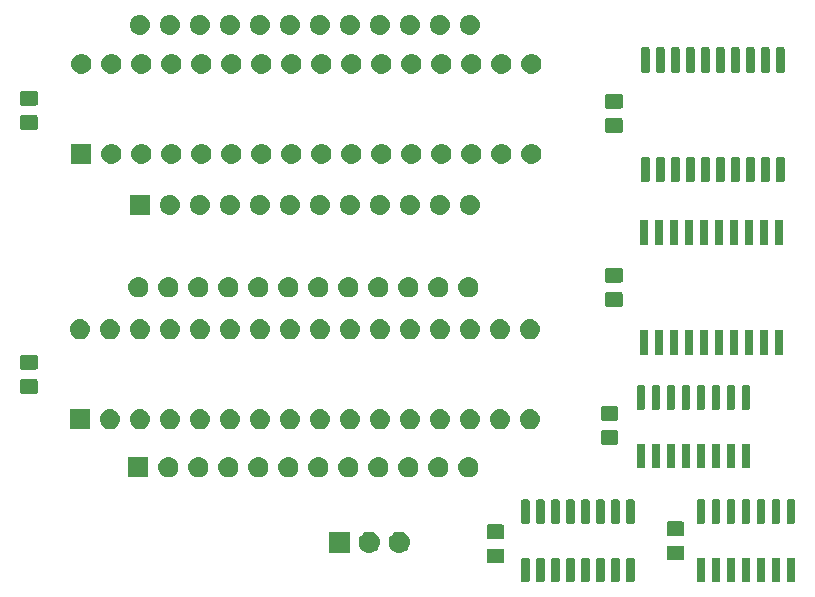
<source format=gbr>
G04 #@! TF.GenerationSoftware,KiCad,Pcbnew,(5.1.2-1)-1*
G04 #@! TF.CreationDate,2019-09-02T14:14:07+01:00*
G04 #@! TF.ProjectId,MZ80-ROMPG,4d5a3830-2d52-44f4-9d50-472e6b696361,rev?*
G04 #@! TF.SameCoordinates,Original*
G04 #@! TF.FileFunction,Soldermask,Top*
G04 #@! TF.FilePolarity,Negative*
%FSLAX46Y46*%
G04 Gerber Fmt 4.6, Leading zero omitted, Abs format (unit mm)*
G04 Created by KiCad (PCBNEW (5.1.2-1)-1) date 2019-09-02 14:14:07*
%MOMM*%
%LPD*%
G04 APERTURE LIST*
%ADD10C,0.100000*%
G04 APERTURE END LIST*
D10*
G36*
X189743928Y-120704764D02*
G01*
X189765009Y-120711160D01*
X189784445Y-120721548D01*
X189801476Y-120735524D01*
X189815452Y-120752555D01*
X189825840Y-120771991D01*
X189832236Y-120793072D01*
X189835000Y-120821140D01*
X189835000Y-122634860D01*
X189832236Y-122662928D01*
X189825840Y-122684009D01*
X189815452Y-122703445D01*
X189801476Y-122720476D01*
X189784445Y-122734452D01*
X189765009Y-122744840D01*
X189743928Y-122751236D01*
X189715860Y-122754000D01*
X189252140Y-122754000D01*
X189224072Y-122751236D01*
X189202991Y-122744840D01*
X189183555Y-122734452D01*
X189166524Y-122720476D01*
X189152548Y-122703445D01*
X189142160Y-122684009D01*
X189135764Y-122662928D01*
X189133000Y-122634860D01*
X189133000Y-120821140D01*
X189135764Y-120793072D01*
X189142160Y-120771991D01*
X189152548Y-120752555D01*
X189166524Y-120735524D01*
X189183555Y-120721548D01*
X189202991Y-120711160D01*
X189224072Y-120704764D01*
X189252140Y-120702000D01*
X189715860Y-120702000D01*
X189743928Y-120704764D01*
X189743928Y-120704764D01*
G37*
G36*
X188473928Y-120704764D02*
G01*
X188495009Y-120711160D01*
X188514445Y-120721548D01*
X188531476Y-120735524D01*
X188545452Y-120752555D01*
X188555840Y-120771991D01*
X188562236Y-120793072D01*
X188565000Y-120821140D01*
X188565000Y-122634860D01*
X188562236Y-122662928D01*
X188555840Y-122684009D01*
X188545452Y-122703445D01*
X188531476Y-122720476D01*
X188514445Y-122734452D01*
X188495009Y-122744840D01*
X188473928Y-122751236D01*
X188445860Y-122754000D01*
X187982140Y-122754000D01*
X187954072Y-122751236D01*
X187932991Y-122744840D01*
X187913555Y-122734452D01*
X187896524Y-122720476D01*
X187882548Y-122703445D01*
X187872160Y-122684009D01*
X187865764Y-122662928D01*
X187863000Y-122634860D01*
X187863000Y-120821140D01*
X187865764Y-120793072D01*
X187872160Y-120771991D01*
X187882548Y-120752555D01*
X187896524Y-120735524D01*
X187913555Y-120721548D01*
X187932991Y-120711160D01*
X187954072Y-120704764D01*
X187982140Y-120702000D01*
X188445860Y-120702000D01*
X188473928Y-120704764D01*
X188473928Y-120704764D01*
G37*
G36*
X187203928Y-120704764D02*
G01*
X187225009Y-120711160D01*
X187244445Y-120721548D01*
X187261476Y-120735524D01*
X187275452Y-120752555D01*
X187285840Y-120771991D01*
X187292236Y-120793072D01*
X187295000Y-120821140D01*
X187295000Y-122634860D01*
X187292236Y-122662928D01*
X187285840Y-122684009D01*
X187275452Y-122703445D01*
X187261476Y-122720476D01*
X187244445Y-122734452D01*
X187225009Y-122744840D01*
X187203928Y-122751236D01*
X187175860Y-122754000D01*
X186712140Y-122754000D01*
X186684072Y-122751236D01*
X186662991Y-122744840D01*
X186643555Y-122734452D01*
X186626524Y-122720476D01*
X186612548Y-122703445D01*
X186602160Y-122684009D01*
X186595764Y-122662928D01*
X186593000Y-122634860D01*
X186593000Y-120821140D01*
X186595764Y-120793072D01*
X186602160Y-120771991D01*
X186612548Y-120752555D01*
X186626524Y-120735524D01*
X186643555Y-120721548D01*
X186662991Y-120711160D01*
X186684072Y-120704764D01*
X186712140Y-120702000D01*
X187175860Y-120702000D01*
X187203928Y-120704764D01*
X187203928Y-120704764D01*
G37*
G36*
X185933928Y-120704764D02*
G01*
X185955009Y-120711160D01*
X185974445Y-120721548D01*
X185991476Y-120735524D01*
X186005452Y-120752555D01*
X186015840Y-120771991D01*
X186022236Y-120793072D01*
X186025000Y-120821140D01*
X186025000Y-122634860D01*
X186022236Y-122662928D01*
X186015840Y-122684009D01*
X186005452Y-122703445D01*
X185991476Y-122720476D01*
X185974445Y-122734452D01*
X185955009Y-122744840D01*
X185933928Y-122751236D01*
X185905860Y-122754000D01*
X185442140Y-122754000D01*
X185414072Y-122751236D01*
X185392991Y-122744840D01*
X185373555Y-122734452D01*
X185356524Y-122720476D01*
X185342548Y-122703445D01*
X185332160Y-122684009D01*
X185325764Y-122662928D01*
X185323000Y-122634860D01*
X185323000Y-120821140D01*
X185325764Y-120793072D01*
X185332160Y-120771991D01*
X185342548Y-120752555D01*
X185356524Y-120735524D01*
X185373555Y-120721548D01*
X185392991Y-120711160D01*
X185414072Y-120704764D01*
X185442140Y-120702000D01*
X185905860Y-120702000D01*
X185933928Y-120704764D01*
X185933928Y-120704764D01*
G37*
G36*
X184663928Y-120704764D02*
G01*
X184685009Y-120711160D01*
X184704445Y-120721548D01*
X184721476Y-120735524D01*
X184735452Y-120752555D01*
X184745840Y-120771991D01*
X184752236Y-120793072D01*
X184755000Y-120821140D01*
X184755000Y-122634860D01*
X184752236Y-122662928D01*
X184745840Y-122684009D01*
X184735452Y-122703445D01*
X184721476Y-122720476D01*
X184704445Y-122734452D01*
X184685009Y-122744840D01*
X184663928Y-122751236D01*
X184635860Y-122754000D01*
X184172140Y-122754000D01*
X184144072Y-122751236D01*
X184122991Y-122744840D01*
X184103555Y-122734452D01*
X184086524Y-122720476D01*
X184072548Y-122703445D01*
X184062160Y-122684009D01*
X184055764Y-122662928D01*
X184053000Y-122634860D01*
X184053000Y-120821140D01*
X184055764Y-120793072D01*
X184062160Y-120771991D01*
X184072548Y-120752555D01*
X184086524Y-120735524D01*
X184103555Y-120721548D01*
X184122991Y-120711160D01*
X184144072Y-120704764D01*
X184172140Y-120702000D01*
X184635860Y-120702000D01*
X184663928Y-120704764D01*
X184663928Y-120704764D01*
G37*
G36*
X183393928Y-120704764D02*
G01*
X183415009Y-120711160D01*
X183434445Y-120721548D01*
X183451476Y-120735524D01*
X183465452Y-120752555D01*
X183475840Y-120771991D01*
X183482236Y-120793072D01*
X183485000Y-120821140D01*
X183485000Y-122634860D01*
X183482236Y-122662928D01*
X183475840Y-122684009D01*
X183465452Y-122703445D01*
X183451476Y-122720476D01*
X183434445Y-122734452D01*
X183415009Y-122744840D01*
X183393928Y-122751236D01*
X183365860Y-122754000D01*
X182902140Y-122754000D01*
X182874072Y-122751236D01*
X182852991Y-122744840D01*
X182833555Y-122734452D01*
X182816524Y-122720476D01*
X182802548Y-122703445D01*
X182792160Y-122684009D01*
X182785764Y-122662928D01*
X182783000Y-122634860D01*
X182783000Y-120821140D01*
X182785764Y-120793072D01*
X182792160Y-120771991D01*
X182802548Y-120752555D01*
X182816524Y-120735524D01*
X182833555Y-120721548D01*
X182852991Y-120711160D01*
X182874072Y-120704764D01*
X182902140Y-120702000D01*
X183365860Y-120702000D01*
X183393928Y-120704764D01*
X183393928Y-120704764D01*
G37*
G36*
X182123928Y-120704764D02*
G01*
X182145009Y-120711160D01*
X182164445Y-120721548D01*
X182181476Y-120735524D01*
X182195452Y-120752555D01*
X182205840Y-120771991D01*
X182212236Y-120793072D01*
X182215000Y-120821140D01*
X182215000Y-122634860D01*
X182212236Y-122662928D01*
X182205840Y-122684009D01*
X182195452Y-122703445D01*
X182181476Y-122720476D01*
X182164445Y-122734452D01*
X182145009Y-122744840D01*
X182123928Y-122751236D01*
X182095860Y-122754000D01*
X181632140Y-122754000D01*
X181604072Y-122751236D01*
X181582991Y-122744840D01*
X181563555Y-122734452D01*
X181546524Y-122720476D01*
X181532548Y-122703445D01*
X181522160Y-122684009D01*
X181515764Y-122662928D01*
X181513000Y-122634860D01*
X181513000Y-120821140D01*
X181515764Y-120793072D01*
X181522160Y-120771991D01*
X181532548Y-120752555D01*
X181546524Y-120735524D01*
X181563555Y-120721548D01*
X181582991Y-120711160D01*
X181604072Y-120704764D01*
X181632140Y-120702000D01*
X182095860Y-120702000D01*
X182123928Y-120704764D01*
X182123928Y-120704764D01*
G37*
G36*
X176154928Y-120704764D02*
G01*
X176176009Y-120711160D01*
X176195445Y-120721548D01*
X176212476Y-120735524D01*
X176226452Y-120752555D01*
X176236840Y-120771991D01*
X176243236Y-120793072D01*
X176246000Y-120821140D01*
X176246000Y-122634860D01*
X176243236Y-122662928D01*
X176236840Y-122684009D01*
X176226452Y-122703445D01*
X176212476Y-122720476D01*
X176195445Y-122734452D01*
X176176009Y-122744840D01*
X176154928Y-122751236D01*
X176126860Y-122754000D01*
X175663140Y-122754000D01*
X175635072Y-122751236D01*
X175613991Y-122744840D01*
X175594555Y-122734452D01*
X175577524Y-122720476D01*
X175563548Y-122703445D01*
X175553160Y-122684009D01*
X175546764Y-122662928D01*
X175544000Y-122634860D01*
X175544000Y-120821140D01*
X175546764Y-120793072D01*
X175553160Y-120771991D01*
X175563548Y-120752555D01*
X175577524Y-120735524D01*
X175594555Y-120721548D01*
X175613991Y-120711160D01*
X175635072Y-120704764D01*
X175663140Y-120702000D01*
X176126860Y-120702000D01*
X176154928Y-120704764D01*
X176154928Y-120704764D01*
G37*
G36*
X174884928Y-120704764D02*
G01*
X174906009Y-120711160D01*
X174925445Y-120721548D01*
X174942476Y-120735524D01*
X174956452Y-120752555D01*
X174966840Y-120771991D01*
X174973236Y-120793072D01*
X174976000Y-120821140D01*
X174976000Y-122634860D01*
X174973236Y-122662928D01*
X174966840Y-122684009D01*
X174956452Y-122703445D01*
X174942476Y-122720476D01*
X174925445Y-122734452D01*
X174906009Y-122744840D01*
X174884928Y-122751236D01*
X174856860Y-122754000D01*
X174393140Y-122754000D01*
X174365072Y-122751236D01*
X174343991Y-122744840D01*
X174324555Y-122734452D01*
X174307524Y-122720476D01*
X174293548Y-122703445D01*
X174283160Y-122684009D01*
X174276764Y-122662928D01*
X174274000Y-122634860D01*
X174274000Y-120821140D01*
X174276764Y-120793072D01*
X174283160Y-120771991D01*
X174293548Y-120752555D01*
X174307524Y-120735524D01*
X174324555Y-120721548D01*
X174343991Y-120711160D01*
X174365072Y-120704764D01*
X174393140Y-120702000D01*
X174856860Y-120702000D01*
X174884928Y-120704764D01*
X174884928Y-120704764D01*
G37*
G36*
X173614928Y-120704764D02*
G01*
X173636009Y-120711160D01*
X173655445Y-120721548D01*
X173672476Y-120735524D01*
X173686452Y-120752555D01*
X173696840Y-120771991D01*
X173703236Y-120793072D01*
X173706000Y-120821140D01*
X173706000Y-122634860D01*
X173703236Y-122662928D01*
X173696840Y-122684009D01*
X173686452Y-122703445D01*
X173672476Y-122720476D01*
X173655445Y-122734452D01*
X173636009Y-122744840D01*
X173614928Y-122751236D01*
X173586860Y-122754000D01*
X173123140Y-122754000D01*
X173095072Y-122751236D01*
X173073991Y-122744840D01*
X173054555Y-122734452D01*
X173037524Y-122720476D01*
X173023548Y-122703445D01*
X173013160Y-122684009D01*
X173006764Y-122662928D01*
X173004000Y-122634860D01*
X173004000Y-120821140D01*
X173006764Y-120793072D01*
X173013160Y-120771991D01*
X173023548Y-120752555D01*
X173037524Y-120735524D01*
X173054555Y-120721548D01*
X173073991Y-120711160D01*
X173095072Y-120704764D01*
X173123140Y-120702000D01*
X173586860Y-120702000D01*
X173614928Y-120704764D01*
X173614928Y-120704764D01*
G37*
G36*
X172344928Y-120704764D02*
G01*
X172366009Y-120711160D01*
X172385445Y-120721548D01*
X172402476Y-120735524D01*
X172416452Y-120752555D01*
X172426840Y-120771991D01*
X172433236Y-120793072D01*
X172436000Y-120821140D01*
X172436000Y-122634860D01*
X172433236Y-122662928D01*
X172426840Y-122684009D01*
X172416452Y-122703445D01*
X172402476Y-122720476D01*
X172385445Y-122734452D01*
X172366009Y-122744840D01*
X172344928Y-122751236D01*
X172316860Y-122754000D01*
X171853140Y-122754000D01*
X171825072Y-122751236D01*
X171803991Y-122744840D01*
X171784555Y-122734452D01*
X171767524Y-122720476D01*
X171753548Y-122703445D01*
X171743160Y-122684009D01*
X171736764Y-122662928D01*
X171734000Y-122634860D01*
X171734000Y-120821140D01*
X171736764Y-120793072D01*
X171743160Y-120771991D01*
X171753548Y-120752555D01*
X171767524Y-120735524D01*
X171784555Y-120721548D01*
X171803991Y-120711160D01*
X171825072Y-120704764D01*
X171853140Y-120702000D01*
X172316860Y-120702000D01*
X172344928Y-120704764D01*
X172344928Y-120704764D01*
G37*
G36*
X171074928Y-120704764D02*
G01*
X171096009Y-120711160D01*
X171115445Y-120721548D01*
X171132476Y-120735524D01*
X171146452Y-120752555D01*
X171156840Y-120771991D01*
X171163236Y-120793072D01*
X171166000Y-120821140D01*
X171166000Y-122634860D01*
X171163236Y-122662928D01*
X171156840Y-122684009D01*
X171146452Y-122703445D01*
X171132476Y-122720476D01*
X171115445Y-122734452D01*
X171096009Y-122744840D01*
X171074928Y-122751236D01*
X171046860Y-122754000D01*
X170583140Y-122754000D01*
X170555072Y-122751236D01*
X170533991Y-122744840D01*
X170514555Y-122734452D01*
X170497524Y-122720476D01*
X170483548Y-122703445D01*
X170473160Y-122684009D01*
X170466764Y-122662928D01*
X170464000Y-122634860D01*
X170464000Y-120821140D01*
X170466764Y-120793072D01*
X170473160Y-120771991D01*
X170483548Y-120752555D01*
X170497524Y-120735524D01*
X170514555Y-120721548D01*
X170533991Y-120711160D01*
X170555072Y-120704764D01*
X170583140Y-120702000D01*
X171046860Y-120702000D01*
X171074928Y-120704764D01*
X171074928Y-120704764D01*
G37*
G36*
X169804928Y-120704764D02*
G01*
X169826009Y-120711160D01*
X169845445Y-120721548D01*
X169862476Y-120735524D01*
X169876452Y-120752555D01*
X169886840Y-120771991D01*
X169893236Y-120793072D01*
X169896000Y-120821140D01*
X169896000Y-122634860D01*
X169893236Y-122662928D01*
X169886840Y-122684009D01*
X169876452Y-122703445D01*
X169862476Y-122720476D01*
X169845445Y-122734452D01*
X169826009Y-122744840D01*
X169804928Y-122751236D01*
X169776860Y-122754000D01*
X169313140Y-122754000D01*
X169285072Y-122751236D01*
X169263991Y-122744840D01*
X169244555Y-122734452D01*
X169227524Y-122720476D01*
X169213548Y-122703445D01*
X169203160Y-122684009D01*
X169196764Y-122662928D01*
X169194000Y-122634860D01*
X169194000Y-120821140D01*
X169196764Y-120793072D01*
X169203160Y-120771991D01*
X169213548Y-120752555D01*
X169227524Y-120735524D01*
X169244555Y-120721548D01*
X169263991Y-120711160D01*
X169285072Y-120704764D01*
X169313140Y-120702000D01*
X169776860Y-120702000D01*
X169804928Y-120704764D01*
X169804928Y-120704764D01*
G37*
G36*
X168534928Y-120704764D02*
G01*
X168556009Y-120711160D01*
X168575445Y-120721548D01*
X168592476Y-120735524D01*
X168606452Y-120752555D01*
X168616840Y-120771991D01*
X168623236Y-120793072D01*
X168626000Y-120821140D01*
X168626000Y-122634860D01*
X168623236Y-122662928D01*
X168616840Y-122684009D01*
X168606452Y-122703445D01*
X168592476Y-122720476D01*
X168575445Y-122734452D01*
X168556009Y-122744840D01*
X168534928Y-122751236D01*
X168506860Y-122754000D01*
X168043140Y-122754000D01*
X168015072Y-122751236D01*
X167993991Y-122744840D01*
X167974555Y-122734452D01*
X167957524Y-122720476D01*
X167943548Y-122703445D01*
X167933160Y-122684009D01*
X167926764Y-122662928D01*
X167924000Y-122634860D01*
X167924000Y-120821140D01*
X167926764Y-120793072D01*
X167933160Y-120771991D01*
X167943548Y-120752555D01*
X167957524Y-120735524D01*
X167974555Y-120721548D01*
X167993991Y-120711160D01*
X168015072Y-120704764D01*
X168043140Y-120702000D01*
X168506860Y-120702000D01*
X168534928Y-120704764D01*
X168534928Y-120704764D01*
G37*
G36*
X167264928Y-120704764D02*
G01*
X167286009Y-120711160D01*
X167305445Y-120721548D01*
X167322476Y-120735524D01*
X167336452Y-120752555D01*
X167346840Y-120771991D01*
X167353236Y-120793072D01*
X167356000Y-120821140D01*
X167356000Y-122634860D01*
X167353236Y-122662928D01*
X167346840Y-122684009D01*
X167336452Y-122703445D01*
X167322476Y-122720476D01*
X167305445Y-122734452D01*
X167286009Y-122744840D01*
X167264928Y-122751236D01*
X167236860Y-122754000D01*
X166773140Y-122754000D01*
X166745072Y-122751236D01*
X166723991Y-122744840D01*
X166704555Y-122734452D01*
X166687524Y-122720476D01*
X166673548Y-122703445D01*
X166663160Y-122684009D01*
X166656764Y-122662928D01*
X166654000Y-122634860D01*
X166654000Y-120821140D01*
X166656764Y-120793072D01*
X166663160Y-120771991D01*
X166673548Y-120752555D01*
X166687524Y-120735524D01*
X166704555Y-120721548D01*
X166723991Y-120711160D01*
X166745072Y-120704764D01*
X166773140Y-120702000D01*
X167236860Y-120702000D01*
X167264928Y-120704764D01*
X167264928Y-120704764D01*
G37*
G36*
X165053674Y-119910465D02*
G01*
X165091367Y-119921899D01*
X165126103Y-119940466D01*
X165156548Y-119965452D01*
X165181534Y-119995897D01*
X165200101Y-120030633D01*
X165211535Y-120068326D01*
X165216000Y-120113661D01*
X165216000Y-120950339D01*
X165211535Y-120995674D01*
X165200101Y-121033367D01*
X165181534Y-121068103D01*
X165156548Y-121098548D01*
X165126103Y-121123534D01*
X165091367Y-121142101D01*
X165053674Y-121153535D01*
X165008339Y-121158000D01*
X163921661Y-121158000D01*
X163876326Y-121153535D01*
X163838633Y-121142101D01*
X163803897Y-121123534D01*
X163773452Y-121098548D01*
X163748466Y-121068103D01*
X163729899Y-121033367D01*
X163718465Y-120995674D01*
X163714000Y-120950339D01*
X163714000Y-120113661D01*
X163718465Y-120068326D01*
X163729899Y-120030633D01*
X163748466Y-119995897D01*
X163773452Y-119965452D01*
X163803897Y-119940466D01*
X163838633Y-119921899D01*
X163876326Y-119910465D01*
X163921661Y-119906000D01*
X165008339Y-119906000D01*
X165053674Y-119910465D01*
X165053674Y-119910465D01*
G37*
G36*
X180293674Y-119656465D02*
G01*
X180331367Y-119667899D01*
X180366103Y-119686466D01*
X180396548Y-119711452D01*
X180421534Y-119741897D01*
X180440101Y-119776633D01*
X180451535Y-119814326D01*
X180456000Y-119859661D01*
X180456000Y-120696339D01*
X180451535Y-120741674D01*
X180440101Y-120779367D01*
X180421534Y-120814103D01*
X180396548Y-120844548D01*
X180366103Y-120869534D01*
X180331367Y-120888101D01*
X180293674Y-120899535D01*
X180248339Y-120904000D01*
X179161661Y-120904000D01*
X179116326Y-120899535D01*
X179078633Y-120888101D01*
X179043897Y-120869534D01*
X179013452Y-120844548D01*
X178988466Y-120814103D01*
X178969899Y-120779367D01*
X178958465Y-120741674D01*
X178954000Y-120696339D01*
X178954000Y-119859661D01*
X178958465Y-119814326D01*
X178969899Y-119776633D01*
X178988466Y-119741897D01*
X179013452Y-119711452D01*
X179043897Y-119686466D01*
X179078633Y-119667899D01*
X179116326Y-119656465D01*
X179161661Y-119652000D01*
X180248339Y-119652000D01*
X180293674Y-119656465D01*
X180293674Y-119656465D01*
G37*
G36*
X156447442Y-118485518D02*
G01*
X156513627Y-118492037D01*
X156683466Y-118543557D01*
X156839991Y-118627222D01*
X156863285Y-118646339D01*
X156977186Y-118739814D01*
X157053892Y-118833282D01*
X157089778Y-118877009D01*
X157173443Y-119033534D01*
X157224963Y-119203373D01*
X157242359Y-119380000D01*
X157224963Y-119556627D01*
X157173443Y-119726466D01*
X157089778Y-119882991D01*
X157066603Y-119911230D01*
X156977186Y-120020186D01*
X156875729Y-120103448D01*
X156839991Y-120132778D01*
X156683466Y-120216443D01*
X156513627Y-120267963D01*
X156447442Y-120274482D01*
X156381260Y-120281000D01*
X156292740Y-120281000D01*
X156226558Y-120274482D01*
X156160373Y-120267963D01*
X155990534Y-120216443D01*
X155834009Y-120132778D01*
X155798271Y-120103448D01*
X155696814Y-120020186D01*
X155607397Y-119911230D01*
X155584222Y-119882991D01*
X155500557Y-119726466D01*
X155449037Y-119556627D01*
X155431641Y-119380000D01*
X155449037Y-119203373D01*
X155500557Y-119033534D01*
X155584222Y-118877009D01*
X155620108Y-118833282D01*
X155696814Y-118739814D01*
X155810715Y-118646339D01*
X155834009Y-118627222D01*
X155990534Y-118543557D01*
X156160373Y-118492037D01*
X156226558Y-118485518D01*
X156292740Y-118479000D01*
X156381260Y-118479000D01*
X156447442Y-118485518D01*
X156447442Y-118485518D01*
G37*
G36*
X153907442Y-118485518D02*
G01*
X153973627Y-118492037D01*
X154143466Y-118543557D01*
X154299991Y-118627222D01*
X154323285Y-118646339D01*
X154437186Y-118739814D01*
X154513892Y-118833282D01*
X154549778Y-118877009D01*
X154633443Y-119033534D01*
X154684963Y-119203373D01*
X154702359Y-119380000D01*
X154684963Y-119556627D01*
X154633443Y-119726466D01*
X154549778Y-119882991D01*
X154526603Y-119911230D01*
X154437186Y-120020186D01*
X154335729Y-120103448D01*
X154299991Y-120132778D01*
X154143466Y-120216443D01*
X153973627Y-120267963D01*
X153907442Y-120274482D01*
X153841260Y-120281000D01*
X153752740Y-120281000D01*
X153686558Y-120274482D01*
X153620373Y-120267963D01*
X153450534Y-120216443D01*
X153294009Y-120132778D01*
X153258271Y-120103448D01*
X153156814Y-120020186D01*
X153067397Y-119911230D01*
X153044222Y-119882991D01*
X152960557Y-119726466D01*
X152909037Y-119556627D01*
X152891641Y-119380000D01*
X152909037Y-119203373D01*
X152960557Y-119033534D01*
X153044222Y-118877009D01*
X153080108Y-118833282D01*
X153156814Y-118739814D01*
X153270715Y-118646339D01*
X153294009Y-118627222D01*
X153450534Y-118543557D01*
X153620373Y-118492037D01*
X153686558Y-118485518D01*
X153752740Y-118479000D01*
X153841260Y-118479000D01*
X153907442Y-118485518D01*
X153907442Y-118485518D01*
G37*
G36*
X152158000Y-120281000D02*
G01*
X150356000Y-120281000D01*
X150356000Y-118479000D01*
X152158000Y-118479000D01*
X152158000Y-120281000D01*
X152158000Y-120281000D01*
G37*
G36*
X165053674Y-117860465D02*
G01*
X165091367Y-117871899D01*
X165126103Y-117890466D01*
X165156548Y-117915452D01*
X165181534Y-117945897D01*
X165200101Y-117980633D01*
X165211535Y-118018326D01*
X165216000Y-118063661D01*
X165216000Y-118900339D01*
X165211535Y-118945674D01*
X165200101Y-118983367D01*
X165181534Y-119018103D01*
X165156548Y-119048548D01*
X165126103Y-119073534D01*
X165091367Y-119092101D01*
X165053674Y-119103535D01*
X165008339Y-119108000D01*
X163921661Y-119108000D01*
X163876326Y-119103535D01*
X163838633Y-119092101D01*
X163803897Y-119073534D01*
X163773452Y-119048548D01*
X163748466Y-119018103D01*
X163729899Y-118983367D01*
X163718465Y-118945674D01*
X163714000Y-118900339D01*
X163714000Y-118063661D01*
X163718465Y-118018326D01*
X163729899Y-117980633D01*
X163748466Y-117945897D01*
X163773452Y-117915452D01*
X163803897Y-117890466D01*
X163838633Y-117871899D01*
X163876326Y-117860465D01*
X163921661Y-117856000D01*
X165008339Y-117856000D01*
X165053674Y-117860465D01*
X165053674Y-117860465D01*
G37*
G36*
X180293674Y-117606465D02*
G01*
X180331367Y-117617899D01*
X180366103Y-117636466D01*
X180396548Y-117661452D01*
X180421534Y-117691897D01*
X180440101Y-117726633D01*
X180451535Y-117764326D01*
X180456000Y-117809661D01*
X180456000Y-118646339D01*
X180451535Y-118691674D01*
X180440101Y-118729367D01*
X180421534Y-118764103D01*
X180396548Y-118794548D01*
X180366103Y-118819534D01*
X180331367Y-118838101D01*
X180293674Y-118849535D01*
X180248339Y-118854000D01*
X179161661Y-118854000D01*
X179116326Y-118849535D01*
X179078633Y-118838101D01*
X179043897Y-118819534D01*
X179013452Y-118794548D01*
X178988466Y-118764103D01*
X178969899Y-118729367D01*
X178958465Y-118691674D01*
X178954000Y-118646339D01*
X178954000Y-117809661D01*
X178958465Y-117764326D01*
X178969899Y-117726633D01*
X178988466Y-117691897D01*
X179013452Y-117661452D01*
X179043897Y-117636466D01*
X179078633Y-117617899D01*
X179116326Y-117606465D01*
X179161661Y-117602000D01*
X180248339Y-117602000D01*
X180293674Y-117606465D01*
X180293674Y-117606465D01*
G37*
G36*
X176154928Y-115754764D02*
G01*
X176176009Y-115761160D01*
X176195445Y-115771548D01*
X176212476Y-115785524D01*
X176226452Y-115802555D01*
X176236840Y-115821991D01*
X176243236Y-115843072D01*
X176246000Y-115871140D01*
X176246000Y-117684860D01*
X176243236Y-117712928D01*
X176236840Y-117734009D01*
X176226452Y-117753445D01*
X176212476Y-117770476D01*
X176195445Y-117784452D01*
X176176009Y-117794840D01*
X176154928Y-117801236D01*
X176126860Y-117804000D01*
X175663140Y-117804000D01*
X175635072Y-117801236D01*
X175613991Y-117794840D01*
X175594555Y-117784452D01*
X175577524Y-117770476D01*
X175563548Y-117753445D01*
X175553160Y-117734009D01*
X175546764Y-117712928D01*
X175544000Y-117684860D01*
X175544000Y-115871140D01*
X175546764Y-115843072D01*
X175553160Y-115821991D01*
X175563548Y-115802555D01*
X175577524Y-115785524D01*
X175594555Y-115771548D01*
X175613991Y-115761160D01*
X175635072Y-115754764D01*
X175663140Y-115752000D01*
X176126860Y-115752000D01*
X176154928Y-115754764D01*
X176154928Y-115754764D01*
G37*
G36*
X172344928Y-115754764D02*
G01*
X172366009Y-115761160D01*
X172385445Y-115771548D01*
X172402476Y-115785524D01*
X172416452Y-115802555D01*
X172426840Y-115821991D01*
X172433236Y-115843072D01*
X172436000Y-115871140D01*
X172436000Y-117684860D01*
X172433236Y-117712928D01*
X172426840Y-117734009D01*
X172416452Y-117753445D01*
X172402476Y-117770476D01*
X172385445Y-117784452D01*
X172366009Y-117794840D01*
X172344928Y-117801236D01*
X172316860Y-117804000D01*
X171853140Y-117804000D01*
X171825072Y-117801236D01*
X171803991Y-117794840D01*
X171784555Y-117784452D01*
X171767524Y-117770476D01*
X171753548Y-117753445D01*
X171743160Y-117734009D01*
X171736764Y-117712928D01*
X171734000Y-117684860D01*
X171734000Y-115871140D01*
X171736764Y-115843072D01*
X171743160Y-115821991D01*
X171753548Y-115802555D01*
X171767524Y-115785524D01*
X171784555Y-115771548D01*
X171803991Y-115761160D01*
X171825072Y-115754764D01*
X171853140Y-115752000D01*
X172316860Y-115752000D01*
X172344928Y-115754764D01*
X172344928Y-115754764D01*
G37*
G36*
X171074928Y-115754764D02*
G01*
X171096009Y-115761160D01*
X171115445Y-115771548D01*
X171132476Y-115785524D01*
X171146452Y-115802555D01*
X171156840Y-115821991D01*
X171163236Y-115843072D01*
X171166000Y-115871140D01*
X171166000Y-117684860D01*
X171163236Y-117712928D01*
X171156840Y-117734009D01*
X171146452Y-117753445D01*
X171132476Y-117770476D01*
X171115445Y-117784452D01*
X171096009Y-117794840D01*
X171074928Y-117801236D01*
X171046860Y-117804000D01*
X170583140Y-117804000D01*
X170555072Y-117801236D01*
X170533991Y-117794840D01*
X170514555Y-117784452D01*
X170497524Y-117770476D01*
X170483548Y-117753445D01*
X170473160Y-117734009D01*
X170466764Y-117712928D01*
X170464000Y-117684860D01*
X170464000Y-115871140D01*
X170466764Y-115843072D01*
X170473160Y-115821991D01*
X170483548Y-115802555D01*
X170497524Y-115785524D01*
X170514555Y-115771548D01*
X170533991Y-115761160D01*
X170555072Y-115754764D01*
X170583140Y-115752000D01*
X171046860Y-115752000D01*
X171074928Y-115754764D01*
X171074928Y-115754764D01*
G37*
G36*
X169804928Y-115754764D02*
G01*
X169826009Y-115761160D01*
X169845445Y-115771548D01*
X169862476Y-115785524D01*
X169876452Y-115802555D01*
X169886840Y-115821991D01*
X169893236Y-115843072D01*
X169896000Y-115871140D01*
X169896000Y-117684860D01*
X169893236Y-117712928D01*
X169886840Y-117734009D01*
X169876452Y-117753445D01*
X169862476Y-117770476D01*
X169845445Y-117784452D01*
X169826009Y-117794840D01*
X169804928Y-117801236D01*
X169776860Y-117804000D01*
X169313140Y-117804000D01*
X169285072Y-117801236D01*
X169263991Y-117794840D01*
X169244555Y-117784452D01*
X169227524Y-117770476D01*
X169213548Y-117753445D01*
X169203160Y-117734009D01*
X169196764Y-117712928D01*
X169194000Y-117684860D01*
X169194000Y-115871140D01*
X169196764Y-115843072D01*
X169203160Y-115821991D01*
X169213548Y-115802555D01*
X169227524Y-115785524D01*
X169244555Y-115771548D01*
X169263991Y-115761160D01*
X169285072Y-115754764D01*
X169313140Y-115752000D01*
X169776860Y-115752000D01*
X169804928Y-115754764D01*
X169804928Y-115754764D01*
G37*
G36*
X168534928Y-115754764D02*
G01*
X168556009Y-115761160D01*
X168575445Y-115771548D01*
X168592476Y-115785524D01*
X168606452Y-115802555D01*
X168616840Y-115821991D01*
X168623236Y-115843072D01*
X168626000Y-115871140D01*
X168626000Y-117684860D01*
X168623236Y-117712928D01*
X168616840Y-117734009D01*
X168606452Y-117753445D01*
X168592476Y-117770476D01*
X168575445Y-117784452D01*
X168556009Y-117794840D01*
X168534928Y-117801236D01*
X168506860Y-117804000D01*
X168043140Y-117804000D01*
X168015072Y-117801236D01*
X167993991Y-117794840D01*
X167974555Y-117784452D01*
X167957524Y-117770476D01*
X167943548Y-117753445D01*
X167933160Y-117734009D01*
X167926764Y-117712928D01*
X167924000Y-117684860D01*
X167924000Y-115871140D01*
X167926764Y-115843072D01*
X167933160Y-115821991D01*
X167943548Y-115802555D01*
X167957524Y-115785524D01*
X167974555Y-115771548D01*
X167993991Y-115761160D01*
X168015072Y-115754764D01*
X168043140Y-115752000D01*
X168506860Y-115752000D01*
X168534928Y-115754764D01*
X168534928Y-115754764D01*
G37*
G36*
X173614928Y-115754764D02*
G01*
X173636009Y-115761160D01*
X173655445Y-115771548D01*
X173672476Y-115785524D01*
X173686452Y-115802555D01*
X173696840Y-115821991D01*
X173703236Y-115843072D01*
X173706000Y-115871140D01*
X173706000Y-117684860D01*
X173703236Y-117712928D01*
X173696840Y-117734009D01*
X173686452Y-117753445D01*
X173672476Y-117770476D01*
X173655445Y-117784452D01*
X173636009Y-117794840D01*
X173614928Y-117801236D01*
X173586860Y-117804000D01*
X173123140Y-117804000D01*
X173095072Y-117801236D01*
X173073991Y-117794840D01*
X173054555Y-117784452D01*
X173037524Y-117770476D01*
X173023548Y-117753445D01*
X173013160Y-117734009D01*
X173006764Y-117712928D01*
X173004000Y-117684860D01*
X173004000Y-115871140D01*
X173006764Y-115843072D01*
X173013160Y-115821991D01*
X173023548Y-115802555D01*
X173037524Y-115785524D01*
X173054555Y-115771548D01*
X173073991Y-115761160D01*
X173095072Y-115754764D01*
X173123140Y-115752000D01*
X173586860Y-115752000D01*
X173614928Y-115754764D01*
X173614928Y-115754764D01*
G37*
G36*
X167264928Y-115754764D02*
G01*
X167286009Y-115761160D01*
X167305445Y-115771548D01*
X167322476Y-115785524D01*
X167336452Y-115802555D01*
X167346840Y-115821991D01*
X167353236Y-115843072D01*
X167356000Y-115871140D01*
X167356000Y-117684860D01*
X167353236Y-117712928D01*
X167346840Y-117734009D01*
X167336452Y-117753445D01*
X167322476Y-117770476D01*
X167305445Y-117784452D01*
X167286009Y-117794840D01*
X167264928Y-117801236D01*
X167236860Y-117804000D01*
X166773140Y-117804000D01*
X166745072Y-117801236D01*
X166723991Y-117794840D01*
X166704555Y-117784452D01*
X166687524Y-117770476D01*
X166673548Y-117753445D01*
X166663160Y-117734009D01*
X166656764Y-117712928D01*
X166654000Y-117684860D01*
X166654000Y-115871140D01*
X166656764Y-115843072D01*
X166663160Y-115821991D01*
X166673548Y-115802555D01*
X166687524Y-115785524D01*
X166704555Y-115771548D01*
X166723991Y-115761160D01*
X166745072Y-115754764D01*
X166773140Y-115752000D01*
X167236860Y-115752000D01*
X167264928Y-115754764D01*
X167264928Y-115754764D01*
G37*
G36*
X182123928Y-115754764D02*
G01*
X182145009Y-115761160D01*
X182164445Y-115771548D01*
X182181476Y-115785524D01*
X182195452Y-115802555D01*
X182205840Y-115821991D01*
X182212236Y-115843072D01*
X182215000Y-115871140D01*
X182215000Y-117684860D01*
X182212236Y-117712928D01*
X182205840Y-117734009D01*
X182195452Y-117753445D01*
X182181476Y-117770476D01*
X182164445Y-117784452D01*
X182145009Y-117794840D01*
X182123928Y-117801236D01*
X182095860Y-117804000D01*
X181632140Y-117804000D01*
X181604072Y-117801236D01*
X181582991Y-117794840D01*
X181563555Y-117784452D01*
X181546524Y-117770476D01*
X181532548Y-117753445D01*
X181522160Y-117734009D01*
X181515764Y-117712928D01*
X181513000Y-117684860D01*
X181513000Y-115871140D01*
X181515764Y-115843072D01*
X181522160Y-115821991D01*
X181532548Y-115802555D01*
X181546524Y-115785524D01*
X181563555Y-115771548D01*
X181582991Y-115761160D01*
X181604072Y-115754764D01*
X181632140Y-115752000D01*
X182095860Y-115752000D01*
X182123928Y-115754764D01*
X182123928Y-115754764D01*
G37*
G36*
X183393928Y-115754764D02*
G01*
X183415009Y-115761160D01*
X183434445Y-115771548D01*
X183451476Y-115785524D01*
X183465452Y-115802555D01*
X183475840Y-115821991D01*
X183482236Y-115843072D01*
X183485000Y-115871140D01*
X183485000Y-117684860D01*
X183482236Y-117712928D01*
X183475840Y-117734009D01*
X183465452Y-117753445D01*
X183451476Y-117770476D01*
X183434445Y-117784452D01*
X183415009Y-117794840D01*
X183393928Y-117801236D01*
X183365860Y-117804000D01*
X182902140Y-117804000D01*
X182874072Y-117801236D01*
X182852991Y-117794840D01*
X182833555Y-117784452D01*
X182816524Y-117770476D01*
X182802548Y-117753445D01*
X182792160Y-117734009D01*
X182785764Y-117712928D01*
X182783000Y-117684860D01*
X182783000Y-115871140D01*
X182785764Y-115843072D01*
X182792160Y-115821991D01*
X182802548Y-115802555D01*
X182816524Y-115785524D01*
X182833555Y-115771548D01*
X182852991Y-115761160D01*
X182874072Y-115754764D01*
X182902140Y-115752000D01*
X183365860Y-115752000D01*
X183393928Y-115754764D01*
X183393928Y-115754764D01*
G37*
G36*
X184663928Y-115754764D02*
G01*
X184685009Y-115761160D01*
X184704445Y-115771548D01*
X184721476Y-115785524D01*
X184735452Y-115802555D01*
X184745840Y-115821991D01*
X184752236Y-115843072D01*
X184755000Y-115871140D01*
X184755000Y-117684860D01*
X184752236Y-117712928D01*
X184745840Y-117734009D01*
X184735452Y-117753445D01*
X184721476Y-117770476D01*
X184704445Y-117784452D01*
X184685009Y-117794840D01*
X184663928Y-117801236D01*
X184635860Y-117804000D01*
X184172140Y-117804000D01*
X184144072Y-117801236D01*
X184122991Y-117794840D01*
X184103555Y-117784452D01*
X184086524Y-117770476D01*
X184072548Y-117753445D01*
X184062160Y-117734009D01*
X184055764Y-117712928D01*
X184053000Y-117684860D01*
X184053000Y-115871140D01*
X184055764Y-115843072D01*
X184062160Y-115821991D01*
X184072548Y-115802555D01*
X184086524Y-115785524D01*
X184103555Y-115771548D01*
X184122991Y-115761160D01*
X184144072Y-115754764D01*
X184172140Y-115752000D01*
X184635860Y-115752000D01*
X184663928Y-115754764D01*
X184663928Y-115754764D01*
G37*
G36*
X185933928Y-115754764D02*
G01*
X185955009Y-115761160D01*
X185974445Y-115771548D01*
X185991476Y-115785524D01*
X186005452Y-115802555D01*
X186015840Y-115821991D01*
X186022236Y-115843072D01*
X186025000Y-115871140D01*
X186025000Y-117684860D01*
X186022236Y-117712928D01*
X186015840Y-117734009D01*
X186005452Y-117753445D01*
X185991476Y-117770476D01*
X185974445Y-117784452D01*
X185955009Y-117794840D01*
X185933928Y-117801236D01*
X185905860Y-117804000D01*
X185442140Y-117804000D01*
X185414072Y-117801236D01*
X185392991Y-117794840D01*
X185373555Y-117784452D01*
X185356524Y-117770476D01*
X185342548Y-117753445D01*
X185332160Y-117734009D01*
X185325764Y-117712928D01*
X185323000Y-117684860D01*
X185323000Y-115871140D01*
X185325764Y-115843072D01*
X185332160Y-115821991D01*
X185342548Y-115802555D01*
X185356524Y-115785524D01*
X185373555Y-115771548D01*
X185392991Y-115761160D01*
X185414072Y-115754764D01*
X185442140Y-115752000D01*
X185905860Y-115752000D01*
X185933928Y-115754764D01*
X185933928Y-115754764D01*
G37*
G36*
X187203928Y-115754764D02*
G01*
X187225009Y-115761160D01*
X187244445Y-115771548D01*
X187261476Y-115785524D01*
X187275452Y-115802555D01*
X187285840Y-115821991D01*
X187292236Y-115843072D01*
X187295000Y-115871140D01*
X187295000Y-117684860D01*
X187292236Y-117712928D01*
X187285840Y-117734009D01*
X187275452Y-117753445D01*
X187261476Y-117770476D01*
X187244445Y-117784452D01*
X187225009Y-117794840D01*
X187203928Y-117801236D01*
X187175860Y-117804000D01*
X186712140Y-117804000D01*
X186684072Y-117801236D01*
X186662991Y-117794840D01*
X186643555Y-117784452D01*
X186626524Y-117770476D01*
X186612548Y-117753445D01*
X186602160Y-117734009D01*
X186595764Y-117712928D01*
X186593000Y-117684860D01*
X186593000Y-115871140D01*
X186595764Y-115843072D01*
X186602160Y-115821991D01*
X186612548Y-115802555D01*
X186626524Y-115785524D01*
X186643555Y-115771548D01*
X186662991Y-115761160D01*
X186684072Y-115754764D01*
X186712140Y-115752000D01*
X187175860Y-115752000D01*
X187203928Y-115754764D01*
X187203928Y-115754764D01*
G37*
G36*
X188473928Y-115754764D02*
G01*
X188495009Y-115761160D01*
X188514445Y-115771548D01*
X188531476Y-115785524D01*
X188545452Y-115802555D01*
X188555840Y-115821991D01*
X188562236Y-115843072D01*
X188565000Y-115871140D01*
X188565000Y-117684860D01*
X188562236Y-117712928D01*
X188555840Y-117734009D01*
X188545452Y-117753445D01*
X188531476Y-117770476D01*
X188514445Y-117784452D01*
X188495009Y-117794840D01*
X188473928Y-117801236D01*
X188445860Y-117804000D01*
X187982140Y-117804000D01*
X187954072Y-117801236D01*
X187932991Y-117794840D01*
X187913555Y-117784452D01*
X187896524Y-117770476D01*
X187882548Y-117753445D01*
X187872160Y-117734009D01*
X187865764Y-117712928D01*
X187863000Y-117684860D01*
X187863000Y-115871140D01*
X187865764Y-115843072D01*
X187872160Y-115821991D01*
X187882548Y-115802555D01*
X187896524Y-115785524D01*
X187913555Y-115771548D01*
X187932991Y-115761160D01*
X187954072Y-115754764D01*
X187982140Y-115752000D01*
X188445860Y-115752000D01*
X188473928Y-115754764D01*
X188473928Y-115754764D01*
G37*
G36*
X189743928Y-115754764D02*
G01*
X189765009Y-115761160D01*
X189784445Y-115771548D01*
X189801476Y-115785524D01*
X189815452Y-115802555D01*
X189825840Y-115821991D01*
X189832236Y-115843072D01*
X189835000Y-115871140D01*
X189835000Y-117684860D01*
X189832236Y-117712928D01*
X189825840Y-117734009D01*
X189815452Y-117753445D01*
X189801476Y-117770476D01*
X189784445Y-117784452D01*
X189765009Y-117794840D01*
X189743928Y-117801236D01*
X189715860Y-117804000D01*
X189252140Y-117804000D01*
X189224072Y-117801236D01*
X189202991Y-117794840D01*
X189183555Y-117784452D01*
X189166524Y-117770476D01*
X189152548Y-117753445D01*
X189142160Y-117734009D01*
X189135764Y-117712928D01*
X189133000Y-117684860D01*
X189133000Y-115871140D01*
X189135764Y-115843072D01*
X189142160Y-115821991D01*
X189152548Y-115802555D01*
X189166524Y-115785524D01*
X189183555Y-115771548D01*
X189202991Y-115761160D01*
X189224072Y-115754764D01*
X189252140Y-115752000D01*
X189715860Y-115752000D01*
X189743928Y-115754764D01*
X189743928Y-115754764D01*
G37*
G36*
X174884928Y-115754764D02*
G01*
X174906009Y-115761160D01*
X174925445Y-115771548D01*
X174942476Y-115785524D01*
X174956452Y-115802555D01*
X174966840Y-115821991D01*
X174973236Y-115843072D01*
X174976000Y-115871140D01*
X174976000Y-117684860D01*
X174973236Y-117712928D01*
X174966840Y-117734009D01*
X174956452Y-117753445D01*
X174942476Y-117770476D01*
X174925445Y-117784452D01*
X174906009Y-117794840D01*
X174884928Y-117801236D01*
X174856860Y-117804000D01*
X174393140Y-117804000D01*
X174365072Y-117801236D01*
X174343991Y-117794840D01*
X174324555Y-117784452D01*
X174307524Y-117770476D01*
X174293548Y-117753445D01*
X174283160Y-117734009D01*
X174276764Y-117712928D01*
X174274000Y-117684860D01*
X174274000Y-115871140D01*
X174276764Y-115843072D01*
X174283160Y-115821991D01*
X174293548Y-115802555D01*
X174307524Y-115785524D01*
X174324555Y-115771548D01*
X174343991Y-115761160D01*
X174365072Y-115754764D01*
X174393140Y-115752000D01*
X174856860Y-115752000D01*
X174884928Y-115754764D01*
X174884928Y-115754764D01*
G37*
G36*
X154725823Y-112191313D02*
G01*
X154886242Y-112239976D01*
X155018906Y-112310886D01*
X155034078Y-112318996D01*
X155163659Y-112425341D01*
X155270004Y-112554922D01*
X155270005Y-112554924D01*
X155349024Y-112702758D01*
X155397687Y-112863177D01*
X155414117Y-113030000D01*
X155397687Y-113196823D01*
X155349024Y-113357242D01*
X155278114Y-113489906D01*
X155270004Y-113505078D01*
X155163659Y-113634659D01*
X155034078Y-113741004D01*
X155034076Y-113741005D01*
X154886242Y-113820024D01*
X154725823Y-113868687D01*
X154600804Y-113881000D01*
X154517196Y-113881000D01*
X154392177Y-113868687D01*
X154231758Y-113820024D01*
X154083924Y-113741005D01*
X154083922Y-113741004D01*
X153954341Y-113634659D01*
X153847996Y-113505078D01*
X153839886Y-113489906D01*
X153768976Y-113357242D01*
X153720313Y-113196823D01*
X153703883Y-113030000D01*
X153720313Y-112863177D01*
X153768976Y-112702758D01*
X153847995Y-112554924D01*
X153847996Y-112554922D01*
X153954341Y-112425341D01*
X154083922Y-112318996D01*
X154099094Y-112310886D01*
X154231758Y-112239976D01*
X154392177Y-112191313D01*
X154517196Y-112179000D01*
X154600804Y-112179000D01*
X154725823Y-112191313D01*
X154725823Y-112191313D01*
G37*
G36*
X157265823Y-112191313D02*
G01*
X157426242Y-112239976D01*
X157558906Y-112310886D01*
X157574078Y-112318996D01*
X157703659Y-112425341D01*
X157810004Y-112554922D01*
X157810005Y-112554924D01*
X157889024Y-112702758D01*
X157937687Y-112863177D01*
X157954117Y-113030000D01*
X157937687Y-113196823D01*
X157889024Y-113357242D01*
X157818114Y-113489906D01*
X157810004Y-113505078D01*
X157703659Y-113634659D01*
X157574078Y-113741004D01*
X157574076Y-113741005D01*
X157426242Y-113820024D01*
X157265823Y-113868687D01*
X157140804Y-113881000D01*
X157057196Y-113881000D01*
X156932177Y-113868687D01*
X156771758Y-113820024D01*
X156623924Y-113741005D01*
X156623922Y-113741004D01*
X156494341Y-113634659D01*
X156387996Y-113505078D01*
X156379886Y-113489906D01*
X156308976Y-113357242D01*
X156260313Y-113196823D01*
X156243883Y-113030000D01*
X156260313Y-112863177D01*
X156308976Y-112702758D01*
X156387995Y-112554924D01*
X156387996Y-112554922D01*
X156494341Y-112425341D01*
X156623922Y-112318996D01*
X156639094Y-112310886D01*
X156771758Y-112239976D01*
X156932177Y-112191313D01*
X157057196Y-112179000D01*
X157140804Y-112179000D01*
X157265823Y-112191313D01*
X157265823Y-112191313D01*
G37*
G36*
X152185823Y-112191313D02*
G01*
X152346242Y-112239976D01*
X152478906Y-112310886D01*
X152494078Y-112318996D01*
X152623659Y-112425341D01*
X152730004Y-112554922D01*
X152730005Y-112554924D01*
X152809024Y-112702758D01*
X152857687Y-112863177D01*
X152874117Y-113030000D01*
X152857687Y-113196823D01*
X152809024Y-113357242D01*
X152738114Y-113489906D01*
X152730004Y-113505078D01*
X152623659Y-113634659D01*
X152494078Y-113741004D01*
X152494076Y-113741005D01*
X152346242Y-113820024D01*
X152185823Y-113868687D01*
X152060804Y-113881000D01*
X151977196Y-113881000D01*
X151852177Y-113868687D01*
X151691758Y-113820024D01*
X151543924Y-113741005D01*
X151543922Y-113741004D01*
X151414341Y-113634659D01*
X151307996Y-113505078D01*
X151299886Y-113489906D01*
X151228976Y-113357242D01*
X151180313Y-113196823D01*
X151163883Y-113030000D01*
X151180313Y-112863177D01*
X151228976Y-112702758D01*
X151307995Y-112554924D01*
X151307996Y-112554922D01*
X151414341Y-112425341D01*
X151543922Y-112318996D01*
X151559094Y-112310886D01*
X151691758Y-112239976D01*
X151852177Y-112191313D01*
X151977196Y-112179000D01*
X152060804Y-112179000D01*
X152185823Y-112191313D01*
X152185823Y-112191313D01*
G37*
G36*
X162345823Y-112191313D02*
G01*
X162506242Y-112239976D01*
X162638906Y-112310886D01*
X162654078Y-112318996D01*
X162783659Y-112425341D01*
X162890004Y-112554922D01*
X162890005Y-112554924D01*
X162969024Y-112702758D01*
X163017687Y-112863177D01*
X163034117Y-113030000D01*
X163017687Y-113196823D01*
X162969024Y-113357242D01*
X162898114Y-113489906D01*
X162890004Y-113505078D01*
X162783659Y-113634659D01*
X162654078Y-113741004D01*
X162654076Y-113741005D01*
X162506242Y-113820024D01*
X162345823Y-113868687D01*
X162220804Y-113881000D01*
X162137196Y-113881000D01*
X162012177Y-113868687D01*
X161851758Y-113820024D01*
X161703924Y-113741005D01*
X161703922Y-113741004D01*
X161574341Y-113634659D01*
X161467996Y-113505078D01*
X161459886Y-113489906D01*
X161388976Y-113357242D01*
X161340313Y-113196823D01*
X161323883Y-113030000D01*
X161340313Y-112863177D01*
X161388976Y-112702758D01*
X161467995Y-112554924D01*
X161467996Y-112554922D01*
X161574341Y-112425341D01*
X161703922Y-112318996D01*
X161719094Y-112310886D01*
X161851758Y-112239976D01*
X162012177Y-112191313D01*
X162137196Y-112179000D01*
X162220804Y-112179000D01*
X162345823Y-112191313D01*
X162345823Y-112191313D01*
G37*
G36*
X159805823Y-112191313D02*
G01*
X159966242Y-112239976D01*
X160098906Y-112310886D01*
X160114078Y-112318996D01*
X160243659Y-112425341D01*
X160350004Y-112554922D01*
X160350005Y-112554924D01*
X160429024Y-112702758D01*
X160477687Y-112863177D01*
X160494117Y-113030000D01*
X160477687Y-113196823D01*
X160429024Y-113357242D01*
X160358114Y-113489906D01*
X160350004Y-113505078D01*
X160243659Y-113634659D01*
X160114078Y-113741004D01*
X160114076Y-113741005D01*
X159966242Y-113820024D01*
X159805823Y-113868687D01*
X159680804Y-113881000D01*
X159597196Y-113881000D01*
X159472177Y-113868687D01*
X159311758Y-113820024D01*
X159163924Y-113741005D01*
X159163922Y-113741004D01*
X159034341Y-113634659D01*
X158927996Y-113505078D01*
X158919886Y-113489906D01*
X158848976Y-113357242D01*
X158800313Y-113196823D01*
X158783883Y-113030000D01*
X158800313Y-112863177D01*
X158848976Y-112702758D01*
X158927995Y-112554924D01*
X158927996Y-112554922D01*
X159034341Y-112425341D01*
X159163922Y-112318996D01*
X159179094Y-112310886D01*
X159311758Y-112239976D01*
X159472177Y-112191313D01*
X159597196Y-112179000D01*
X159680804Y-112179000D01*
X159805823Y-112191313D01*
X159805823Y-112191313D01*
G37*
G36*
X149645823Y-112191313D02*
G01*
X149806242Y-112239976D01*
X149938906Y-112310886D01*
X149954078Y-112318996D01*
X150083659Y-112425341D01*
X150190004Y-112554922D01*
X150190005Y-112554924D01*
X150269024Y-112702758D01*
X150317687Y-112863177D01*
X150334117Y-113030000D01*
X150317687Y-113196823D01*
X150269024Y-113357242D01*
X150198114Y-113489906D01*
X150190004Y-113505078D01*
X150083659Y-113634659D01*
X149954078Y-113741004D01*
X149954076Y-113741005D01*
X149806242Y-113820024D01*
X149645823Y-113868687D01*
X149520804Y-113881000D01*
X149437196Y-113881000D01*
X149312177Y-113868687D01*
X149151758Y-113820024D01*
X149003924Y-113741005D01*
X149003922Y-113741004D01*
X148874341Y-113634659D01*
X148767996Y-113505078D01*
X148759886Y-113489906D01*
X148688976Y-113357242D01*
X148640313Y-113196823D01*
X148623883Y-113030000D01*
X148640313Y-112863177D01*
X148688976Y-112702758D01*
X148767995Y-112554924D01*
X148767996Y-112554922D01*
X148874341Y-112425341D01*
X149003922Y-112318996D01*
X149019094Y-112310886D01*
X149151758Y-112239976D01*
X149312177Y-112191313D01*
X149437196Y-112179000D01*
X149520804Y-112179000D01*
X149645823Y-112191313D01*
X149645823Y-112191313D01*
G37*
G36*
X147105823Y-112191313D02*
G01*
X147266242Y-112239976D01*
X147398906Y-112310886D01*
X147414078Y-112318996D01*
X147543659Y-112425341D01*
X147650004Y-112554922D01*
X147650005Y-112554924D01*
X147729024Y-112702758D01*
X147777687Y-112863177D01*
X147794117Y-113030000D01*
X147777687Y-113196823D01*
X147729024Y-113357242D01*
X147658114Y-113489906D01*
X147650004Y-113505078D01*
X147543659Y-113634659D01*
X147414078Y-113741004D01*
X147414076Y-113741005D01*
X147266242Y-113820024D01*
X147105823Y-113868687D01*
X146980804Y-113881000D01*
X146897196Y-113881000D01*
X146772177Y-113868687D01*
X146611758Y-113820024D01*
X146463924Y-113741005D01*
X146463922Y-113741004D01*
X146334341Y-113634659D01*
X146227996Y-113505078D01*
X146219886Y-113489906D01*
X146148976Y-113357242D01*
X146100313Y-113196823D01*
X146083883Y-113030000D01*
X146100313Y-112863177D01*
X146148976Y-112702758D01*
X146227995Y-112554924D01*
X146227996Y-112554922D01*
X146334341Y-112425341D01*
X146463922Y-112318996D01*
X146479094Y-112310886D01*
X146611758Y-112239976D01*
X146772177Y-112191313D01*
X146897196Y-112179000D01*
X146980804Y-112179000D01*
X147105823Y-112191313D01*
X147105823Y-112191313D01*
G37*
G36*
X135090000Y-113881000D02*
G01*
X133388000Y-113881000D01*
X133388000Y-112179000D01*
X135090000Y-112179000D01*
X135090000Y-113881000D01*
X135090000Y-113881000D01*
G37*
G36*
X136945823Y-112191313D02*
G01*
X137106242Y-112239976D01*
X137238906Y-112310886D01*
X137254078Y-112318996D01*
X137383659Y-112425341D01*
X137490004Y-112554922D01*
X137490005Y-112554924D01*
X137569024Y-112702758D01*
X137617687Y-112863177D01*
X137634117Y-113030000D01*
X137617687Y-113196823D01*
X137569024Y-113357242D01*
X137498114Y-113489906D01*
X137490004Y-113505078D01*
X137383659Y-113634659D01*
X137254078Y-113741004D01*
X137254076Y-113741005D01*
X137106242Y-113820024D01*
X136945823Y-113868687D01*
X136820804Y-113881000D01*
X136737196Y-113881000D01*
X136612177Y-113868687D01*
X136451758Y-113820024D01*
X136303924Y-113741005D01*
X136303922Y-113741004D01*
X136174341Y-113634659D01*
X136067996Y-113505078D01*
X136059886Y-113489906D01*
X135988976Y-113357242D01*
X135940313Y-113196823D01*
X135923883Y-113030000D01*
X135940313Y-112863177D01*
X135988976Y-112702758D01*
X136067995Y-112554924D01*
X136067996Y-112554922D01*
X136174341Y-112425341D01*
X136303922Y-112318996D01*
X136319094Y-112310886D01*
X136451758Y-112239976D01*
X136612177Y-112191313D01*
X136737196Y-112179000D01*
X136820804Y-112179000D01*
X136945823Y-112191313D01*
X136945823Y-112191313D01*
G37*
G36*
X139485823Y-112191313D02*
G01*
X139646242Y-112239976D01*
X139778906Y-112310886D01*
X139794078Y-112318996D01*
X139923659Y-112425341D01*
X140030004Y-112554922D01*
X140030005Y-112554924D01*
X140109024Y-112702758D01*
X140157687Y-112863177D01*
X140174117Y-113030000D01*
X140157687Y-113196823D01*
X140109024Y-113357242D01*
X140038114Y-113489906D01*
X140030004Y-113505078D01*
X139923659Y-113634659D01*
X139794078Y-113741004D01*
X139794076Y-113741005D01*
X139646242Y-113820024D01*
X139485823Y-113868687D01*
X139360804Y-113881000D01*
X139277196Y-113881000D01*
X139152177Y-113868687D01*
X138991758Y-113820024D01*
X138843924Y-113741005D01*
X138843922Y-113741004D01*
X138714341Y-113634659D01*
X138607996Y-113505078D01*
X138599886Y-113489906D01*
X138528976Y-113357242D01*
X138480313Y-113196823D01*
X138463883Y-113030000D01*
X138480313Y-112863177D01*
X138528976Y-112702758D01*
X138607995Y-112554924D01*
X138607996Y-112554922D01*
X138714341Y-112425341D01*
X138843922Y-112318996D01*
X138859094Y-112310886D01*
X138991758Y-112239976D01*
X139152177Y-112191313D01*
X139277196Y-112179000D01*
X139360804Y-112179000D01*
X139485823Y-112191313D01*
X139485823Y-112191313D01*
G37*
G36*
X142025823Y-112191313D02*
G01*
X142186242Y-112239976D01*
X142318906Y-112310886D01*
X142334078Y-112318996D01*
X142463659Y-112425341D01*
X142570004Y-112554922D01*
X142570005Y-112554924D01*
X142649024Y-112702758D01*
X142697687Y-112863177D01*
X142714117Y-113030000D01*
X142697687Y-113196823D01*
X142649024Y-113357242D01*
X142578114Y-113489906D01*
X142570004Y-113505078D01*
X142463659Y-113634659D01*
X142334078Y-113741004D01*
X142334076Y-113741005D01*
X142186242Y-113820024D01*
X142025823Y-113868687D01*
X141900804Y-113881000D01*
X141817196Y-113881000D01*
X141692177Y-113868687D01*
X141531758Y-113820024D01*
X141383924Y-113741005D01*
X141383922Y-113741004D01*
X141254341Y-113634659D01*
X141147996Y-113505078D01*
X141139886Y-113489906D01*
X141068976Y-113357242D01*
X141020313Y-113196823D01*
X141003883Y-113030000D01*
X141020313Y-112863177D01*
X141068976Y-112702758D01*
X141147995Y-112554924D01*
X141147996Y-112554922D01*
X141254341Y-112425341D01*
X141383922Y-112318996D01*
X141399094Y-112310886D01*
X141531758Y-112239976D01*
X141692177Y-112191313D01*
X141817196Y-112179000D01*
X141900804Y-112179000D01*
X142025823Y-112191313D01*
X142025823Y-112191313D01*
G37*
G36*
X144565823Y-112191313D02*
G01*
X144726242Y-112239976D01*
X144858906Y-112310886D01*
X144874078Y-112318996D01*
X145003659Y-112425341D01*
X145110004Y-112554922D01*
X145110005Y-112554924D01*
X145189024Y-112702758D01*
X145237687Y-112863177D01*
X145254117Y-113030000D01*
X145237687Y-113196823D01*
X145189024Y-113357242D01*
X145118114Y-113489906D01*
X145110004Y-113505078D01*
X145003659Y-113634659D01*
X144874078Y-113741004D01*
X144874076Y-113741005D01*
X144726242Y-113820024D01*
X144565823Y-113868687D01*
X144440804Y-113881000D01*
X144357196Y-113881000D01*
X144232177Y-113868687D01*
X144071758Y-113820024D01*
X143923924Y-113741005D01*
X143923922Y-113741004D01*
X143794341Y-113634659D01*
X143687996Y-113505078D01*
X143679886Y-113489906D01*
X143608976Y-113357242D01*
X143560313Y-113196823D01*
X143543883Y-113030000D01*
X143560313Y-112863177D01*
X143608976Y-112702758D01*
X143687995Y-112554924D01*
X143687996Y-112554922D01*
X143794341Y-112425341D01*
X143923922Y-112318996D01*
X143939094Y-112310886D01*
X144071758Y-112239976D01*
X144232177Y-112191313D01*
X144357196Y-112179000D01*
X144440804Y-112179000D01*
X144565823Y-112191313D01*
X144565823Y-112191313D01*
G37*
G36*
X177043928Y-111052764D02*
G01*
X177065009Y-111059160D01*
X177084445Y-111069548D01*
X177101476Y-111083524D01*
X177115452Y-111100555D01*
X177125840Y-111119991D01*
X177132236Y-111141072D01*
X177135000Y-111169140D01*
X177135000Y-112982860D01*
X177132236Y-113010928D01*
X177125840Y-113032009D01*
X177115452Y-113051445D01*
X177101476Y-113068476D01*
X177084445Y-113082452D01*
X177065009Y-113092840D01*
X177043928Y-113099236D01*
X177015860Y-113102000D01*
X176552140Y-113102000D01*
X176524072Y-113099236D01*
X176502991Y-113092840D01*
X176483555Y-113082452D01*
X176466524Y-113068476D01*
X176452548Y-113051445D01*
X176442160Y-113032009D01*
X176435764Y-113010928D01*
X176433000Y-112982860D01*
X176433000Y-111169140D01*
X176435764Y-111141072D01*
X176442160Y-111119991D01*
X176452548Y-111100555D01*
X176466524Y-111083524D01*
X176483555Y-111069548D01*
X176502991Y-111059160D01*
X176524072Y-111052764D01*
X176552140Y-111050000D01*
X177015860Y-111050000D01*
X177043928Y-111052764D01*
X177043928Y-111052764D01*
G37*
G36*
X178313928Y-111052764D02*
G01*
X178335009Y-111059160D01*
X178354445Y-111069548D01*
X178371476Y-111083524D01*
X178385452Y-111100555D01*
X178395840Y-111119991D01*
X178402236Y-111141072D01*
X178405000Y-111169140D01*
X178405000Y-112982860D01*
X178402236Y-113010928D01*
X178395840Y-113032009D01*
X178385452Y-113051445D01*
X178371476Y-113068476D01*
X178354445Y-113082452D01*
X178335009Y-113092840D01*
X178313928Y-113099236D01*
X178285860Y-113102000D01*
X177822140Y-113102000D01*
X177794072Y-113099236D01*
X177772991Y-113092840D01*
X177753555Y-113082452D01*
X177736524Y-113068476D01*
X177722548Y-113051445D01*
X177712160Y-113032009D01*
X177705764Y-113010928D01*
X177703000Y-112982860D01*
X177703000Y-111169140D01*
X177705764Y-111141072D01*
X177712160Y-111119991D01*
X177722548Y-111100555D01*
X177736524Y-111083524D01*
X177753555Y-111069548D01*
X177772991Y-111059160D01*
X177794072Y-111052764D01*
X177822140Y-111050000D01*
X178285860Y-111050000D01*
X178313928Y-111052764D01*
X178313928Y-111052764D01*
G37*
G36*
X179583928Y-111052764D02*
G01*
X179605009Y-111059160D01*
X179624445Y-111069548D01*
X179641476Y-111083524D01*
X179655452Y-111100555D01*
X179665840Y-111119991D01*
X179672236Y-111141072D01*
X179675000Y-111169140D01*
X179675000Y-112982860D01*
X179672236Y-113010928D01*
X179665840Y-113032009D01*
X179655452Y-113051445D01*
X179641476Y-113068476D01*
X179624445Y-113082452D01*
X179605009Y-113092840D01*
X179583928Y-113099236D01*
X179555860Y-113102000D01*
X179092140Y-113102000D01*
X179064072Y-113099236D01*
X179042991Y-113092840D01*
X179023555Y-113082452D01*
X179006524Y-113068476D01*
X178992548Y-113051445D01*
X178982160Y-113032009D01*
X178975764Y-113010928D01*
X178973000Y-112982860D01*
X178973000Y-111169140D01*
X178975764Y-111141072D01*
X178982160Y-111119991D01*
X178992548Y-111100555D01*
X179006524Y-111083524D01*
X179023555Y-111069548D01*
X179042991Y-111059160D01*
X179064072Y-111052764D01*
X179092140Y-111050000D01*
X179555860Y-111050000D01*
X179583928Y-111052764D01*
X179583928Y-111052764D01*
G37*
G36*
X185933928Y-111052764D02*
G01*
X185955009Y-111059160D01*
X185974445Y-111069548D01*
X185991476Y-111083524D01*
X186005452Y-111100555D01*
X186015840Y-111119991D01*
X186022236Y-111141072D01*
X186025000Y-111169140D01*
X186025000Y-112982860D01*
X186022236Y-113010928D01*
X186015840Y-113032009D01*
X186005452Y-113051445D01*
X185991476Y-113068476D01*
X185974445Y-113082452D01*
X185955009Y-113092840D01*
X185933928Y-113099236D01*
X185905860Y-113102000D01*
X185442140Y-113102000D01*
X185414072Y-113099236D01*
X185392991Y-113092840D01*
X185373555Y-113082452D01*
X185356524Y-113068476D01*
X185342548Y-113051445D01*
X185332160Y-113032009D01*
X185325764Y-113010928D01*
X185323000Y-112982860D01*
X185323000Y-111169140D01*
X185325764Y-111141072D01*
X185332160Y-111119991D01*
X185342548Y-111100555D01*
X185356524Y-111083524D01*
X185373555Y-111069548D01*
X185392991Y-111059160D01*
X185414072Y-111052764D01*
X185442140Y-111050000D01*
X185905860Y-111050000D01*
X185933928Y-111052764D01*
X185933928Y-111052764D01*
G37*
G36*
X184663928Y-111052764D02*
G01*
X184685009Y-111059160D01*
X184704445Y-111069548D01*
X184721476Y-111083524D01*
X184735452Y-111100555D01*
X184745840Y-111119991D01*
X184752236Y-111141072D01*
X184755000Y-111169140D01*
X184755000Y-112982860D01*
X184752236Y-113010928D01*
X184745840Y-113032009D01*
X184735452Y-113051445D01*
X184721476Y-113068476D01*
X184704445Y-113082452D01*
X184685009Y-113092840D01*
X184663928Y-113099236D01*
X184635860Y-113102000D01*
X184172140Y-113102000D01*
X184144072Y-113099236D01*
X184122991Y-113092840D01*
X184103555Y-113082452D01*
X184086524Y-113068476D01*
X184072548Y-113051445D01*
X184062160Y-113032009D01*
X184055764Y-113010928D01*
X184053000Y-112982860D01*
X184053000Y-111169140D01*
X184055764Y-111141072D01*
X184062160Y-111119991D01*
X184072548Y-111100555D01*
X184086524Y-111083524D01*
X184103555Y-111069548D01*
X184122991Y-111059160D01*
X184144072Y-111052764D01*
X184172140Y-111050000D01*
X184635860Y-111050000D01*
X184663928Y-111052764D01*
X184663928Y-111052764D01*
G37*
G36*
X183393928Y-111052764D02*
G01*
X183415009Y-111059160D01*
X183434445Y-111069548D01*
X183451476Y-111083524D01*
X183465452Y-111100555D01*
X183475840Y-111119991D01*
X183482236Y-111141072D01*
X183485000Y-111169140D01*
X183485000Y-112982860D01*
X183482236Y-113010928D01*
X183475840Y-113032009D01*
X183465452Y-113051445D01*
X183451476Y-113068476D01*
X183434445Y-113082452D01*
X183415009Y-113092840D01*
X183393928Y-113099236D01*
X183365860Y-113102000D01*
X182902140Y-113102000D01*
X182874072Y-113099236D01*
X182852991Y-113092840D01*
X182833555Y-113082452D01*
X182816524Y-113068476D01*
X182802548Y-113051445D01*
X182792160Y-113032009D01*
X182785764Y-113010928D01*
X182783000Y-112982860D01*
X182783000Y-111169140D01*
X182785764Y-111141072D01*
X182792160Y-111119991D01*
X182802548Y-111100555D01*
X182816524Y-111083524D01*
X182833555Y-111069548D01*
X182852991Y-111059160D01*
X182874072Y-111052764D01*
X182902140Y-111050000D01*
X183365860Y-111050000D01*
X183393928Y-111052764D01*
X183393928Y-111052764D01*
G37*
G36*
X182123928Y-111052764D02*
G01*
X182145009Y-111059160D01*
X182164445Y-111069548D01*
X182181476Y-111083524D01*
X182195452Y-111100555D01*
X182205840Y-111119991D01*
X182212236Y-111141072D01*
X182215000Y-111169140D01*
X182215000Y-112982860D01*
X182212236Y-113010928D01*
X182205840Y-113032009D01*
X182195452Y-113051445D01*
X182181476Y-113068476D01*
X182164445Y-113082452D01*
X182145009Y-113092840D01*
X182123928Y-113099236D01*
X182095860Y-113102000D01*
X181632140Y-113102000D01*
X181604072Y-113099236D01*
X181582991Y-113092840D01*
X181563555Y-113082452D01*
X181546524Y-113068476D01*
X181532548Y-113051445D01*
X181522160Y-113032009D01*
X181515764Y-113010928D01*
X181513000Y-112982860D01*
X181513000Y-111169140D01*
X181515764Y-111141072D01*
X181522160Y-111119991D01*
X181532548Y-111100555D01*
X181546524Y-111083524D01*
X181563555Y-111069548D01*
X181582991Y-111059160D01*
X181604072Y-111052764D01*
X181632140Y-111050000D01*
X182095860Y-111050000D01*
X182123928Y-111052764D01*
X182123928Y-111052764D01*
G37*
G36*
X180853928Y-111052764D02*
G01*
X180875009Y-111059160D01*
X180894445Y-111069548D01*
X180911476Y-111083524D01*
X180925452Y-111100555D01*
X180935840Y-111119991D01*
X180942236Y-111141072D01*
X180945000Y-111169140D01*
X180945000Y-112982860D01*
X180942236Y-113010928D01*
X180935840Y-113032009D01*
X180925452Y-113051445D01*
X180911476Y-113068476D01*
X180894445Y-113082452D01*
X180875009Y-113092840D01*
X180853928Y-113099236D01*
X180825860Y-113102000D01*
X180362140Y-113102000D01*
X180334072Y-113099236D01*
X180312991Y-113092840D01*
X180293555Y-113082452D01*
X180276524Y-113068476D01*
X180262548Y-113051445D01*
X180252160Y-113032009D01*
X180245764Y-113010928D01*
X180243000Y-112982860D01*
X180243000Y-111169140D01*
X180245764Y-111141072D01*
X180252160Y-111119991D01*
X180262548Y-111100555D01*
X180276524Y-111083524D01*
X180293555Y-111069548D01*
X180312991Y-111059160D01*
X180334072Y-111052764D01*
X180362140Y-111050000D01*
X180825860Y-111050000D01*
X180853928Y-111052764D01*
X180853928Y-111052764D01*
G37*
G36*
X174705674Y-109877465D02*
G01*
X174743367Y-109888899D01*
X174778103Y-109907466D01*
X174808548Y-109932452D01*
X174833534Y-109962897D01*
X174852101Y-109997633D01*
X174863535Y-110035326D01*
X174868000Y-110080661D01*
X174868000Y-110917339D01*
X174863535Y-110962674D01*
X174852101Y-111000367D01*
X174833534Y-111035103D01*
X174808548Y-111065548D01*
X174778103Y-111090534D01*
X174743367Y-111109101D01*
X174705674Y-111120535D01*
X174660339Y-111125000D01*
X173573661Y-111125000D01*
X173528326Y-111120535D01*
X173490633Y-111109101D01*
X173455897Y-111090534D01*
X173425452Y-111065548D01*
X173400466Y-111035103D01*
X173381899Y-111000367D01*
X173370465Y-110962674D01*
X173366000Y-110917339D01*
X173366000Y-110080661D01*
X173370465Y-110035326D01*
X173381899Y-109997633D01*
X173400466Y-109962897D01*
X173425452Y-109932452D01*
X173455897Y-109907466D01*
X173490633Y-109888899D01*
X173528326Y-109877465D01*
X173573661Y-109873000D01*
X174660339Y-109873000D01*
X174705674Y-109877465D01*
X174705674Y-109877465D01*
G37*
G36*
X165012823Y-108127313D02*
G01*
X165173242Y-108175976D01*
X165305906Y-108246886D01*
X165321078Y-108254996D01*
X165450659Y-108361341D01*
X165557004Y-108490922D01*
X165557005Y-108490924D01*
X165636024Y-108638758D01*
X165684687Y-108799177D01*
X165701117Y-108966000D01*
X165684687Y-109132823D01*
X165636024Y-109293242D01*
X165565114Y-109425906D01*
X165557004Y-109441078D01*
X165450659Y-109570659D01*
X165321078Y-109677004D01*
X165321076Y-109677005D01*
X165173242Y-109756024D01*
X165012823Y-109804687D01*
X164887804Y-109817000D01*
X164804196Y-109817000D01*
X164679177Y-109804687D01*
X164518758Y-109756024D01*
X164370924Y-109677005D01*
X164370922Y-109677004D01*
X164241341Y-109570659D01*
X164134996Y-109441078D01*
X164126886Y-109425906D01*
X164055976Y-109293242D01*
X164007313Y-109132823D01*
X163990883Y-108966000D01*
X164007313Y-108799177D01*
X164055976Y-108638758D01*
X164134995Y-108490924D01*
X164134996Y-108490922D01*
X164241341Y-108361341D01*
X164370922Y-108254996D01*
X164386094Y-108246886D01*
X164518758Y-108175976D01*
X164679177Y-108127313D01*
X164804196Y-108115000D01*
X164887804Y-108115000D01*
X165012823Y-108127313D01*
X165012823Y-108127313D01*
G37*
G36*
X139612823Y-108127313D02*
G01*
X139773242Y-108175976D01*
X139905906Y-108246886D01*
X139921078Y-108254996D01*
X140050659Y-108361341D01*
X140157004Y-108490922D01*
X140157005Y-108490924D01*
X140236024Y-108638758D01*
X140284687Y-108799177D01*
X140301117Y-108966000D01*
X140284687Y-109132823D01*
X140236024Y-109293242D01*
X140165114Y-109425906D01*
X140157004Y-109441078D01*
X140050659Y-109570659D01*
X139921078Y-109677004D01*
X139921076Y-109677005D01*
X139773242Y-109756024D01*
X139612823Y-109804687D01*
X139487804Y-109817000D01*
X139404196Y-109817000D01*
X139279177Y-109804687D01*
X139118758Y-109756024D01*
X138970924Y-109677005D01*
X138970922Y-109677004D01*
X138841341Y-109570659D01*
X138734996Y-109441078D01*
X138726886Y-109425906D01*
X138655976Y-109293242D01*
X138607313Y-109132823D01*
X138590883Y-108966000D01*
X138607313Y-108799177D01*
X138655976Y-108638758D01*
X138734995Y-108490924D01*
X138734996Y-108490922D01*
X138841341Y-108361341D01*
X138970922Y-108254996D01*
X138986094Y-108246886D01*
X139118758Y-108175976D01*
X139279177Y-108127313D01*
X139404196Y-108115000D01*
X139487804Y-108115000D01*
X139612823Y-108127313D01*
X139612823Y-108127313D01*
G37*
G36*
X130137000Y-109817000D02*
G01*
X128435000Y-109817000D01*
X128435000Y-108115000D01*
X130137000Y-108115000D01*
X130137000Y-109817000D01*
X130137000Y-109817000D01*
G37*
G36*
X131992823Y-108127313D02*
G01*
X132153242Y-108175976D01*
X132285906Y-108246886D01*
X132301078Y-108254996D01*
X132430659Y-108361341D01*
X132537004Y-108490922D01*
X132537005Y-108490924D01*
X132616024Y-108638758D01*
X132664687Y-108799177D01*
X132681117Y-108966000D01*
X132664687Y-109132823D01*
X132616024Y-109293242D01*
X132545114Y-109425906D01*
X132537004Y-109441078D01*
X132430659Y-109570659D01*
X132301078Y-109677004D01*
X132301076Y-109677005D01*
X132153242Y-109756024D01*
X131992823Y-109804687D01*
X131867804Y-109817000D01*
X131784196Y-109817000D01*
X131659177Y-109804687D01*
X131498758Y-109756024D01*
X131350924Y-109677005D01*
X131350922Y-109677004D01*
X131221341Y-109570659D01*
X131114996Y-109441078D01*
X131106886Y-109425906D01*
X131035976Y-109293242D01*
X130987313Y-109132823D01*
X130970883Y-108966000D01*
X130987313Y-108799177D01*
X131035976Y-108638758D01*
X131114995Y-108490924D01*
X131114996Y-108490922D01*
X131221341Y-108361341D01*
X131350922Y-108254996D01*
X131366094Y-108246886D01*
X131498758Y-108175976D01*
X131659177Y-108127313D01*
X131784196Y-108115000D01*
X131867804Y-108115000D01*
X131992823Y-108127313D01*
X131992823Y-108127313D01*
G37*
G36*
X134532823Y-108127313D02*
G01*
X134693242Y-108175976D01*
X134825906Y-108246886D01*
X134841078Y-108254996D01*
X134970659Y-108361341D01*
X135077004Y-108490922D01*
X135077005Y-108490924D01*
X135156024Y-108638758D01*
X135204687Y-108799177D01*
X135221117Y-108966000D01*
X135204687Y-109132823D01*
X135156024Y-109293242D01*
X135085114Y-109425906D01*
X135077004Y-109441078D01*
X134970659Y-109570659D01*
X134841078Y-109677004D01*
X134841076Y-109677005D01*
X134693242Y-109756024D01*
X134532823Y-109804687D01*
X134407804Y-109817000D01*
X134324196Y-109817000D01*
X134199177Y-109804687D01*
X134038758Y-109756024D01*
X133890924Y-109677005D01*
X133890922Y-109677004D01*
X133761341Y-109570659D01*
X133654996Y-109441078D01*
X133646886Y-109425906D01*
X133575976Y-109293242D01*
X133527313Y-109132823D01*
X133510883Y-108966000D01*
X133527313Y-108799177D01*
X133575976Y-108638758D01*
X133654995Y-108490924D01*
X133654996Y-108490922D01*
X133761341Y-108361341D01*
X133890922Y-108254996D01*
X133906094Y-108246886D01*
X134038758Y-108175976D01*
X134199177Y-108127313D01*
X134324196Y-108115000D01*
X134407804Y-108115000D01*
X134532823Y-108127313D01*
X134532823Y-108127313D01*
G37*
G36*
X137072823Y-108127313D02*
G01*
X137233242Y-108175976D01*
X137365906Y-108246886D01*
X137381078Y-108254996D01*
X137510659Y-108361341D01*
X137617004Y-108490922D01*
X137617005Y-108490924D01*
X137696024Y-108638758D01*
X137744687Y-108799177D01*
X137761117Y-108966000D01*
X137744687Y-109132823D01*
X137696024Y-109293242D01*
X137625114Y-109425906D01*
X137617004Y-109441078D01*
X137510659Y-109570659D01*
X137381078Y-109677004D01*
X137381076Y-109677005D01*
X137233242Y-109756024D01*
X137072823Y-109804687D01*
X136947804Y-109817000D01*
X136864196Y-109817000D01*
X136739177Y-109804687D01*
X136578758Y-109756024D01*
X136430924Y-109677005D01*
X136430922Y-109677004D01*
X136301341Y-109570659D01*
X136194996Y-109441078D01*
X136186886Y-109425906D01*
X136115976Y-109293242D01*
X136067313Y-109132823D01*
X136050883Y-108966000D01*
X136067313Y-108799177D01*
X136115976Y-108638758D01*
X136194995Y-108490924D01*
X136194996Y-108490922D01*
X136301341Y-108361341D01*
X136430922Y-108254996D01*
X136446094Y-108246886D01*
X136578758Y-108175976D01*
X136739177Y-108127313D01*
X136864196Y-108115000D01*
X136947804Y-108115000D01*
X137072823Y-108127313D01*
X137072823Y-108127313D01*
G37*
G36*
X167552823Y-108127313D02*
G01*
X167713242Y-108175976D01*
X167845906Y-108246886D01*
X167861078Y-108254996D01*
X167990659Y-108361341D01*
X168097004Y-108490922D01*
X168097005Y-108490924D01*
X168176024Y-108638758D01*
X168224687Y-108799177D01*
X168241117Y-108966000D01*
X168224687Y-109132823D01*
X168176024Y-109293242D01*
X168105114Y-109425906D01*
X168097004Y-109441078D01*
X167990659Y-109570659D01*
X167861078Y-109677004D01*
X167861076Y-109677005D01*
X167713242Y-109756024D01*
X167552823Y-109804687D01*
X167427804Y-109817000D01*
X167344196Y-109817000D01*
X167219177Y-109804687D01*
X167058758Y-109756024D01*
X166910924Y-109677005D01*
X166910922Y-109677004D01*
X166781341Y-109570659D01*
X166674996Y-109441078D01*
X166666886Y-109425906D01*
X166595976Y-109293242D01*
X166547313Y-109132823D01*
X166530883Y-108966000D01*
X166547313Y-108799177D01*
X166595976Y-108638758D01*
X166674995Y-108490924D01*
X166674996Y-108490922D01*
X166781341Y-108361341D01*
X166910922Y-108254996D01*
X166926094Y-108246886D01*
X167058758Y-108175976D01*
X167219177Y-108127313D01*
X167344196Y-108115000D01*
X167427804Y-108115000D01*
X167552823Y-108127313D01*
X167552823Y-108127313D01*
G37*
G36*
X149772823Y-108127313D02*
G01*
X149933242Y-108175976D01*
X150065906Y-108246886D01*
X150081078Y-108254996D01*
X150210659Y-108361341D01*
X150317004Y-108490922D01*
X150317005Y-108490924D01*
X150396024Y-108638758D01*
X150444687Y-108799177D01*
X150461117Y-108966000D01*
X150444687Y-109132823D01*
X150396024Y-109293242D01*
X150325114Y-109425906D01*
X150317004Y-109441078D01*
X150210659Y-109570659D01*
X150081078Y-109677004D01*
X150081076Y-109677005D01*
X149933242Y-109756024D01*
X149772823Y-109804687D01*
X149647804Y-109817000D01*
X149564196Y-109817000D01*
X149439177Y-109804687D01*
X149278758Y-109756024D01*
X149130924Y-109677005D01*
X149130922Y-109677004D01*
X149001341Y-109570659D01*
X148894996Y-109441078D01*
X148886886Y-109425906D01*
X148815976Y-109293242D01*
X148767313Y-109132823D01*
X148750883Y-108966000D01*
X148767313Y-108799177D01*
X148815976Y-108638758D01*
X148894995Y-108490924D01*
X148894996Y-108490922D01*
X149001341Y-108361341D01*
X149130922Y-108254996D01*
X149146094Y-108246886D01*
X149278758Y-108175976D01*
X149439177Y-108127313D01*
X149564196Y-108115000D01*
X149647804Y-108115000D01*
X149772823Y-108127313D01*
X149772823Y-108127313D01*
G37*
G36*
X142152823Y-108127313D02*
G01*
X142313242Y-108175976D01*
X142445906Y-108246886D01*
X142461078Y-108254996D01*
X142590659Y-108361341D01*
X142697004Y-108490922D01*
X142697005Y-108490924D01*
X142776024Y-108638758D01*
X142824687Y-108799177D01*
X142841117Y-108966000D01*
X142824687Y-109132823D01*
X142776024Y-109293242D01*
X142705114Y-109425906D01*
X142697004Y-109441078D01*
X142590659Y-109570659D01*
X142461078Y-109677004D01*
X142461076Y-109677005D01*
X142313242Y-109756024D01*
X142152823Y-109804687D01*
X142027804Y-109817000D01*
X141944196Y-109817000D01*
X141819177Y-109804687D01*
X141658758Y-109756024D01*
X141510924Y-109677005D01*
X141510922Y-109677004D01*
X141381341Y-109570659D01*
X141274996Y-109441078D01*
X141266886Y-109425906D01*
X141195976Y-109293242D01*
X141147313Y-109132823D01*
X141130883Y-108966000D01*
X141147313Y-108799177D01*
X141195976Y-108638758D01*
X141274995Y-108490924D01*
X141274996Y-108490922D01*
X141381341Y-108361341D01*
X141510922Y-108254996D01*
X141526094Y-108246886D01*
X141658758Y-108175976D01*
X141819177Y-108127313D01*
X141944196Y-108115000D01*
X142027804Y-108115000D01*
X142152823Y-108127313D01*
X142152823Y-108127313D01*
G37*
G36*
X162472823Y-108127313D02*
G01*
X162633242Y-108175976D01*
X162765906Y-108246886D01*
X162781078Y-108254996D01*
X162910659Y-108361341D01*
X163017004Y-108490922D01*
X163017005Y-108490924D01*
X163096024Y-108638758D01*
X163144687Y-108799177D01*
X163161117Y-108966000D01*
X163144687Y-109132823D01*
X163096024Y-109293242D01*
X163025114Y-109425906D01*
X163017004Y-109441078D01*
X162910659Y-109570659D01*
X162781078Y-109677004D01*
X162781076Y-109677005D01*
X162633242Y-109756024D01*
X162472823Y-109804687D01*
X162347804Y-109817000D01*
X162264196Y-109817000D01*
X162139177Y-109804687D01*
X161978758Y-109756024D01*
X161830924Y-109677005D01*
X161830922Y-109677004D01*
X161701341Y-109570659D01*
X161594996Y-109441078D01*
X161586886Y-109425906D01*
X161515976Y-109293242D01*
X161467313Y-109132823D01*
X161450883Y-108966000D01*
X161467313Y-108799177D01*
X161515976Y-108638758D01*
X161594995Y-108490924D01*
X161594996Y-108490922D01*
X161701341Y-108361341D01*
X161830922Y-108254996D01*
X161846094Y-108246886D01*
X161978758Y-108175976D01*
X162139177Y-108127313D01*
X162264196Y-108115000D01*
X162347804Y-108115000D01*
X162472823Y-108127313D01*
X162472823Y-108127313D01*
G37*
G36*
X147232823Y-108127313D02*
G01*
X147393242Y-108175976D01*
X147525906Y-108246886D01*
X147541078Y-108254996D01*
X147670659Y-108361341D01*
X147777004Y-108490922D01*
X147777005Y-108490924D01*
X147856024Y-108638758D01*
X147904687Y-108799177D01*
X147921117Y-108966000D01*
X147904687Y-109132823D01*
X147856024Y-109293242D01*
X147785114Y-109425906D01*
X147777004Y-109441078D01*
X147670659Y-109570659D01*
X147541078Y-109677004D01*
X147541076Y-109677005D01*
X147393242Y-109756024D01*
X147232823Y-109804687D01*
X147107804Y-109817000D01*
X147024196Y-109817000D01*
X146899177Y-109804687D01*
X146738758Y-109756024D01*
X146590924Y-109677005D01*
X146590922Y-109677004D01*
X146461341Y-109570659D01*
X146354996Y-109441078D01*
X146346886Y-109425906D01*
X146275976Y-109293242D01*
X146227313Y-109132823D01*
X146210883Y-108966000D01*
X146227313Y-108799177D01*
X146275976Y-108638758D01*
X146354995Y-108490924D01*
X146354996Y-108490922D01*
X146461341Y-108361341D01*
X146590922Y-108254996D01*
X146606094Y-108246886D01*
X146738758Y-108175976D01*
X146899177Y-108127313D01*
X147024196Y-108115000D01*
X147107804Y-108115000D01*
X147232823Y-108127313D01*
X147232823Y-108127313D01*
G37*
G36*
X144692823Y-108127313D02*
G01*
X144853242Y-108175976D01*
X144985906Y-108246886D01*
X145001078Y-108254996D01*
X145130659Y-108361341D01*
X145237004Y-108490922D01*
X145237005Y-108490924D01*
X145316024Y-108638758D01*
X145364687Y-108799177D01*
X145381117Y-108966000D01*
X145364687Y-109132823D01*
X145316024Y-109293242D01*
X145245114Y-109425906D01*
X145237004Y-109441078D01*
X145130659Y-109570659D01*
X145001078Y-109677004D01*
X145001076Y-109677005D01*
X144853242Y-109756024D01*
X144692823Y-109804687D01*
X144567804Y-109817000D01*
X144484196Y-109817000D01*
X144359177Y-109804687D01*
X144198758Y-109756024D01*
X144050924Y-109677005D01*
X144050922Y-109677004D01*
X143921341Y-109570659D01*
X143814996Y-109441078D01*
X143806886Y-109425906D01*
X143735976Y-109293242D01*
X143687313Y-109132823D01*
X143670883Y-108966000D01*
X143687313Y-108799177D01*
X143735976Y-108638758D01*
X143814995Y-108490924D01*
X143814996Y-108490922D01*
X143921341Y-108361341D01*
X144050922Y-108254996D01*
X144066094Y-108246886D01*
X144198758Y-108175976D01*
X144359177Y-108127313D01*
X144484196Y-108115000D01*
X144567804Y-108115000D01*
X144692823Y-108127313D01*
X144692823Y-108127313D01*
G37*
G36*
X152312823Y-108127313D02*
G01*
X152473242Y-108175976D01*
X152605906Y-108246886D01*
X152621078Y-108254996D01*
X152750659Y-108361341D01*
X152857004Y-108490922D01*
X152857005Y-108490924D01*
X152936024Y-108638758D01*
X152984687Y-108799177D01*
X153001117Y-108966000D01*
X152984687Y-109132823D01*
X152936024Y-109293242D01*
X152865114Y-109425906D01*
X152857004Y-109441078D01*
X152750659Y-109570659D01*
X152621078Y-109677004D01*
X152621076Y-109677005D01*
X152473242Y-109756024D01*
X152312823Y-109804687D01*
X152187804Y-109817000D01*
X152104196Y-109817000D01*
X151979177Y-109804687D01*
X151818758Y-109756024D01*
X151670924Y-109677005D01*
X151670922Y-109677004D01*
X151541341Y-109570659D01*
X151434996Y-109441078D01*
X151426886Y-109425906D01*
X151355976Y-109293242D01*
X151307313Y-109132823D01*
X151290883Y-108966000D01*
X151307313Y-108799177D01*
X151355976Y-108638758D01*
X151434995Y-108490924D01*
X151434996Y-108490922D01*
X151541341Y-108361341D01*
X151670922Y-108254996D01*
X151686094Y-108246886D01*
X151818758Y-108175976D01*
X151979177Y-108127313D01*
X152104196Y-108115000D01*
X152187804Y-108115000D01*
X152312823Y-108127313D01*
X152312823Y-108127313D01*
G37*
G36*
X154852823Y-108127313D02*
G01*
X155013242Y-108175976D01*
X155145906Y-108246886D01*
X155161078Y-108254996D01*
X155290659Y-108361341D01*
X155397004Y-108490922D01*
X155397005Y-108490924D01*
X155476024Y-108638758D01*
X155524687Y-108799177D01*
X155541117Y-108966000D01*
X155524687Y-109132823D01*
X155476024Y-109293242D01*
X155405114Y-109425906D01*
X155397004Y-109441078D01*
X155290659Y-109570659D01*
X155161078Y-109677004D01*
X155161076Y-109677005D01*
X155013242Y-109756024D01*
X154852823Y-109804687D01*
X154727804Y-109817000D01*
X154644196Y-109817000D01*
X154519177Y-109804687D01*
X154358758Y-109756024D01*
X154210924Y-109677005D01*
X154210922Y-109677004D01*
X154081341Y-109570659D01*
X153974996Y-109441078D01*
X153966886Y-109425906D01*
X153895976Y-109293242D01*
X153847313Y-109132823D01*
X153830883Y-108966000D01*
X153847313Y-108799177D01*
X153895976Y-108638758D01*
X153974995Y-108490924D01*
X153974996Y-108490922D01*
X154081341Y-108361341D01*
X154210922Y-108254996D01*
X154226094Y-108246886D01*
X154358758Y-108175976D01*
X154519177Y-108127313D01*
X154644196Y-108115000D01*
X154727804Y-108115000D01*
X154852823Y-108127313D01*
X154852823Y-108127313D01*
G37*
G36*
X157392823Y-108127313D02*
G01*
X157553242Y-108175976D01*
X157685906Y-108246886D01*
X157701078Y-108254996D01*
X157830659Y-108361341D01*
X157937004Y-108490922D01*
X157937005Y-108490924D01*
X158016024Y-108638758D01*
X158064687Y-108799177D01*
X158081117Y-108966000D01*
X158064687Y-109132823D01*
X158016024Y-109293242D01*
X157945114Y-109425906D01*
X157937004Y-109441078D01*
X157830659Y-109570659D01*
X157701078Y-109677004D01*
X157701076Y-109677005D01*
X157553242Y-109756024D01*
X157392823Y-109804687D01*
X157267804Y-109817000D01*
X157184196Y-109817000D01*
X157059177Y-109804687D01*
X156898758Y-109756024D01*
X156750924Y-109677005D01*
X156750922Y-109677004D01*
X156621341Y-109570659D01*
X156514996Y-109441078D01*
X156506886Y-109425906D01*
X156435976Y-109293242D01*
X156387313Y-109132823D01*
X156370883Y-108966000D01*
X156387313Y-108799177D01*
X156435976Y-108638758D01*
X156514995Y-108490924D01*
X156514996Y-108490922D01*
X156621341Y-108361341D01*
X156750922Y-108254996D01*
X156766094Y-108246886D01*
X156898758Y-108175976D01*
X157059177Y-108127313D01*
X157184196Y-108115000D01*
X157267804Y-108115000D01*
X157392823Y-108127313D01*
X157392823Y-108127313D01*
G37*
G36*
X159932823Y-108127313D02*
G01*
X160093242Y-108175976D01*
X160225906Y-108246886D01*
X160241078Y-108254996D01*
X160370659Y-108361341D01*
X160477004Y-108490922D01*
X160477005Y-108490924D01*
X160556024Y-108638758D01*
X160604687Y-108799177D01*
X160621117Y-108966000D01*
X160604687Y-109132823D01*
X160556024Y-109293242D01*
X160485114Y-109425906D01*
X160477004Y-109441078D01*
X160370659Y-109570659D01*
X160241078Y-109677004D01*
X160241076Y-109677005D01*
X160093242Y-109756024D01*
X159932823Y-109804687D01*
X159807804Y-109817000D01*
X159724196Y-109817000D01*
X159599177Y-109804687D01*
X159438758Y-109756024D01*
X159290924Y-109677005D01*
X159290922Y-109677004D01*
X159161341Y-109570659D01*
X159054996Y-109441078D01*
X159046886Y-109425906D01*
X158975976Y-109293242D01*
X158927313Y-109132823D01*
X158910883Y-108966000D01*
X158927313Y-108799177D01*
X158975976Y-108638758D01*
X159054995Y-108490924D01*
X159054996Y-108490922D01*
X159161341Y-108361341D01*
X159290922Y-108254996D01*
X159306094Y-108246886D01*
X159438758Y-108175976D01*
X159599177Y-108127313D01*
X159724196Y-108115000D01*
X159807804Y-108115000D01*
X159932823Y-108127313D01*
X159932823Y-108127313D01*
G37*
G36*
X174705674Y-107827465D02*
G01*
X174743367Y-107838899D01*
X174778103Y-107857466D01*
X174808548Y-107882452D01*
X174833534Y-107912897D01*
X174852101Y-107947633D01*
X174863535Y-107985326D01*
X174868000Y-108030661D01*
X174868000Y-108867339D01*
X174863535Y-108912674D01*
X174852101Y-108950367D01*
X174833534Y-108985103D01*
X174808548Y-109015548D01*
X174778103Y-109040534D01*
X174743367Y-109059101D01*
X174705674Y-109070535D01*
X174660339Y-109075000D01*
X173573661Y-109075000D01*
X173528326Y-109070535D01*
X173490633Y-109059101D01*
X173455897Y-109040534D01*
X173425452Y-109015548D01*
X173400466Y-108985103D01*
X173381899Y-108950367D01*
X173370465Y-108912674D01*
X173366000Y-108867339D01*
X173366000Y-108030661D01*
X173370465Y-107985326D01*
X173381899Y-107947633D01*
X173400466Y-107912897D01*
X173425452Y-107882452D01*
X173455897Y-107857466D01*
X173490633Y-107838899D01*
X173528326Y-107827465D01*
X173573661Y-107823000D01*
X174660339Y-107823000D01*
X174705674Y-107827465D01*
X174705674Y-107827465D01*
G37*
G36*
X178313928Y-106102764D02*
G01*
X178335009Y-106109160D01*
X178354445Y-106119548D01*
X178371476Y-106133524D01*
X178385452Y-106150555D01*
X178395840Y-106169991D01*
X178402236Y-106191072D01*
X178405000Y-106219140D01*
X178405000Y-108032860D01*
X178402236Y-108060928D01*
X178395840Y-108082009D01*
X178385452Y-108101445D01*
X178371476Y-108118476D01*
X178354445Y-108132452D01*
X178335009Y-108142840D01*
X178313928Y-108149236D01*
X178285860Y-108152000D01*
X177822140Y-108152000D01*
X177794072Y-108149236D01*
X177772991Y-108142840D01*
X177753555Y-108132452D01*
X177736524Y-108118476D01*
X177722548Y-108101445D01*
X177712160Y-108082009D01*
X177705764Y-108060928D01*
X177703000Y-108032860D01*
X177703000Y-106219140D01*
X177705764Y-106191072D01*
X177712160Y-106169991D01*
X177722548Y-106150555D01*
X177736524Y-106133524D01*
X177753555Y-106119548D01*
X177772991Y-106109160D01*
X177794072Y-106102764D01*
X177822140Y-106100000D01*
X178285860Y-106100000D01*
X178313928Y-106102764D01*
X178313928Y-106102764D01*
G37*
G36*
X177043928Y-106102764D02*
G01*
X177065009Y-106109160D01*
X177084445Y-106119548D01*
X177101476Y-106133524D01*
X177115452Y-106150555D01*
X177125840Y-106169991D01*
X177132236Y-106191072D01*
X177135000Y-106219140D01*
X177135000Y-108032860D01*
X177132236Y-108060928D01*
X177125840Y-108082009D01*
X177115452Y-108101445D01*
X177101476Y-108118476D01*
X177084445Y-108132452D01*
X177065009Y-108142840D01*
X177043928Y-108149236D01*
X177015860Y-108152000D01*
X176552140Y-108152000D01*
X176524072Y-108149236D01*
X176502991Y-108142840D01*
X176483555Y-108132452D01*
X176466524Y-108118476D01*
X176452548Y-108101445D01*
X176442160Y-108082009D01*
X176435764Y-108060928D01*
X176433000Y-108032860D01*
X176433000Y-106219140D01*
X176435764Y-106191072D01*
X176442160Y-106169991D01*
X176452548Y-106150555D01*
X176466524Y-106133524D01*
X176483555Y-106119548D01*
X176502991Y-106109160D01*
X176524072Y-106102764D01*
X176552140Y-106100000D01*
X177015860Y-106100000D01*
X177043928Y-106102764D01*
X177043928Y-106102764D01*
G37*
G36*
X179583928Y-106102764D02*
G01*
X179605009Y-106109160D01*
X179624445Y-106119548D01*
X179641476Y-106133524D01*
X179655452Y-106150555D01*
X179665840Y-106169991D01*
X179672236Y-106191072D01*
X179675000Y-106219140D01*
X179675000Y-108032860D01*
X179672236Y-108060928D01*
X179665840Y-108082009D01*
X179655452Y-108101445D01*
X179641476Y-108118476D01*
X179624445Y-108132452D01*
X179605009Y-108142840D01*
X179583928Y-108149236D01*
X179555860Y-108152000D01*
X179092140Y-108152000D01*
X179064072Y-108149236D01*
X179042991Y-108142840D01*
X179023555Y-108132452D01*
X179006524Y-108118476D01*
X178992548Y-108101445D01*
X178982160Y-108082009D01*
X178975764Y-108060928D01*
X178973000Y-108032860D01*
X178973000Y-106219140D01*
X178975764Y-106191072D01*
X178982160Y-106169991D01*
X178992548Y-106150555D01*
X179006524Y-106133524D01*
X179023555Y-106119548D01*
X179042991Y-106109160D01*
X179064072Y-106102764D01*
X179092140Y-106100000D01*
X179555860Y-106100000D01*
X179583928Y-106102764D01*
X179583928Y-106102764D01*
G37*
G36*
X180853928Y-106102764D02*
G01*
X180875009Y-106109160D01*
X180894445Y-106119548D01*
X180911476Y-106133524D01*
X180925452Y-106150555D01*
X180935840Y-106169991D01*
X180942236Y-106191072D01*
X180945000Y-106219140D01*
X180945000Y-108032860D01*
X180942236Y-108060928D01*
X180935840Y-108082009D01*
X180925452Y-108101445D01*
X180911476Y-108118476D01*
X180894445Y-108132452D01*
X180875009Y-108142840D01*
X180853928Y-108149236D01*
X180825860Y-108152000D01*
X180362140Y-108152000D01*
X180334072Y-108149236D01*
X180312991Y-108142840D01*
X180293555Y-108132452D01*
X180276524Y-108118476D01*
X180262548Y-108101445D01*
X180252160Y-108082009D01*
X180245764Y-108060928D01*
X180243000Y-108032860D01*
X180243000Y-106219140D01*
X180245764Y-106191072D01*
X180252160Y-106169991D01*
X180262548Y-106150555D01*
X180276524Y-106133524D01*
X180293555Y-106119548D01*
X180312991Y-106109160D01*
X180334072Y-106102764D01*
X180362140Y-106100000D01*
X180825860Y-106100000D01*
X180853928Y-106102764D01*
X180853928Y-106102764D01*
G37*
G36*
X182123928Y-106102764D02*
G01*
X182145009Y-106109160D01*
X182164445Y-106119548D01*
X182181476Y-106133524D01*
X182195452Y-106150555D01*
X182205840Y-106169991D01*
X182212236Y-106191072D01*
X182215000Y-106219140D01*
X182215000Y-108032860D01*
X182212236Y-108060928D01*
X182205840Y-108082009D01*
X182195452Y-108101445D01*
X182181476Y-108118476D01*
X182164445Y-108132452D01*
X182145009Y-108142840D01*
X182123928Y-108149236D01*
X182095860Y-108152000D01*
X181632140Y-108152000D01*
X181604072Y-108149236D01*
X181582991Y-108142840D01*
X181563555Y-108132452D01*
X181546524Y-108118476D01*
X181532548Y-108101445D01*
X181522160Y-108082009D01*
X181515764Y-108060928D01*
X181513000Y-108032860D01*
X181513000Y-106219140D01*
X181515764Y-106191072D01*
X181522160Y-106169991D01*
X181532548Y-106150555D01*
X181546524Y-106133524D01*
X181563555Y-106119548D01*
X181582991Y-106109160D01*
X181604072Y-106102764D01*
X181632140Y-106100000D01*
X182095860Y-106100000D01*
X182123928Y-106102764D01*
X182123928Y-106102764D01*
G37*
G36*
X183393928Y-106102764D02*
G01*
X183415009Y-106109160D01*
X183434445Y-106119548D01*
X183451476Y-106133524D01*
X183465452Y-106150555D01*
X183475840Y-106169991D01*
X183482236Y-106191072D01*
X183485000Y-106219140D01*
X183485000Y-108032860D01*
X183482236Y-108060928D01*
X183475840Y-108082009D01*
X183465452Y-108101445D01*
X183451476Y-108118476D01*
X183434445Y-108132452D01*
X183415009Y-108142840D01*
X183393928Y-108149236D01*
X183365860Y-108152000D01*
X182902140Y-108152000D01*
X182874072Y-108149236D01*
X182852991Y-108142840D01*
X182833555Y-108132452D01*
X182816524Y-108118476D01*
X182802548Y-108101445D01*
X182792160Y-108082009D01*
X182785764Y-108060928D01*
X182783000Y-108032860D01*
X182783000Y-106219140D01*
X182785764Y-106191072D01*
X182792160Y-106169991D01*
X182802548Y-106150555D01*
X182816524Y-106133524D01*
X182833555Y-106119548D01*
X182852991Y-106109160D01*
X182874072Y-106102764D01*
X182902140Y-106100000D01*
X183365860Y-106100000D01*
X183393928Y-106102764D01*
X183393928Y-106102764D01*
G37*
G36*
X184663928Y-106102764D02*
G01*
X184685009Y-106109160D01*
X184704445Y-106119548D01*
X184721476Y-106133524D01*
X184735452Y-106150555D01*
X184745840Y-106169991D01*
X184752236Y-106191072D01*
X184755000Y-106219140D01*
X184755000Y-108032860D01*
X184752236Y-108060928D01*
X184745840Y-108082009D01*
X184735452Y-108101445D01*
X184721476Y-108118476D01*
X184704445Y-108132452D01*
X184685009Y-108142840D01*
X184663928Y-108149236D01*
X184635860Y-108152000D01*
X184172140Y-108152000D01*
X184144072Y-108149236D01*
X184122991Y-108142840D01*
X184103555Y-108132452D01*
X184086524Y-108118476D01*
X184072548Y-108101445D01*
X184062160Y-108082009D01*
X184055764Y-108060928D01*
X184053000Y-108032860D01*
X184053000Y-106219140D01*
X184055764Y-106191072D01*
X184062160Y-106169991D01*
X184072548Y-106150555D01*
X184086524Y-106133524D01*
X184103555Y-106119548D01*
X184122991Y-106109160D01*
X184144072Y-106102764D01*
X184172140Y-106100000D01*
X184635860Y-106100000D01*
X184663928Y-106102764D01*
X184663928Y-106102764D01*
G37*
G36*
X185933928Y-106102764D02*
G01*
X185955009Y-106109160D01*
X185974445Y-106119548D01*
X185991476Y-106133524D01*
X186005452Y-106150555D01*
X186015840Y-106169991D01*
X186022236Y-106191072D01*
X186025000Y-106219140D01*
X186025000Y-108032860D01*
X186022236Y-108060928D01*
X186015840Y-108082009D01*
X186005452Y-108101445D01*
X185991476Y-108118476D01*
X185974445Y-108132452D01*
X185955009Y-108142840D01*
X185933928Y-108149236D01*
X185905860Y-108152000D01*
X185442140Y-108152000D01*
X185414072Y-108149236D01*
X185392991Y-108142840D01*
X185373555Y-108132452D01*
X185356524Y-108118476D01*
X185342548Y-108101445D01*
X185332160Y-108082009D01*
X185325764Y-108060928D01*
X185323000Y-108032860D01*
X185323000Y-106219140D01*
X185325764Y-106191072D01*
X185332160Y-106169991D01*
X185342548Y-106150555D01*
X185356524Y-106133524D01*
X185373555Y-106119548D01*
X185392991Y-106109160D01*
X185414072Y-106102764D01*
X185442140Y-106100000D01*
X185905860Y-106100000D01*
X185933928Y-106102764D01*
X185933928Y-106102764D01*
G37*
G36*
X125556674Y-105559465D02*
G01*
X125594367Y-105570899D01*
X125629103Y-105589466D01*
X125659548Y-105614452D01*
X125684534Y-105644897D01*
X125703101Y-105679633D01*
X125714535Y-105717326D01*
X125719000Y-105762661D01*
X125719000Y-106599339D01*
X125714535Y-106644674D01*
X125703101Y-106682367D01*
X125684534Y-106717103D01*
X125659548Y-106747548D01*
X125629103Y-106772534D01*
X125594367Y-106791101D01*
X125556674Y-106802535D01*
X125511339Y-106807000D01*
X124424661Y-106807000D01*
X124379326Y-106802535D01*
X124341633Y-106791101D01*
X124306897Y-106772534D01*
X124276452Y-106747548D01*
X124251466Y-106717103D01*
X124232899Y-106682367D01*
X124221465Y-106644674D01*
X124217000Y-106599339D01*
X124217000Y-105762661D01*
X124221465Y-105717326D01*
X124232899Y-105679633D01*
X124251466Y-105644897D01*
X124276452Y-105614452D01*
X124306897Y-105589466D01*
X124341633Y-105570899D01*
X124379326Y-105559465D01*
X124424661Y-105555000D01*
X125511339Y-105555000D01*
X125556674Y-105559465D01*
X125556674Y-105559465D01*
G37*
G36*
X125556674Y-103509465D02*
G01*
X125594367Y-103520899D01*
X125629103Y-103539466D01*
X125659548Y-103564452D01*
X125684534Y-103594897D01*
X125703101Y-103629633D01*
X125714535Y-103667326D01*
X125719000Y-103712661D01*
X125719000Y-104549339D01*
X125714535Y-104594674D01*
X125703101Y-104632367D01*
X125684534Y-104667103D01*
X125659548Y-104697548D01*
X125629103Y-104722534D01*
X125594367Y-104741101D01*
X125556674Y-104752535D01*
X125511339Y-104757000D01*
X124424661Y-104757000D01*
X124379326Y-104752535D01*
X124341633Y-104741101D01*
X124306897Y-104722534D01*
X124276452Y-104697548D01*
X124251466Y-104667103D01*
X124232899Y-104632367D01*
X124221465Y-104594674D01*
X124217000Y-104549339D01*
X124217000Y-103712661D01*
X124221465Y-103667326D01*
X124232899Y-103629633D01*
X124251466Y-103594897D01*
X124276452Y-103564452D01*
X124306897Y-103539466D01*
X124341633Y-103520899D01*
X124379326Y-103509465D01*
X124424661Y-103505000D01*
X125511339Y-103505000D01*
X125556674Y-103509465D01*
X125556674Y-103509465D01*
G37*
G36*
X182377928Y-101366764D02*
G01*
X182399009Y-101373160D01*
X182418445Y-101383548D01*
X182435476Y-101397524D01*
X182449452Y-101414555D01*
X182459840Y-101433991D01*
X182466236Y-101455072D01*
X182469000Y-101483140D01*
X182469000Y-103396860D01*
X182466236Y-103424928D01*
X182459840Y-103446009D01*
X182449452Y-103465445D01*
X182435476Y-103482476D01*
X182418445Y-103496452D01*
X182399009Y-103506840D01*
X182377928Y-103513236D01*
X182349860Y-103516000D01*
X181886140Y-103516000D01*
X181858072Y-103513236D01*
X181836991Y-103506840D01*
X181817555Y-103496452D01*
X181800524Y-103482476D01*
X181786548Y-103465445D01*
X181776160Y-103446009D01*
X181769764Y-103424928D01*
X181767000Y-103396860D01*
X181767000Y-101483140D01*
X181769764Y-101455072D01*
X181776160Y-101433991D01*
X181786548Y-101414555D01*
X181800524Y-101397524D01*
X181817555Y-101383548D01*
X181836991Y-101373160D01*
X181858072Y-101366764D01*
X181886140Y-101364000D01*
X182349860Y-101364000D01*
X182377928Y-101366764D01*
X182377928Y-101366764D01*
G37*
G36*
X183647928Y-101366764D02*
G01*
X183669009Y-101373160D01*
X183688445Y-101383548D01*
X183705476Y-101397524D01*
X183719452Y-101414555D01*
X183729840Y-101433991D01*
X183736236Y-101455072D01*
X183739000Y-101483140D01*
X183739000Y-103396860D01*
X183736236Y-103424928D01*
X183729840Y-103446009D01*
X183719452Y-103465445D01*
X183705476Y-103482476D01*
X183688445Y-103496452D01*
X183669009Y-103506840D01*
X183647928Y-103513236D01*
X183619860Y-103516000D01*
X183156140Y-103516000D01*
X183128072Y-103513236D01*
X183106991Y-103506840D01*
X183087555Y-103496452D01*
X183070524Y-103482476D01*
X183056548Y-103465445D01*
X183046160Y-103446009D01*
X183039764Y-103424928D01*
X183037000Y-103396860D01*
X183037000Y-101483140D01*
X183039764Y-101455072D01*
X183046160Y-101433991D01*
X183056548Y-101414555D01*
X183070524Y-101397524D01*
X183087555Y-101383548D01*
X183106991Y-101373160D01*
X183128072Y-101366764D01*
X183156140Y-101364000D01*
X183619860Y-101364000D01*
X183647928Y-101366764D01*
X183647928Y-101366764D01*
G37*
G36*
X184917928Y-101366764D02*
G01*
X184939009Y-101373160D01*
X184958445Y-101383548D01*
X184975476Y-101397524D01*
X184989452Y-101414555D01*
X184999840Y-101433991D01*
X185006236Y-101455072D01*
X185009000Y-101483140D01*
X185009000Y-103396860D01*
X185006236Y-103424928D01*
X184999840Y-103446009D01*
X184989452Y-103465445D01*
X184975476Y-103482476D01*
X184958445Y-103496452D01*
X184939009Y-103506840D01*
X184917928Y-103513236D01*
X184889860Y-103516000D01*
X184426140Y-103516000D01*
X184398072Y-103513236D01*
X184376991Y-103506840D01*
X184357555Y-103496452D01*
X184340524Y-103482476D01*
X184326548Y-103465445D01*
X184316160Y-103446009D01*
X184309764Y-103424928D01*
X184307000Y-103396860D01*
X184307000Y-101483140D01*
X184309764Y-101455072D01*
X184316160Y-101433991D01*
X184326548Y-101414555D01*
X184340524Y-101397524D01*
X184357555Y-101383548D01*
X184376991Y-101373160D01*
X184398072Y-101366764D01*
X184426140Y-101364000D01*
X184889860Y-101364000D01*
X184917928Y-101366764D01*
X184917928Y-101366764D01*
G37*
G36*
X186187928Y-101366764D02*
G01*
X186209009Y-101373160D01*
X186228445Y-101383548D01*
X186245476Y-101397524D01*
X186259452Y-101414555D01*
X186269840Y-101433991D01*
X186276236Y-101455072D01*
X186279000Y-101483140D01*
X186279000Y-103396860D01*
X186276236Y-103424928D01*
X186269840Y-103446009D01*
X186259452Y-103465445D01*
X186245476Y-103482476D01*
X186228445Y-103496452D01*
X186209009Y-103506840D01*
X186187928Y-103513236D01*
X186159860Y-103516000D01*
X185696140Y-103516000D01*
X185668072Y-103513236D01*
X185646991Y-103506840D01*
X185627555Y-103496452D01*
X185610524Y-103482476D01*
X185596548Y-103465445D01*
X185586160Y-103446009D01*
X185579764Y-103424928D01*
X185577000Y-103396860D01*
X185577000Y-101483140D01*
X185579764Y-101455072D01*
X185586160Y-101433991D01*
X185596548Y-101414555D01*
X185610524Y-101397524D01*
X185627555Y-101383548D01*
X185646991Y-101373160D01*
X185668072Y-101366764D01*
X185696140Y-101364000D01*
X186159860Y-101364000D01*
X186187928Y-101366764D01*
X186187928Y-101366764D01*
G37*
G36*
X187457928Y-101366764D02*
G01*
X187479009Y-101373160D01*
X187498445Y-101383548D01*
X187515476Y-101397524D01*
X187529452Y-101414555D01*
X187539840Y-101433991D01*
X187546236Y-101455072D01*
X187549000Y-101483140D01*
X187549000Y-103396860D01*
X187546236Y-103424928D01*
X187539840Y-103446009D01*
X187529452Y-103465445D01*
X187515476Y-103482476D01*
X187498445Y-103496452D01*
X187479009Y-103506840D01*
X187457928Y-103513236D01*
X187429860Y-103516000D01*
X186966140Y-103516000D01*
X186938072Y-103513236D01*
X186916991Y-103506840D01*
X186897555Y-103496452D01*
X186880524Y-103482476D01*
X186866548Y-103465445D01*
X186856160Y-103446009D01*
X186849764Y-103424928D01*
X186847000Y-103396860D01*
X186847000Y-101483140D01*
X186849764Y-101455072D01*
X186856160Y-101433991D01*
X186866548Y-101414555D01*
X186880524Y-101397524D01*
X186897555Y-101383548D01*
X186916991Y-101373160D01*
X186938072Y-101366764D01*
X186966140Y-101364000D01*
X187429860Y-101364000D01*
X187457928Y-101366764D01*
X187457928Y-101366764D01*
G37*
G36*
X188727928Y-101366764D02*
G01*
X188749009Y-101373160D01*
X188768445Y-101383548D01*
X188785476Y-101397524D01*
X188799452Y-101414555D01*
X188809840Y-101433991D01*
X188816236Y-101455072D01*
X188819000Y-101483140D01*
X188819000Y-103396860D01*
X188816236Y-103424928D01*
X188809840Y-103446009D01*
X188799452Y-103465445D01*
X188785476Y-103482476D01*
X188768445Y-103496452D01*
X188749009Y-103506840D01*
X188727928Y-103513236D01*
X188699860Y-103516000D01*
X188236140Y-103516000D01*
X188208072Y-103513236D01*
X188186991Y-103506840D01*
X188167555Y-103496452D01*
X188150524Y-103482476D01*
X188136548Y-103465445D01*
X188126160Y-103446009D01*
X188119764Y-103424928D01*
X188117000Y-103396860D01*
X188117000Y-101483140D01*
X188119764Y-101455072D01*
X188126160Y-101433991D01*
X188136548Y-101414555D01*
X188150524Y-101397524D01*
X188167555Y-101383548D01*
X188186991Y-101373160D01*
X188208072Y-101366764D01*
X188236140Y-101364000D01*
X188699860Y-101364000D01*
X188727928Y-101366764D01*
X188727928Y-101366764D01*
G37*
G36*
X181107928Y-101366764D02*
G01*
X181129009Y-101373160D01*
X181148445Y-101383548D01*
X181165476Y-101397524D01*
X181179452Y-101414555D01*
X181189840Y-101433991D01*
X181196236Y-101455072D01*
X181199000Y-101483140D01*
X181199000Y-103396860D01*
X181196236Y-103424928D01*
X181189840Y-103446009D01*
X181179452Y-103465445D01*
X181165476Y-103482476D01*
X181148445Y-103496452D01*
X181129009Y-103506840D01*
X181107928Y-103513236D01*
X181079860Y-103516000D01*
X180616140Y-103516000D01*
X180588072Y-103513236D01*
X180566991Y-103506840D01*
X180547555Y-103496452D01*
X180530524Y-103482476D01*
X180516548Y-103465445D01*
X180506160Y-103446009D01*
X180499764Y-103424928D01*
X180497000Y-103396860D01*
X180497000Y-101483140D01*
X180499764Y-101455072D01*
X180506160Y-101433991D01*
X180516548Y-101414555D01*
X180530524Y-101397524D01*
X180547555Y-101383548D01*
X180566991Y-101373160D01*
X180588072Y-101366764D01*
X180616140Y-101364000D01*
X181079860Y-101364000D01*
X181107928Y-101366764D01*
X181107928Y-101366764D01*
G37*
G36*
X179837928Y-101366764D02*
G01*
X179859009Y-101373160D01*
X179878445Y-101383548D01*
X179895476Y-101397524D01*
X179909452Y-101414555D01*
X179919840Y-101433991D01*
X179926236Y-101455072D01*
X179929000Y-101483140D01*
X179929000Y-103396860D01*
X179926236Y-103424928D01*
X179919840Y-103446009D01*
X179909452Y-103465445D01*
X179895476Y-103482476D01*
X179878445Y-103496452D01*
X179859009Y-103506840D01*
X179837928Y-103513236D01*
X179809860Y-103516000D01*
X179346140Y-103516000D01*
X179318072Y-103513236D01*
X179296991Y-103506840D01*
X179277555Y-103496452D01*
X179260524Y-103482476D01*
X179246548Y-103465445D01*
X179236160Y-103446009D01*
X179229764Y-103424928D01*
X179227000Y-103396860D01*
X179227000Y-101483140D01*
X179229764Y-101455072D01*
X179236160Y-101433991D01*
X179246548Y-101414555D01*
X179260524Y-101397524D01*
X179277555Y-101383548D01*
X179296991Y-101373160D01*
X179318072Y-101366764D01*
X179346140Y-101364000D01*
X179809860Y-101364000D01*
X179837928Y-101366764D01*
X179837928Y-101366764D01*
G37*
G36*
X178567928Y-101366764D02*
G01*
X178589009Y-101373160D01*
X178608445Y-101383548D01*
X178625476Y-101397524D01*
X178639452Y-101414555D01*
X178649840Y-101433991D01*
X178656236Y-101455072D01*
X178659000Y-101483140D01*
X178659000Y-103396860D01*
X178656236Y-103424928D01*
X178649840Y-103446009D01*
X178639452Y-103465445D01*
X178625476Y-103482476D01*
X178608445Y-103496452D01*
X178589009Y-103506840D01*
X178567928Y-103513236D01*
X178539860Y-103516000D01*
X178076140Y-103516000D01*
X178048072Y-103513236D01*
X178026991Y-103506840D01*
X178007555Y-103496452D01*
X177990524Y-103482476D01*
X177976548Y-103465445D01*
X177966160Y-103446009D01*
X177959764Y-103424928D01*
X177957000Y-103396860D01*
X177957000Y-101483140D01*
X177959764Y-101455072D01*
X177966160Y-101433991D01*
X177976548Y-101414555D01*
X177990524Y-101397524D01*
X178007555Y-101383548D01*
X178026991Y-101373160D01*
X178048072Y-101366764D01*
X178076140Y-101364000D01*
X178539860Y-101364000D01*
X178567928Y-101366764D01*
X178567928Y-101366764D01*
G37*
G36*
X177297928Y-101366764D02*
G01*
X177319009Y-101373160D01*
X177338445Y-101383548D01*
X177355476Y-101397524D01*
X177369452Y-101414555D01*
X177379840Y-101433991D01*
X177386236Y-101455072D01*
X177389000Y-101483140D01*
X177389000Y-103396860D01*
X177386236Y-103424928D01*
X177379840Y-103446009D01*
X177369452Y-103465445D01*
X177355476Y-103482476D01*
X177338445Y-103496452D01*
X177319009Y-103506840D01*
X177297928Y-103513236D01*
X177269860Y-103516000D01*
X176806140Y-103516000D01*
X176778072Y-103513236D01*
X176756991Y-103506840D01*
X176737555Y-103496452D01*
X176720524Y-103482476D01*
X176706548Y-103465445D01*
X176696160Y-103446009D01*
X176689764Y-103424928D01*
X176687000Y-103396860D01*
X176687000Y-101483140D01*
X176689764Y-101455072D01*
X176696160Y-101433991D01*
X176706548Y-101414555D01*
X176720524Y-101397524D01*
X176737555Y-101383548D01*
X176756991Y-101373160D01*
X176778072Y-101366764D01*
X176806140Y-101364000D01*
X177269860Y-101364000D01*
X177297928Y-101366764D01*
X177297928Y-101366764D01*
G37*
G36*
X167552823Y-100507313D02*
G01*
X167713242Y-100555976D01*
X167845906Y-100626886D01*
X167861078Y-100634996D01*
X167990659Y-100741341D01*
X168097004Y-100870922D01*
X168097005Y-100870924D01*
X168176024Y-101018758D01*
X168224687Y-101179177D01*
X168241117Y-101346000D01*
X168224687Y-101512823D01*
X168176024Y-101673242D01*
X168105114Y-101805906D01*
X168097004Y-101821078D01*
X167990659Y-101950659D01*
X167861078Y-102057004D01*
X167861076Y-102057005D01*
X167713242Y-102136024D01*
X167552823Y-102184687D01*
X167427804Y-102197000D01*
X167344196Y-102197000D01*
X167219177Y-102184687D01*
X167058758Y-102136024D01*
X166910924Y-102057005D01*
X166910922Y-102057004D01*
X166781341Y-101950659D01*
X166674996Y-101821078D01*
X166666886Y-101805906D01*
X166595976Y-101673242D01*
X166547313Y-101512823D01*
X166530883Y-101346000D01*
X166547313Y-101179177D01*
X166595976Y-101018758D01*
X166674995Y-100870924D01*
X166674996Y-100870922D01*
X166781341Y-100741341D01*
X166910922Y-100634996D01*
X166926094Y-100626886D01*
X167058758Y-100555976D01*
X167219177Y-100507313D01*
X167344196Y-100495000D01*
X167427804Y-100495000D01*
X167552823Y-100507313D01*
X167552823Y-100507313D01*
G37*
G36*
X165012823Y-100507313D02*
G01*
X165173242Y-100555976D01*
X165305906Y-100626886D01*
X165321078Y-100634996D01*
X165450659Y-100741341D01*
X165557004Y-100870922D01*
X165557005Y-100870924D01*
X165636024Y-101018758D01*
X165684687Y-101179177D01*
X165701117Y-101346000D01*
X165684687Y-101512823D01*
X165636024Y-101673242D01*
X165565114Y-101805906D01*
X165557004Y-101821078D01*
X165450659Y-101950659D01*
X165321078Y-102057004D01*
X165321076Y-102057005D01*
X165173242Y-102136024D01*
X165012823Y-102184687D01*
X164887804Y-102197000D01*
X164804196Y-102197000D01*
X164679177Y-102184687D01*
X164518758Y-102136024D01*
X164370924Y-102057005D01*
X164370922Y-102057004D01*
X164241341Y-101950659D01*
X164134996Y-101821078D01*
X164126886Y-101805906D01*
X164055976Y-101673242D01*
X164007313Y-101512823D01*
X163990883Y-101346000D01*
X164007313Y-101179177D01*
X164055976Y-101018758D01*
X164134995Y-100870924D01*
X164134996Y-100870922D01*
X164241341Y-100741341D01*
X164370922Y-100634996D01*
X164386094Y-100626886D01*
X164518758Y-100555976D01*
X164679177Y-100507313D01*
X164804196Y-100495000D01*
X164887804Y-100495000D01*
X165012823Y-100507313D01*
X165012823Y-100507313D01*
G37*
G36*
X162472823Y-100507313D02*
G01*
X162633242Y-100555976D01*
X162765906Y-100626886D01*
X162781078Y-100634996D01*
X162910659Y-100741341D01*
X163017004Y-100870922D01*
X163017005Y-100870924D01*
X163096024Y-101018758D01*
X163144687Y-101179177D01*
X163161117Y-101346000D01*
X163144687Y-101512823D01*
X163096024Y-101673242D01*
X163025114Y-101805906D01*
X163017004Y-101821078D01*
X162910659Y-101950659D01*
X162781078Y-102057004D01*
X162781076Y-102057005D01*
X162633242Y-102136024D01*
X162472823Y-102184687D01*
X162347804Y-102197000D01*
X162264196Y-102197000D01*
X162139177Y-102184687D01*
X161978758Y-102136024D01*
X161830924Y-102057005D01*
X161830922Y-102057004D01*
X161701341Y-101950659D01*
X161594996Y-101821078D01*
X161586886Y-101805906D01*
X161515976Y-101673242D01*
X161467313Y-101512823D01*
X161450883Y-101346000D01*
X161467313Y-101179177D01*
X161515976Y-101018758D01*
X161594995Y-100870924D01*
X161594996Y-100870922D01*
X161701341Y-100741341D01*
X161830922Y-100634996D01*
X161846094Y-100626886D01*
X161978758Y-100555976D01*
X162139177Y-100507313D01*
X162264196Y-100495000D01*
X162347804Y-100495000D01*
X162472823Y-100507313D01*
X162472823Y-100507313D01*
G37*
G36*
X159932823Y-100507313D02*
G01*
X160093242Y-100555976D01*
X160225906Y-100626886D01*
X160241078Y-100634996D01*
X160370659Y-100741341D01*
X160477004Y-100870922D01*
X160477005Y-100870924D01*
X160556024Y-101018758D01*
X160604687Y-101179177D01*
X160621117Y-101346000D01*
X160604687Y-101512823D01*
X160556024Y-101673242D01*
X160485114Y-101805906D01*
X160477004Y-101821078D01*
X160370659Y-101950659D01*
X160241078Y-102057004D01*
X160241076Y-102057005D01*
X160093242Y-102136024D01*
X159932823Y-102184687D01*
X159807804Y-102197000D01*
X159724196Y-102197000D01*
X159599177Y-102184687D01*
X159438758Y-102136024D01*
X159290924Y-102057005D01*
X159290922Y-102057004D01*
X159161341Y-101950659D01*
X159054996Y-101821078D01*
X159046886Y-101805906D01*
X158975976Y-101673242D01*
X158927313Y-101512823D01*
X158910883Y-101346000D01*
X158927313Y-101179177D01*
X158975976Y-101018758D01*
X159054995Y-100870924D01*
X159054996Y-100870922D01*
X159161341Y-100741341D01*
X159290922Y-100634996D01*
X159306094Y-100626886D01*
X159438758Y-100555976D01*
X159599177Y-100507313D01*
X159724196Y-100495000D01*
X159807804Y-100495000D01*
X159932823Y-100507313D01*
X159932823Y-100507313D01*
G37*
G36*
X157392823Y-100507313D02*
G01*
X157553242Y-100555976D01*
X157685906Y-100626886D01*
X157701078Y-100634996D01*
X157830659Y-100741341D01*
X157937004Y-100870922D01*
X157937005Y-100870924D01*
X158016024Y-101018758D01*
X158064687Y-101179177D01*
X158081117Y-101346000D01*
X158064687Y-101512823D01*
X158016024Y-101673242D01*
X157945114Y-101805906D01*
X157937004Y-101821078D01*
X157830659Y-101950659D01*
X157701078Y-102057004D01*
X157701076Y-102057005D01*
X157553242Y-102136024D01*
X157392823Y-102184687D01*
X157267804Y-102197000D01*
X157184196Y-102197000D01*
X157059177Y-102184687D01*
X156898758Y-102136024D01*
X156750924Y-102057005D01*
X156750922Y-102057004D01*
X156621341Y-101950659D01*
X156514996Y-101821078D01*
X156506886Y-101805906D01*
X156435976Y-101673242D01*
X156387313Y-101512823D01*
X156370883Y-101346000D01*
X156387313Y-101179177D01*
X156435976Y-101018758D01*
X156514995Y-100870924D01*
X156514996Y-100870922D01*
X156621341Y-100741341D01*
X156750922Y-100634996D01*
X156766094Y-100626886D01*
X156898758Y-100555976D01*
X157059177Y-100507313D01*
X157184196Y-100495000D01*
X157267804Y-100495000D01*
X157392823Y-100507313D01*
X157392823Y-100507313D01*
G37*
G36*
X154852823Y-100507313D02*
G01*
X155013242Y-100555976D01*
X155145906Y-100626886D01*
X155161078Y-100634996D01*
X155290659Y-100741341D01*
X155397004Y-100870922D01*
X155397005Y-100870924D01*
X155476024Y-101018758D01*
X155524687Y-101179177D01*
X155541117Y-101346000D01*
X155524687Y-101512823D01*
X155476024Y-101673242D01*
X155405114Y-101805906D01*
X155397004Y-101821078D01*
X155290659Y-101950659D01*
X155161078Y-102057004D01*
X155161076Y-102057005D01*
X155013242Y-102136024D01*
X154852823Y-102184687D01*
X154727804Y-102197000D01*
X154644196Y-102197000D01*
X154519177Y-102184687D01*
X154358758Y-102136024D01*
X154210924Y-102057005D01*
X154210922Y-102057004D01*
X154081341Y-101950659D01*
X153974996Y-101821078D01*
X153966886Y-101805906D01*
X153895976Y-101673242D01*
X153847313Y-101512823D01*
X153830883Y-101346000D01*
X153847313Y-101179177D01*
X153895976Y-101018758D01*
X153974995Y-100870924D01*
X153974996Y-100870922D01*
X154081341Y-100741341D01*
X154210922Y-100634996D01*
X154226094Y-100626886D01*
X154358758Y-100555976D01*
X154519177Y-100507313D01*
X154644196Y-100495000D01*
X154727804Y-100495000D01*
X154852823Y-100507313D01*
X154852823Y-100507313D01*
G37*
G36*
X152312823Y-100507313D02*
G01*
X152473242Y-100555976D01*
X152605906Y-100626886D01*
X152621078Y-100634996D01*
X152750659Y-100741341D01*
X152857004Y-100870922D01*
X152857005Y-100870924D01*
X152936024Y-101018758D01*
X152984687Y-101179177D01*
X153001117Y-101346000D01*
X152984687Y-101512823D01*
X152936024Y-101673242D01*
X152865114Y-101805906D01*
X152857004Y-101821078D01*
X152750659Y-101950659D01*
X152621078Y-102057004D01*
X152621076Y-102057005D01*
X152473242Y-102136024D01*
X152312823Y-102184687D01*
X152187804Y-102197000D01*
X152104196Y-102197000D01*
X151979177Y-102184687D01*
X151818758Y-102136024D01*
X151670924Y-102057005D01*
X151670922Y-102057004D01*
X151541341Y-101950659D01*
X151434996Y-101821078D01*
X151426886Y-101805906D01*
X151355976Y-101673242D01*
X151307313Y-101512823D01*
X151290883Y-101346000D01*
X151307313Y-101179177D01*
X151355976Y-101018758D01*
X151434995Y-100870924D01*
X151434996Y-100870922D01*
X151541341Y-100741341D01*
X151670922Y-100634996D01*
X151686094Y-100626886D01*
X151818758Y-100555976D01*
X151979177Y-100507313D01*
X152104196Y-100495000D01*
X152187804Y-100495000D01*
X152312823Y-100507313D01*
X152312823Y-100507313D01*
G37*
G36*
X149772823Y-100507313D02*
G01*
X149933242Y-100555976D01*
X150065906Y-100626886D01*
X150081078Y-100634996D01*
X150210659Y-100741341D01*
X150317004Y-100870922D01*
X150317005Y-100870924D01*
X150396024Y-101018758D01*
X150444687Y-101179177D01*
X150461117Y-101346000D01*
X150444687Y-101512823D01*
X150396024Y-101673242D01*
X150325114Y-101805906D01*
X150317004Y-101821078D01*
X150210659Y-101950659D01*
X150081078Y-102057004D01*
X150081076Y-102057005D01*
X149933242Y-102136024D01*
X149772823Y-102184687D01*
X149647804Y-102197000D01*
X149564196Y-102197000D01*
X149439177Y-102184687D01*
X149278758Y-102136024D01*
X149130924Y-102057005D01*
X149130922Y-102057004D01*
X149001341Y-101950659D01*
X148894996Y-101821078D01*
X148886886Y-101805906D01*
X148815976Y-101673242D01*
X148767313Y-101512823D01*
X148750883Y-101346000D01*
X148767313Y-101179177D01*
X148815976Y-101018758D01*
X148894995Y-100870924D01*
X148894996Y-100870922D01*
X149001341Y-100741341D01*
X149130922Y-100634996D01*
X149146094Y-100626886D01*
X149278758Y-100555976D01*
X149439177Y-100507313D01*
X149564196Y-100495000D01*
X149647804Y-100495000D01*
X149772823Y-100507313D01*
X149772823Y-100507313D01*
G37*
G36*
X147232823Y-100507313D02*
G01*
X147393242Y-100555976D01*
X147525906Y-100626886D01*
X147541078Y-100634996D01*
X147670659Y-100741341D01*
X147777004Y-100870922D01*
X147777005Y-100870924D01*
X147856024Y-101018758D01*
X147904687Y-101179177D01*
X147921117Y-101346000D01*
X147904687Y-101512823D01*
X147856024Y-101673242D01*
X147785114Y-101805906D01*
X147777004Y-101821078D01*
X147670659Y-101950659D01*
X147541078Y-102057004D01*
X147541076Y-102057005D01*
X147393242Y-102136024D01*
X147232823Y-102184687D01*
X147107804Y-102197000D01*
X147024196Y-102197000D01*
X146899177Y-102184687D01*
X146738758Y-102136024D01*
X146590924Y-102057005D01*
X146590922Y-102057004D01*
X146461341Y-101950659D01*
X146354996Y-101821078D01*
X146346886Y-101805906D01*
X146275976Y-101673242D01*
X146227313Y-101512823D01*
X146210883Y-101346000D01*
X146227313Y-101179177D01*
X146275976Y-101018758D01*
X146354995Y-100870924D01*
X146354996Y-100870922D01*
X146461341Y-100741341D01*
X146590922Y-100634996D01*
X146606094Y-100626886D01*
X146738758Y-100555976D01*
X146899177Y-100507313D01*
X147024196Y-100495000D01*
X147107804Y-100495000D01*
X147232823Y-100507313D01*
X147232823Y-100507313D01*
G37*
G36*
X144692823Y-100507313D02*
G01*
X144853242Y-100555976D01*
X144985906Y-100626886D01*
X145001078Y-100634996D01*
X145130659Y-100741341D01*
X145237004Y-100870922D01*
X145237005Y-100870924D01*
X145316024Y-101018758D01*
X145364687Y-101179177D01*
X145381117Y-101346000D01*
X145364687Y-101512823D01*
X145316024Y-101673242D01*
X145245114Y-101805906D01*
X145237004Y-101821078D01*
X145130659Y-101950659D01*
X145001078Y-102057004D01*
X145001076Y-102057005D01*
X144853242Y-102136024D01*
X144692823Y-102184687D01*
X144567804Y-102197000D01*
X144484196Y-102197000D01*
X144359177Y-102184687D01*
X144198758Y-102136024D01*
X144050924Y-102057005D01*
X144050922Y-102057004D01*
X143921341Y-101950659D01*
X143814996Y-101821078D01*
X143806886Y-101805906D01*
X143735976Y-101673242D01*
X143687313Y-101512823D01*
X143670883Y-101346000D01*
X143687313Y-101179177D01*
X143735976Y-101018758D01*
X143814995Y-100870924D01*
X143814996Y-100870922D01*
X143921341Y-100741341D01*
X144050922Y-100634996D01*
X144066094Y-100626886D01*
X144198758Y-100555976D01*
X144359177Y-100507313D01*
X144484196Y-100495000D01*
X144567804Y-100495000D01*
X144692823Y-100507313D01*
X144692823Y-100507313D01*
G37*
G36*
X142152823Y-100507313D02*
G01*
X142313242Y-100555976D01*
X142445906Y-100626886D01*
X142461078Y-100634996D01*
X142590659Y-100741341D01*
X142697004Y-100870922D01*
X142697005Y-100870924D01*
X142776024Y-101018758D01*
X142824687Y-101179177D01*
X142841117Y-101346000D01*
X142824687Y-101512823D01*
X142776024Y-101673242D01*
X142705114Y-101805906D01*
X142697004Y-101821078D01*
X142590659Y-101950659D01*
X142461078Y-102057004D01*
X142461076Y-102057005D01*
X142313242Y-102136024D01*
X142152823Y-102184687D01*
X142027804Y-102197000D01*
X141944196Y-102197000D01*
X141819177Y-102184687D01*
X141658758Y-102136024D01*
X141510924Y-102057005D01*
X141510922Y-102057004D01*
X141381341Y-101950659D01*
X141274996Y-101821078D01*
X141266886Y-101805906D01*
X141195976Y-101673242D01*
X141147313Y-101512823D01*
X141130883Y-101346000D01*
X141147313Y-101179177D01*
X141195976Y-101018758D01*
X141274995Y-100870924D01*
X141274996Y-100870922D01*
X141381341Y-100741341D01*
X141510922Y-100634996D01*
X141526094Y-100626886D01*
X141658758Y-100555976D01*
X141819177Y-100507313D01*
X141944196Y-100495000D01*
X142027804Y-100495000D01*
X142152823Y-100507313D01*
X142152823Y-100507313D01*
G37*
G36*
X139612823Y-100507313D02*
G01*
X139773242Y-100555976D01*
X139905906Y-100626886D01*
X139921078Y-100634996D01*
X140050659Y-100741341D01*
X140157004Y-100870922D01*
X140157005Y-100870924D01*
X140236024Y-101018758D01*
X140284687Y-101179177D01*
X140301117Y-101346000D01*
X140284687Y-101512823D01*
X140236024Y-101673242D01*
X140165114Y-101805906D01*
X140157004Y-101821078D01*
X140050659Y-101950659D01*
X139921078Y-102057004D01*
X139921076Y-102057005D01*
X139773242Y-102136024D01*
X139612823Y-102184687D01*
X139487804Y-102197000D01*
X139404196Y-102197000D01*
X139279177Y-102184687D01*
X139118758Y-102136024D01*
X138970924Y-102057005D01*
X138970922Y-102057004D01*
X138841341Y-101950659D01*
X138734996Y-101821078D01*
X138726886Y-101805906D01*
X138655976Y-101673242D01*
X138607313Y-101512823D01*
X138590883Y-101346000D01*
X138607313Y-101179177D01*
X138655976Y-101018758D01*
X138734995Y-100870924D01*
X138734996Y-100870922D01*
X138841341Y-100741341D01*
X138970922Y-100634996D01*
X138986094Y-100626886D01*
X139118758Y-100555976D01*
X139279177Y-100507313D01*
X139404196Y-100495000D01*
X139487804Y-100495000D01*
X139612823Y-100507313D01*
X139612823Y-100507313D01*
G37*
G36*
X137072823Y-100507313D02*
G01*
X137233242Y-100555976D01*
X137365906Y-100626886D01*
X137381078Y-100634996D01*
X137510659Y-100741341D01*
X137617004Y-100870922D01*
X137617005Y-100870924D01*
X137696024Y-101018758D01*
X137744687Y-101179177D01*
X137761117Y-101346000D01*
X137744687Y-101512823D01*
X137696024Y-101673242D01*
X137625114Y-101805906D01*
X137617004Y-101821078D01*
X137510659Y-101950659D01*
X137381078Y-102057004D01*
X137381076Y-102057005D01*
X137233242Y-102136024D01*
X137072823Y-102184687D01*
X136947804Y-102197000D01*
X136864196Y-102197000D01*
X136739177Y-102184687D01*
X136578758Y-102136024D01*
X136430924Y-102057005D01*
X136430922Y-102057004D01*
X136301341Y-101950659D01*
X136194996Y-101821078D01*
X136186886Y-101805906D01*
X136115976Y-101673242D01*
X136067313Y-101512823D01*
X136050883Y-101346000D01*
X136067313Y-101179177D01*
X136115976Y-101018758D01*
X136194995Y-100870924D01*
X136194996Y-100870922D01*
X136301341Y-100741341D01*
X136430922Y-100634996D01*
X136446094Y-100626886D01*
X136578758Y-100555976D01*
X136739177Y-100507313D01*
X136864196Y-100495000D01*
X136947804Y-100495000D01*
X137072823Y-100507313D01*
X137072823Y-100507313D01*
G37*
G36*
X134532823Y-100507313D02*
G01*
X134693242Y-100555976D01*
X134825906Y-100626886D01*
X134841078Y-100634996D01*
X134970659Y-100741341D01*
X135077004Y-100870922D01*
X135077005Y-100870924D01*
X135156024Y-101018758D01*
X135204687Y-101179177D01*
X135221117Y-101346000D01*
X135204687Y-101512823D01*
X135156024Y-101673242D01*
X135085114Y-101805906D01*
X135077004Y-101821078D01*
X134970659Y-101950659D01*
X134841078Y-102057004D01*
X134841076Y-102057005D01*
X134693242Y-102136024D01*
X134532823Y-102184687D01*
X134407804Y-102197000D01*
X134324196Y-102197000D01*
X134199177Y-102184687D01*
X134038758Y-102136024D01*
X133890924Y-102057005D01*
X133890922Y-102057004D01*
X133761341Y-101950659D01*
X133654996Y-101821078D01*
X133646886Y-101805906D01*
X133575976Y-101673242D01*
X133527313Y-101512823D01*
X133510883Y-101346000D01*
X133527313Y-101179177D01*
X133575976Y-101018758D01*
X133654995Y-100870924D01*
X133654996Y-100870922D01*
X133761341Y-100741341D01*
X133890922Y-100634996D01*
X133906094Y-100626886D01*
X134038758Y-100555976D01*
X134199177Y-100507313D01*
X134324196Y-100495000D01*
X134407804Y-100495000D01*
X134532823Y-100507313D01*
X134532823Y-100507313D01*
G37*
G36*
X131992823Y-100507313D02*
G01*
X132153242Y-100555976D01*
X132285906Y-100626886D01*
X132301078Y-100634996D01*
X132430659Y-100741341D01*
X132537004Y-100870922D01*
X132537005Y-100870924D01*
X132616024Y-101018758D01*
X132664687Y-101179177D01*
X132681117Y-101346000D01*
X132664687Y-101512823D01*
X132616024Y-101673242D01*
X132545114Y-101805906D01*
X132537004Y-101821078D01*
X132430659Y-101950659D01*
X132301078Y-102057004D01*
X132301076Y-102057005D01*
X132153242Y-102136024D01*
X131992823Y-102184687D01*
X131867804Y-102197000D01*
X131784196Y-102197000D01*
X131659177Y-102184687D01*
X131498758Y-102136024D01*
X131350924Y-102057005D01*
X131350922Y-102057004D01*
X131221341Y-101950659D01*
X131114996Y-101821078D01*
X131106886Y-101805906D01*
X131035976Y-101673242D01*
X130987313Y-101512823D01*
X130970883Y-101346000D01*
X130987313Y-101179177D01*
X131035976Y-101018758D01*
X131114995Y-100870924D01*
X131114996Y-100870922D01*
X131221341Y-100741341D01*
X131350922Y-100634996D01*
X131366094Y-100626886D01*
X131498758Y-100555976D01*
X131659177Y-100507313D01*
X131784196Y-100495000D01*
X131867804Y-100495000D01*
X131992823Y-100507313D01*
X131992823Y-100507313D01*
G37*
G36*
X129452823Y-100507313D02*
G01*
X129613242Y-100555976D01*
X129745906Y-100626886D01*
X129761078Y-100634996D01*
X129890659Y-100741341D01*
X129997004Y-100870922D01*
X129997005Y-100870924D01*
X130076024Y-101018758D01*
X130124687Y-101179177D01*
X130141117Y-101346000D01*
X130124687Y-101512823D01*
X130076024Y-101673242D01*
X130005114Y-101805906D01*
X129997004Y-101821078D01*
X129890659Y-101950659D01*
X129761078Y-102057004D01*
X129761076Y-102057005D01*
X129613242Y-102136024D01*
X129452823Y-102184687D01*
X129327804Y-102197000D01*
X129244196Y-102197000D01*
X129119177Y-102184687D01*
X128958758Y-102136024D01*
X128810924Y-102057005D01*
X128810922Y-102057004D01*
X128681341Y-101950659D01*
X128574996Y-101821078D01*
X128566886Y-101805906D01*
X128495976Y-101673242D01*
X128447313Y-101512823D01*
X128430883Y-101346000D01*
X128447313Y-101179177D01*
X128495976Y-101018758D01*
X128574995Y-100870924D01*
X128574996Y-100870922D01*
X128681341Y-100741341D01*
X128810922Y-100634996D01*
X128826094Y-100626886D01*
X128958758Y-100555976D01*
X129119177Y-100507313D01*
X129244196Y-100495000D01*
X129327804Y-100495000D01*
X129452823Y-100507313D01*
X129452823Y-100507313D01*
G37*
G36*
X175086674Y-98193465D02*
G01*
X175124367Y-98204899D01*
X175159103Y-98223466D01*
X175189548Y-98248452D01*
X175214534Y-98278897D01*
X175233101Y-98313633D01*
X175244535Y-98351326D01*
X175249000Y-98396661D01*
X175249000Y-99233339D01*
X175244535Y-99278674D01*
X175233101Y-99316367D01*
X175214534Y-99351103D01*
X175189548Y-99381548D01*
X175159103Y-99406534D01*
X175124367Y-99425101D01*
X175086674Y-99436535D01*
X175041339Y-99441000D01*
X173954661Y-99441000D01*
X173909326Y-99436535D01*
X173871633Y-99425101D01*
X173836897Y-99406534D01*
X173806452Y-99381548D01*
X173781466Y-99351103D01*
X173762899Y-99316367D01*
X173751465Y-99278674D01*
X173747000Y-99233339D01*
X173747000Y-98396661D01*
X173751465Y-98351326D01*
X173762899Y-98313633D01*
X173781466Y-98278897D01*
X173806452Y-98248452D01*
X173836897Y-98223466D01*
X173871633Y-98204899D01*
X173909326Y-98193465D01*
X173954661Y-98189000D01*
X175041339Y-98189000D01*
X175086674Y-98193465D01*
X175086674Y-98193465D01*
G37*
G36*
X134405823Y-96951313D02*
G01*
X134566242Y-96999976D01*
X134698906Y-97070886D01*
X134714078Y-97078996D01*
X134843659Y-97185341D01*
X134950004Y-97314922D01*
X134950005Y-97314924D01*
X135029024Y-97462758D01*
X135077687Y-97623177D01*
X135094117Y-97790000D01*
X135077687Y-97956823D01*
X135029024Y-98117242D01*
X134988282Y-98193465D01*
X134950004Y-98265078D01*
X134843659Y-98394659D01*
X134714078Y-98501004D01*
X134714076Y-98501005D01*
X134566242Y-98580024D01*
X134405823Y-98628687D01*
X134280804Y-98641000D01*
X134197196Y-98641000D01*
X134072177Y-98628687D01*
X133911758Y-98580024D01*
X133763924Y-98501005D01*
X133763922Y-98501004D01*
X133634341Y-98394659D01*
X133527996Y-98265078D01*
X133489718Y-98193465D01*
X133448976Y-98117242D01*
X133400313Y-97956823D01*
X133383883Y-97790000D01*
X133400313Y-97623177D01*
X133448976Y-97462758D01*
X133527995Y-97314924D01*
X133527996Y-97314922D01*
X133634341Y-97185341D01*
X133763922Y-97078996D01*
X133779094Y-97070886D01*
X133911758Y-96999976D01*
X134072177Y-96951313D01*
X134197196Y-96939000D01*
X134280804Y-96939000D01*
X134405823Y-96951313D01*
X134405823Y-96951313D01*
G37*
G36*
X136945823Y-96951313D02*
G01*
X137106242Y-96999976D01*
X137238906Y-97070886D01*
X137254078Y-97078996D01*
X137383659Y-97185341D01*
X137490004Y-97314922D01*
X137490005Y-97314924D01*
X137569024Y-97462758D01*
X137617687Y-97623177D01*
X137634117Y-97790000D01*
X137617687Y-97956823D01*
X137569024Y-98117242D01*
X137528282Y-98193465D01*
X137490004Y-98265078D01*
X137383659Y-98394659D01*
X137254078Y-98501004D01*
X137254076Y-98501005D01*
X137106242Y-98580024D01*
X136945823Y-98628687D01*
X136820804Y-98641000D01*
X136737196Y-98641000D01*
X136612177Y-98628687D01*
X136451758Y-98580024D01*
X136303924Y-98501005D01*
X136303922Y-98501004D01*
X136174341Y-98394659D01*
X136067996Y-98265078D01*
X136029718Y-98193465D01*
X135988976Y-98117242D01*
X135940313Y-97956823D01*
X135923883Y-97790000D01*
X135940313Y-97623177D01*
X135988976Y-97462758D01*
X136067995Y-97314924D01*
X136067996Y-97314922D01*
X136174341Y-97185341D01*
X136303922Y-97078996D01*
X136319094Y-97070886D01*
X136451758Y-96999976D01*
X136612177Y-96951313D01*
X136737196Y-96939000D01*
X136820804Y-96939000D01*
X136945823Y-96951313D01*
X136945823Y-96951313D01*
G37*
G36*
X162345823Y-96951313D02*
G01*
X162506242Y-96999976D01*
X162638906Y-97070886D01*
X162654078Y-97078996D01*
X162783659Y-97185341D01*
X162890004Y-97314922D01*
X162890005Y-97314924D01*
X162969024Y-97462758D01*
X163017687Y-97623177D01*
X163034117Y-97790000D01*
X163017687Y-97956823D01*
X162969024Y-98117242D01*
X162928282Y-98193465D01*
X162890004Y-98265078D01*
X162783659Y-98394659D01*
X162654078Y-98501004D01*
X162654076Y-98501005D01*
X162506242Y-98580024D01*
X162345823Y-98628687D01*
X162220804Y-98641000D01*
X162137196Y-98641000D01*
X162012177Y-98628687D01*
X161851758Y-98580024D01*
X161703924Y-98501005D01*
X161703922Y-98501004D01*
X161574341Y-98394659D01*
X161467996Y-98265078D01*
X161429718Y-98193465D01*
X161388976Y-98117242D01*
X161340313Y-97956823D01*
X161323883Y-97790000D01*
X161340313Y-97623177D01*
X161388976Y-97462758D01*
X161467995Y-97314924D01*
X161467996Y-97314922D01*
X161574341Y-97185341D01*
X161703922Y-97078996D01*
X161719094Y-97070886D01*
X161851758Y-96999976D01*
X162012177Y-96951313D01*
X162137196Y-96939000D01*
X162220804Y-96939000D01*
X162345823Y-96951313D01*
X162345823Y-96951313D01*
G37*
G36*
X139485823Y-96951313D02*
G01*
X139646242Y-96999976D01*
X139778906Y-97070886D01*
X139794078Y-97078996D01*
X139923659Y-97185341D01*
X140030004Y-97314922D01*
X140030005Y-97314924D01*
X140109024Y-97462758D01*
X140157687Y-97623177D01*
X140174117Y-97790000D01*
X140157687Y-97956823D01*
X140109024Y-98117242D01*
X140068282Y-98193465D01*
X140030004Y-98265078D01*
X139923659Y-98394659D01*
X139794078Y-98501004D01*
X139794076Y-98501005D01*
X139646242Y-98580024D01*
X139485823Y-98628687D01*
X139360804Y-98641000D01*
X139277196Y-98641000D01*
X139152177Y-98628687D01*
X138991758Y-98580024D01*
X138843924Y-98501005D01*
X138843922Y-98501004D01*
X138714341Y-98394659D01*
X138607996Y-98265078D01*
X138569718Y-98193465D01*
X138528976Y-98117242D01*
X138480313Y-97956823D01*
X138463883Y-97790000D01*
X138480313Y-97623177D01*
X138528976Y-97462758D01*
X138607995Y-97314924D01*
X138607996Y-97314922D01*
X138714341Y-97185341D01*
X138843922Y-97078996D01*
X138859094Y-97070886D01*
X138991758Y-96999976D01*
X139152177Y-96951313D01*
X139277196Y-96939000D01*
X139360804Y-96939000D01*
X139485823Y-96951313D01*
X139485823Y-96951313D01*
G37*
G36*
X159805823Y-96951313D02*
G01*
X159966242Y-96999976D01*
X160098906Y-97070886D01*
X160114078Y-97078996D01*
X160243659Y-97185341D01*
X160350004Y-97314922D01*
X160350005Y-97314924D01*
X160429024Y-97462758D01*
X160477687Y-97623177D01*
X160494117Y-97790000D01*
X160477687Y-97956823D01*
X160429024Y-98117242D01*
X160388282Y-98193465D01*
X160350004Y-98265078D01*
X160243659Y-98394659D01*
X160114078Y-98501004D01*
X160114076Y-98501005D01*
X159966242Y-98580024D01*
X159805823Y-98628687D01*
X159680804Y-98641000D01*
X159597196Y-98641000D01*
X159472177Y-98628687D01*
X159311758Y-98580024D01*
X159163924Y-98501005D01*
X159163922Y-98501004D01*
X159034341Y-98394659D01*
X158927996Y-98265078D01*
X158889718Y-98193465D01*
X158848976Y-98117242D01*
X158800313Y-97956823D01*
X158783883Y-97790000D01*
X158800313Y-97623177D01*
X158848976Y-97462758D01*
X158927995Y-97314924D01*
X158927996Y-97314922D01*
X159034341Y-97185341D01*
X159163922Y-97078996D01*
X159179094Y-97070886D01*
X159311758Y-96999976D01*
X159472177Y-96951313D01*
X159597196Y-96939000D01*
X159680804Y-96939000D01*
X159805823Y-96951313D01*
X159805823Y-96951313D01*
G37*
G36*
X142025823Y-96951313D02*
G01*
X142186242Y-96999976D01*
X142318906Y-97070886D01*
X142334078Y-97078996D01*
X142463659Y-97185341D01*
X142570004Y-97314922D01*
X142570005Y-97314924D01*
X142649024Y-97462758D01*
X142697687Y-97623177D01*
X142714117Y-97790000D01*
X142697687Y-97956823D01*
X142649024Y-98117242D01*
X142608282Y-98193465D01*
X142570004Y-98265078D01*
X142463659Y-98394659D01*
X142334078Y-98501004D01*
X142334076Y-98501005D01*
X142186242Y-98580024D01*
X142025823Y-98628687D01*
X141900804Y-98641000D01*
X141817196Y-98641000D01*
X141692177Y-98628687D01*
X141531758Y-98580024D01*
X141383924Y-98501005D01*
X141383922Y-98501004D01*
X141254341Y-98394659D01*
X141147996Y-98265078D01*
X141109718Y-98193465D01*
X141068976Y-98117242D01*
X141020313Y-97956823D01*
X141003883Y-97790000D01*
X141020313Y-97623177D01*
X141068976Y-97462758D01*
X141147995Y-97314924D01*
X141147996Y-97314922D01*
X141254341Y-97185341D01*
X141383922Y-97078996D01*
X141399094Y-97070886D01*
X141531758Y-96999976D01*
X141692177Y-96951313D01*
X141817196Y-96939000D01*
X141900804Y-96939000D01*
X142025823Y-96951313D01*
X142025823Y-96951313D01*
G37*
G36*
X157265823Y-96951313D02*
G01*
X157426242Y-96999976D01*
X157558906Y-97070886D01*
X157574078Y-97078996D01*
X157703659Y-97185341D01*
X157810004Y-97314922D01*
X157810005Y-97314924D01*
X157889024Y-97462758D01*
X157937687Y-97623177D01*
X157954117Y-97790000D01*
X157937687Y-97956823D01*
X157889024Y-98117242D01*
X157848282Y-98193465D01*
X157810004Y-98265078D01*
X157703659Y-98394659D01*
X157574078Y-98501004D01*
X157574076Y-98501005D01*
X157426242Y-98580024D01*
X157265823Y-98628687D01*
X157140804Y-98641000D01*
X157057196Y-98641000D01*
X156932177Y-98628687D01*
X156771758Y-98580024D01*
X156623924Y-98501005D01*
X156623922Y-98501004D01*
X156494341Y-98394659D01*
X156387996Y-98265078D01*
X156349718Y-98193465D01*
X156308976Y-98117242D01*
X156260313Y-97956823D01*
X156243883Y-97790000D01*
X156260313Y-97623177D01*
X156308976Y-97462758D01*
X156387995Y-97314924D01*
X156387996Y-97314922D01*
X156494341Y-97185341D01*
X156623922Y-97078996D01*
X156639094Y-97070886D01*
X156771758Y-96999976D01*
X156932177Y-96951313D01*
X157057196Y-96939000D01*
X157140804Y-96939000D01*
X157265823Y-96951313D01*
X157265823Y-96951313D01*
G37*
G36*
X144565823Y-96951313D02*
G01*
X144726242Y-96999976D01*
X144858906Y-97070886D01*
X144874078Y-97078996D01*
X145003659Y-97185341D01*
X145110004Y-97314922D01*
X145110005Y-97314924D01*
X145189024Y-97462758D01*
X145237687Y-97623177D01*
X145254117Y-97790000D01*
X145237687Y-97956823D01*
X145189024Y-98117242D01*
X145148282Y-98193465D01*
X145110004Y-98265078D01*
X145003659Y-98394659D01*
X144874078Y-98501004D01*
X144874076Y-98501005D01*
X144726242Y-98580024D01*
X144565823Y-98628687D01*
X144440804Y-98641000D01*
X144357196Y-98641000D01*
X144232177Y-98628687D01*
X144071758Y-98580024D01*
X143923924Y-98501005D01*
X143923922Y-98501004D01*
X143794341Y-98394659D01*
X143687996Y-98265078D01*
X143649718Y-98193465D01*
X143608976Y-98117242D01*
X143560313Y-97956823D01*
X143543883Y-97790000D01*
X143560313Y-97623177D01*
X143608976Y-97462758D01*
X143687995Y-97314924D01*
X143687996Y-97314922D01*
X143794341Y-97185341D01*
X143923922Y-97078996D01*
X143939094Y-97070886D01*
X144071758Y-96999976D01*
X144232177Y-96951313D01*
X144357196Y-96939000D01*
X144440804Y-96939000D01*
X144565823Y-96951313D01*
X144565823Y-96951313D01*
G37*
G36*
X154725823Y-96951313D02*
G01*
X154886242Y-96999976D01*
X155018906Y-97070886D01*
X155034078Y-97078996D01*
X155163659Y-97185341D01*
X155270004Y-97314922D01*
X155270005Y-97314924D01*
X155349024Y-97462758D01*
X155397687Y-97623177D01*
X155414117Y-97790000D01*
X155397687Y-97956823D01*
X155349024Y-98117242D01*
X155308282Y-98193465D01*
X155270004Y-98265078D01*
X155163659Y-98394659D01*
X155034078Y-98501004D01*
X155034076Y-98501005D01*
X154886242Y-98580024D01*
X154725823Y-98628687D01*
X154600804Y-98641000D01*
X154517196Y-98641000D01*
X154392177Y-98628687D01*
X154231758Y-98580024D01*
X154083924Y-98501005D01*
X154083922Y-98501004D01*
X153954341Y-98394659D01*
X153847996Y-98265078D01*
X153809718Y-98193465D01*
X153768976Y-98117242D01*
X153720313Y-97956823D01*
X153703883Y-97790000D01*
X153720313Y-97623177D01*
X153768976Y-97462758D01*
X153847995Y-97314924D01*
X153847996Y-97314922D01*
X153954341Y-97185341D01*
X154083922Y-97078996D01*
X154099094Y-97070886D01*
X154231758Y-96999976D01*
X154392177Y-96951313D01*
X154517196Y-96939000D01*
X154600804Y-96939000D01*
X154725823Y-96951313D01*
X154725823Y-96951313D01*
G37*
G36*
X147105823Y-96951313D02*
G01*
X147266242Y-96999976D01*
X147398906Y-97070886D01*
X147414078Y-97078996D01*
X147543659Y-97185341D01*
X147650004Y-97314922D01*
X147650005Y-97314924D01*
X147729024Y-97462758D01*
X147777687Y-97623177D01*
X147794117Y-97790000D01*
X147777687Y-97956823D01*
X147729024Y-98117242D01*
X147688282Y-98193465D01*
X147650004Y-98265078D01*
X147543659Y-98394659D01*
X147414078Y-98501004D01*
X147414076Y-98501005D01*
X147266242Y-98580024D01*
X147105823Y-98628687D01*
X146980804Y-98641000D01*
X146897196Y-98641000D01*
X146772177Y-98628687D01*
X146611758Y-98580024D01*
X146463924Y-98501005D01*
X146463922Y-98501004D01*
X146334341Y-98394659D01*
X146227996Y-98265078D01*
X146189718Y-98193465D01*
X146148976Y-98117242D01*
X146100313Y-97956823D01*
X146083883Y-97790000D01*
X146100313Y-97623177D01*
X146148976Y-97462758D01*
X146227995Y-97314924D01*
X146227996Y-97314922D01*
X146334341Y-97185341D01*
X146463922Y-97078996D01*
X146479094Y-97070886D01*
X146611758Y-96999976D01*
X146772177Y-96951313D01*
X146897196Y-96939000D01*
X146980804Y-96939000D01*
X147105823Y-96951313D01*
X147105823Y-96951313D01*
G37*
G36*
X152185823Y-96951313D02*
G01*
X152346242Y-96999976D01*
X152478906Y-97070886D01*
X152494078Y-97078996D01*
X152623659Y-97185341D01*
X152730004Y-97314922D01*
X152730005Y-97314924D01*
X152809024Y-97462758D01*
X152857687Y-97623177D01*
X152874117Y-97790000D01*
X152857687Y-97956823D01*
X152809024Y-98117242D01*
X152768282Y-98193465D01*
X152730004Y-98265078D01*
X152623659Y-98394659D01*
X152494078Y-98501004D01*
X152494076Y-98501005D01*
X152346242Y-98580024D01*
X152185823Y-98628687D01*
X152060804Y-98641000D01*
X151977196Y-98641000D01*
X151852177Y-98628687D01*
X151691758Y-98580024D01*
X151543924Y-98501005D01*
X151543922Y-98501004D01*
X151414341Y-98394659D01*
X151307996Y-98265078D01*
X151269718Y-98193465D01*
X151228976Y-98117242D01*
X151180313Y-97956823D01*
X151163883Y-97790000D01*
X151180313Y-97623177D01*
X151228976Y-97462758D01*
X151307995Y-97314924D01*
X151307996Y-97314922D01*
X151414341Y-97185341D01*
X151543922Y-97078996D01*
X151559094Y-97070886D01*
X151691758Y-96999976D01*
X151852177Y-96951313D01*
X151977196Y-96939000D01*
X152060804Y-96939000D01*
X152185823Y-96951313D01*
X152185823Y-96951313D01*
G37*
G36*
X149645823Y-96951313D02*
G01*
X149806242Y-96999976D01*
X149938906Y-97070886D01*
X149954078Y-97078996D01*
X150083659Y-97185341D01*
X150190004Y-97314922D01*
X150190005Y-97314924D01*
X150269024Y-97462758D01*
X150317687Y-97623177D01*
X150334117Y-97790000D01*
X150317687Y-97956823D01*
X150269024Y-98117242D01*
X150228282Y-98193465D01*
X150190004Y-98265078D01*
X150083659Y-98394659D01*
X149954078Y-98501004D01*
X149954076Y-98501005D01*
X149806242Y-98580024D01*
X149645823Y-98628687D01*
X149520804Y-98641000D01*
X149437196Y-98641000D01*
X149312177Y-98628687D01*
X149151758Y-98580024D01*
X149003924Y-98501005D01*
X149003922Y-98501004D01*
X148874341Y-98394659D01*
X148767996Y-98265078D01*
X148729718Y-98193465D01*
X148688976Y-98117242D01*
X148640313Y-97956823D01*
X148623883Y-97790000D01*
X148640313Y-97623177D01*
X148688976Y-97462758D01*
X148767995Y-97314924D01*
X148767996Y-97314922D01*
X148874341Y-97185341D01*
X149003922Y-97078996D01*
X149019094Y-97070886D01*
X149151758Y-96999976D01*
X149312177Y-96951313D01*
X149437196Y-96939000D01*
X149520804Y-96939000D01*
X149645823Y-96951313D01*
X149645823Y-96951313D01*
G37*
G36*
X175086674Y-96143465D02*
G01*
X175124367Y-96154899D01*
X175159103Y-96173466D01*
X175189548Y-96198452D01*
X175214534Y-96228897D01*
X175233101Y-96263633D01*
X175244535Y-96301326D01*
X175249000Y-96346661D01*
X175249000Y-97183339D01*
X175244535Y-97228674D01*
X175233101Y-97266367D01*
X175214534Y-97301103D01*
X175189548Y-97331548D01*
X175159103Y-97356534D01*
X175124367Y-97375101D01*
X175086674Y-97386535D01*
X175041339Y-97391000D01*
X173954661Y-97391000D01*
X173909326Y-97386535D01*
X173871633Y-97375101D01*
X173836897Y-97356534D01*
X173806452Y-97331548D01*
X173781466Y-97301103D01*
X173762899Y-97266367D01*
X173751465Y-97228674D01*
X173747000Y-97183339D01*
X173747000Y-96346661D01*
X173751465Y-96301326D01*
X173762899Y-96263633D01*
X173781466Y-96228897D01*
X173806452Y-96198452D01*
X173836897Y-96173466D01*
X173871633Y-96154899D01*
X173909326Y-96143465D01*
X173954661Y-96139000D01*
X175041339Y-96139000D01*
X175086674Y-96143465D01*
X175086674Y-96143465D01*
G37*
G36*
X181107928Y-92066764D02*
G01*
X181129009Y-92073160D01*
X181148445Y-92083548D01*
X181165476Y-92097524D01*
X181179452Y-92114555D01*
X181189840Y-92133991D01*
X181196236Y-92155072D01*
X181199000Y-92183140D01*
X181199000Y-94096860D01*
X181196236Y-94124928D01*
X181189840Y-94146009D01*
X181179452Y-94165445D01*
X181165476Y-94182476D01*
X181148445Y-94196452D01*
X181129009Y-94206840D01*
X181107928Y-94213236D01*
X181079860Y-94216000D01*
X180616140Y-94216000D01*
X180588072Y-94213236D01*
X180566991Y-94206840D01*
X180547555Y-94196452D01*
X180530524Y-94182476D01*
X180516548Y-94165445D01*
X180506160Y-94146009D01*
X180499764Y-94124928D01*
X180497000Y-94096860D01*
X180497000Y-92183140D01*
X180499764Y-92155072D01*
X180506160Y-92133991D01*
X180516548Y-92114555D01*
X180530524Y-92097524D01*
X180547555Y-92083548D01*
X180566991Y-92073160D01*
X180588072Y-92066764D01*
X180616140Y-92064000D01*
X181079860Y-92064000D01*
X181107928Y-92066764D01*
X181107928Y-92066764D01*
G37*
G36*
X177297928Y-92066764D02*
G01*
X177319009Y-92073160D01*
X177338445Y-92083548D01*
X177355476Y-92097524D01*
X177369452Y-92114555D01*
X177379840Y-92133991D01*
X177386236Y-92155072D01*
X177389000Y-92183140D01*
X177389000Y-94096860D01*
X177386236Y-94124928D01*
X177379840Y-94146009D01*
X177369452Y-94165445D01*
X177355476Y-94182476D01*
X177338445Y-94196452D01*
X177319009Y-94206840D01*
X177297928Y-94213236D01*
X177269860Y-94216000D01*
X176806140Y-94216000D01*
X176778072Y-94213236D01*
X176756991Y-94206840D01*
X176737555Y-94196452D01*
X176720524Y-94182476D01*
X176706548Y-94165445D01*
X176696160Y-94146009D01*
X176689764Y-94124928D01*
X176687000Y-94096860D01*
X176687000Y-92183140D01*
X176689764Y-92155072D01*
X176696160Y-92133991D01*
X176706548Y-92114555D01*
X176720524Y-92097524D01*
X176737555Y-92083548D01*
X176756991Y-92073160D01*
X176778072Y-92066764D01*
X176806140Y-92064000D01*
X177269860Y-92064000D01*
X177297928Y-92066764D01*
X177297928Y-92066764D01*
G37*
G36*
X178567928Y-92066764D02*
G01*
X178589009Y-92073160D01*
X178608445Y-92083548D01*
X178625476Y-92097524D01*
X178639452Y-92114555D01*
X178649840Y-92133991D01*
X178656236Y-92155072D01*
X178659000Y-92183140D01*
X178659000Y-94096860D01*
X178656236Y-94124928D01*
X178649840Y-94146009D01*
X178639452Y-94165445D01*
X178625476Y-94182476D01*
X178608445Y-94196452D01*
X178589009Y-94206840D01*
X178567928Y-94213236D01*
X178539860Y-94216000D01*
X178076140Y-94216000D01*
X178048072Y-94213236D01*
X178026991Y-94206840D01*
X178007555Y-94196452D01*
X177990524Y-94182476D01*
X177976548Y-94165445D01*
X177966160Y-94146009D01*
X177959764Y-94124928D01*
X177957000Y-94096860D01*
X177957000Y-92183140D01*
X177959764Y-92155072D01*
X177966160Y-92133991D01*
X177976548Y-92114555D01*
X177990524Y-92097524D01*
X178007555Y-92083548D01*
X178026991Y-92073160D01*
X178048072Y-92066764D01*
X178076140Y-92064000D01*
X178539860Y-92064000D01*
X178567928Y-92066764D01*
X178567928Y-92066764D01*
G37*
G36*
X188727928Y-92066764D02*
G01*
X188749009Y-92073160D01*
X188768445Y-92083548D01*
X188785476Y-92097524D01*
X188799452Y-92114555D01*
X188809840Y-92133991D01*
X188816236Y-92155072D01*
X188819000Y-92183140D01*
X188819000Y-94096860D01*
X188816236Y-94124928D01*
X188809840Y-94146009D01*
X188799452Y-94165445D01*
X188785476Y-94182476D01*
X188768445Y-94196452D01*
X188749009Y-94206840D01*
X188727928Y-94213236D01*
X188699860Y-94216000D01*
X188236140Y-94216000D01*
X188208072Y-94213236D01*
X188186991Y-94206840D01*
X188167555Y-94196452D01*
X188150524Y-94182476D01*
X188136548Y-94165445D01*
X188126160Y-94146009D01*
X188119764Y-94124928D01*
X188117000Y-94096860D01*
X188117000Y-92183140D01*
X188119764Y-92155072D01*
X188126160Y-92133991D01*
X188136548Y-92114555D01*
X188150524Y-92097524D01*
X188167555Y-92083548D01*
X188186991Y-92073160D01*
X188208072Y-92066764D01*
X188236140Y-92064000D01*
X188699860Y-92064000D01*
X188727928Y-92066764D01*
X188727928Y-92066764D01*
G37*
G36*
X179837928Y-92066764D02*
G01*
X179859009Y-92073160D01*
X179878445Y-92083548D01*
X179895476Y-92097524D01*
X179909452Y-92114555D01*
X179919840Y-92133991D01*
X179926236Y-92155072D01*
X179929000Y-92183140D01*
X179929000Y-94096860D01*
X179926236Y-94124928D01*
X179919840Y-94146009D01*
X179909452Y-94165445D01*
X179895476Y-94182476D01*
X179878445Y-94196452D01*
X179859009Y-94206840D01*
X179837928Y-94213236D01*
X179809860Y-94216000D01*
X179346140Y-94216000D01*
X179318072Y-94213236D01*
X179296991Y-94206840D01*
X179277555Y-94196452D01*
X179260524Y-94182476D01*
X179246548Y-94165445D01*
X179236160Y-94146009D01*
X179229764Y-94124928D01*
X179227000Y-94096860D01*
X179227000Y-92183140D01*
X179229764Y-92155072D01*
X179236160Y-92133991D01*
X179246548Y-92114555D01*
X179260524Y-92097524D01*
X179277555Y-92083548D01*
X179296991Y-92073160D01*
X179318072Y-92066764D01*
X179346140Y-92064000D01*
X179809860Y-92064000D01*
X179837928Y-92066764D01*
X179837928Y-92066764D01*
G37*
G36*
X187457928Y-92066764D02*
G01*
X187479009Y-92073160D01*
X187498445Y-92083548D01*
X187515476Y-92097524D01*
X187529452Y-92114555D01*
X187539840Y-92133991D01*
X187546236Y-92155072D01*
X187549000Y-92183140D01*
X187549000Y-94096860D01*
X187546236Y-94124928D01*
X187539840Y-94146009D01*
X187529452Y-94165445D01*
X187515476Y-94182476D01*
X187498445Y-94196452D01*
X187479009Y-94206840D01*
X187457928Y-94213236D01*
X187429860Y-94216000D01*
X186966140Y-94216000D01*
X186938072Y-94213236D01*
X186916991Y-94206840D01*
X186897555Y-94196452D01*
X186880524Y-94182476D01*
X186866548Y-94165445D01*
X186856160Y-94146009D01*
X186849764Y-94124928D01*
X186847000Y-94096860D01*
X186847000Y-92183140D01*
X186849764Y-92155072D01*
X186856160Y-92133991D01*
X186866548Y-92114555D01*
X186880524Y-92097524D01*
X186897555Y-92083548D01*
X186916991Y-92073160D01*
X186938072Y-92066764D01*
X186966140Y-92064000D01*
X187429860Y-92064000D01*
X187457928Y-92066764D01*
X187457928Y-92066764D01*
G37*
G36*
X182377928Y-92066764D02*
G01*
X182399009Y-92073160D01*
X182418445Y-92083548D01*
X182435476Y-92097524D01*
X182449452Y-92114555D01*
X182459840Y-92133991D01*
X182466236Y-92155072D01*
X182469000Y-92183140D01*
X182469000Y-94096860D01*
X182466236Y-94124928D01*
X182459840Y-94146009D01*
X182449452Y-94165445D01*
X182435476Y-94182476D01*
X182418445Y-94196452D01*
X182399009Y-94206840D01*
X182377928Y-94213236D01*
X182349860Y-94216000D01*
X181886140Y-94216000D01*
X181858072Y-94213236D01*
X181836991Y-94206840D01*
X181817555Y-94196452D01*
X181800524Y-94182476D01*
X181786548Y-94165445D01*
X181776160Y-94146009D01*
X181769764Y-94124928D01*
X181767000Y-94096860D01*
X181767000Y-92183140D01*
X181769764Y-92155072D01*
X181776160Y-92133991D01*
X181786548Y-92114555D01*
X181800524Y-92097524D01*
X181817555Y-92083548D01*
X181836991Y-92073160D01*
X181858072Y-92066764D01*
X181886140Y-92064000D01*
X182349860Y-92064000D01*
X182377928Y-92066764D01*
X182377928Y-92066764D01*
G37*
G36*
X183647928Y-92066764D02*
G01*
X183669009Y-92073160D01*
X183688445Y-92083548D01*
X183705476Y-92097524D01*
X183719452Y-92114555D01*
X183729840Y-92133991D01*
X183736236Y-92155072D01*
X183739000Y-92183140D01*
X183739000Y-94096860D01*
X183736236Y-94124928D01*
X183729840Y-94146009D01*
X183719452Y-94165445D01*
X183705476Y-94182476D01*
X183688445Y-94196452D01*
X183669009Y-94206840D01*
X183647928Y-94213236D01*
X183619860Y-94216000D01*
X183156140Y-94216000D01*
X183128072Y-94213236D01*
X183106991Y-94206840D01*
X183087555Y-94196452D01*
X183070524Y-94182476D01*
X183056548Y-94165445D01*
X183046160Y-94146009D01*
X183039764Y-94124928D01*
X183037000Y-94096860D01*
X183037000Y-92183140D01*
X183039764Y-92155072D01*
X183046160Y-92133991D01*
X183056548Y-92114555D01*
X183070524Y-92097524D01*
X183087555Y-92083548D01*
X183106991Y-92073160D01*
X183128072Y-92066764D01*
X183156140Y-92064000D01*
X183619860Y-92064000D01*
X183647928Y-92066764D01*
X183647928Y-92066764D01*
G37*
G36*
X184917928Y-92066764D02*
G01*
X184939009Y-92073160D01*
X184958445Y-92083548D01*
X184975476Y-92097524D01*
X184989452Y-92114555D01*
X184999840Y-92133991D01*
X185006236Y-92155072D01*
X185009000Y-92183140D01*
X185009000Y-94096860D01*
X185006236Y-94124928D01*
X184999840Y-94146009D01*
X184989452Y-94165445D01*
X184975476Y-94182476D01*
X184958445Y-94196452D01*
X184939009Y-94206840D01*
X184917928Y-94213236D01*
X184889860Y-94216000D01*
X184426140Y-94216000D01*
X184398072Y-94213236D01*
X184376991Y-94206840D01*
X184357555Y-94196452D01*
X184340524Y-94182476D01*
X184326548Y-94165445D01*
X184316160Y-94146009D01*
X184309764Y-94124928D01*
X184307000Y-94096860D01*
X184307000Y-92183140D01*
X184309764Y-92155072D01*
X184316160Y-92133991D01*
X184326548Y-92114555D01*
X184340524Y-92097524D01*
X184357555Y-92083548D01*
X184376991Y-92073160D01*
X184398072Y-92066764D01*
X184426140Y-92064000D01*
X184889860Y-92064000D01*
X184917928Y-92066764D01*
X184917928Y-92066764D01*
G37*
G36*
X186187928Y-92066764D02*
G01*
X186209009Y-92073160D01*
X186228445Y-92083548D01*
X186245476Y-92097524D01*
X186259452Y-92114555D01*
X186269840Y-92133991D01*
X186276236Y-92155072D01*
X186279000Y-92183140D01*
X186279000Y-94096860D01*
X186276236Y-94124928D01*
X186269840Y-94146009D01*
X186259452Y-94165445D01*
X186245476Y-94182476D01*
X186228445Y-94196452D01*
X186209009Y-94206840D01*
X186187928Y-94213236D01*
X186159860Y-94216000D01*
X185696140Y-94216000D01*
X185668072Y-94213236D01*
X185646991Y-94206840D01*
X185627555Y-94196452D01*
X185610524Y-94182476D01*
X185596548Y-94165445D01*
X185586160Y-94146009D01*
X185579764Y-94124928D01*
X185577000Y-94096860D01*
X185577000Y-92183140D01*
X185579764Y-92155072D01*
X185586160Y-92133991D01*
X185596548Y-92114555D01*
X185610524Y-92097524D01*
X185627555Y-92083548D01*
X185646991Y-92073160D01*
X185668072Y-92066764D01*
X185696140Y-92064000D01*
X186159860Y-92064000D01*
X186187928Y-92066764D01*
X186187928Y-92066764D01*
G37*
G36*
X142152823Y-89966313D02*
G01*
X142313242Y-90014976D01*
X142445906Y-90085886D01*
X142461078Y-90093996D01*
X142590659Y-90200341D01*
X142697004Y-90329922D01*
X142697005Y-90329924D01*
X142776024Y-90477758D01*
X142824687Y-90638177D01*
X142841117Y-90805000D01*
X142824687Y-90971823D01*
X142776024Y-91132242D01*
X142705114Y-91264906D01*
X142697004Y-91280078D01*
X142590659Y-91409659D01*
X142461078Y-91516004D01*
X142461076Y-91516005D01*
X142313242Y-91595024D01*
X142152823Y-91643687D01*
X142027804Y-91656000D01*
X141944196Y-91656000D01*
X141819177Y-91643687D01*
X141658758Y-91595024D01*
X141510924Y-91516005D01*
X141510922Y-91516004D01*
X141381341Y-91409659D01*
X141274996Y-91280078D01*
X141266886Y-91264906D01*
X141195976Y-91132242D01*
X141147313Y-90971823D01*
X141130883Y-90805000D01*
X141147313Y-90638177D01*
X141195976Y-90477758D01*
X141274995Y-90329924D01*
X141274996Y-90329922D01*
X141381341Y-90200341D01*
X141510922Y-90093996D01*
X141526094Y-90085886D01*
X141658758Y-90014976D01*
X141819177Y-89966313D01*
X141944196Y-89954000D01*
X142027804Y-89954000D01*
X142152823Y-89966313D01*
X142152823Y-89966313D01*
G37*
G36*
X154852823Y-89966313D02*
G01*
X155013242Y-90014976D01*
X155145906Y-90085886D01*
X155161078Y-90093996D01*
X155290659Y-90200341D01*
X155397004Y-90329922D01*
X155397005Y-90329924D01*
X155476024Y-90477758D01*
X155524687Y-90638177D01*
X155541117Y-90805000D01*
X155524687Y-90971823D01*
X155476024Y-91132242D01*
X155405114Y-91264906D01*
X155397004Y-91280078D01*
X155290659Y-91409659D01*
X155161078Y-91516004D01*
X155161076Y-91516005D01*
X155013242Y-91595024D01*
X154852823Y-91643687D01*
X154727804Y-91656000D01*
X154644196Y-91656000D01*
X154519177Y-91643687D01*
X154358758Y-91595024D01*
X154210924Y-91516005D01*
X154210922Y-91516004D01*
X154081341Y-91409659D01*
X153974996Y-91280078D01*
X153966886Y-91264906D01*
X153895976Y-91132242D01*
X153847313Y-90971823D01*
X153830883Y-90805000D01*
X153847313Y-90638177D01*
X153895976Y-90477758D01*
X153974995Y-90329924D01*
X153974996Y-90329922D01*
X154081341Y-90200341D01*
X154210922Y-90093996D01*
X154226094Y-90085886D01*
X154358758Y-90014976D01*
X154519177Y-89966313D01*
X154644196Y-89954000D01*
X154727804Y-89954000D01*
X154852823Y-89966313D01*
X154852823Y-89966313D01*
G37*
G36*
X137072823Y-89966313D02*
G01*
X137233242Y-90014976D01*
X137365906Y-90085886D01*
X137381078Y-90093996D01*
X137510659Y-90200341D01*
X137617004Y-90329922D01*
X137617005Y-90329924D01*
X137696024Y-90477758D01*
X137744687Y-90638177D01*
X137761117Y-90805000D01*
X137744687Y-90971823D01*
X137696024Y-91132242D01*
X137625114Y-91264906D01*
X137617004Y-91280078D01*
X137510659Y-91409659D01*
X137381078Y-91516004D01*
X137381076Y-91516005D01*
X137233242Y-91595024D01*
X137072823Y-91643687D01*
X136947804Y-91656000D01*
X136864196Y-91656000D01*
X136739177Y-91643687D01*
X136578758Y-91595024D01*
X136430924Y-91516005D01*
X136430922Y-91516004D01*
X136301341Y-91409659D01*
X136194996Y-91280078D01*
X136186886Y-91264906D01*
X136115976Y-91132242D01*
X136067313Y-90971823D01*
X136050883Y-90805000D01*
X136067313Y-90638177D01*
X136115976Y-90477758D01*
X136194995Y-90329924D01*
X136194996Y-90329922D01*
X136301341Y-90200341D01*
X136430922Y-90093996D01*
X136446094Y-90085886D01*
X136578758Y-90014976D01*
X136739177Y-89966313D01*
X136864196Y-89954000D01*
X136947804Y-89954000D01*
X137072823Y-89966313D01*
X137072823Y-89966313D01*
G37*
G36*
X139612823Y-89966313D02*
G01*
X139773242Y-90014976D01*
X139905906Y-90085886D01*
X139921078Y-90093996D01*
X140050659Y-90200341D01*
X140157004Y-90329922D01*
X140157005Y-90329924D01*
X140236024Y-90477758D01*
X140284687Y-90638177D01*
X140301117Y-90805000D01*
X140284687Y-90971823D01*
X140236024Y-91132242D01*
X140165114Y-91264906D01*
X140157004Y-91280078D01*
X140050659Y-91409659D01*
X139921078Y-91516004D01*
X139921076Y-91516005D01*
X139773242Y-91595024D01*
X139612823Y-91643687D01*
X139487804Y-91656000D01*
X139404196Y-91656000D01*
X139279177Y-91643687D01*
X139118758Y-91595024D01*
X138970924Y-91516005D01*
X138970922Y-91516004D01*
X138841341Y-91409659D01*
X138734996Y-91280078D01*
X138726886Y-91264906D01*
X138655976Y-91132242D01*
X138607313Y-90971823D01*
X138590883Y-90805000D01*
X138607313Y-90638177D01*
X138655976Y-90477758D01*
X138734995Y-90329924D01*
X138734996Y-90329922D01*
X138841341Y-90200341D01*
X138970922Y-90093996D01*
X138986094Y-90085886D01*
X139118758Y-90014976D01*
X139279177Y-89966313D01*
X139404196Y-89954000D01*
X139487804Y-89954000D01*
X139612823Y-89966313D01*
X139612823Y-89966313D01*
G37*
G36*
X144692823Y-89966313D02*
G01*
X144853242Y-90014976D01*
X144985906Y-90085886D01*
X145001078Y-90093996D01*
X145130659Y-90200341D01*
X145237004Y-90329922D01*
X145237005Y-90329924D01*
X145316024Y-90477758D01*
X145364687Y-90638177D01*
X145381117Y-90805000D01*
X145364687Y-90971823D01*
X145316024Y-91132242D01*
X145245114Y-91264906D01*
X145237004Y-91280078D01*
X145130659Y-91409659D01*
X145001078Y-91516004D01*
X145001076Y-91516005D01*
X144853242Y-91595024D01*
X144692823Y-91643687D01*
X144567804Y-91656000D01*
X144484196Y-91656000D01*
X144359177Y-91643687D01*
X144198758Y-91595024D01*
X144050924Y-91516005D01*
X144050922Y-91516004D01*
X143921341Y-91409659D01*
X143814996Y-91280078D01*
X143806886Y-91264906D01*
X143735976Y-91132242D01*
X143687313Y-90971823D01*
X143670883Y-90805000D01*
X143687313Y-90638177D01*
X143735976Y-90477758D01*
X143814995Y-90329924D01*
X143814996Y-90329922D01*
X143921341Y-90200341D01*
X144050922Y-90093996D01*
X144066094Y-90085886D01*
X144198758Y-90014976D01*
X144359177Y-89966313D01*
X144484196Y-89954000D01*
X144567804Y-89954000D01*
X144692823Y-89966313D01*
X144692823Y-89966313D01*
G37*
G36*
X147232823Y-89966313D02*
G01*
X147393242Y-90014976D01*
X147525906Y-90085886D01*
X147541078Y-90093996D01*
X147670659Y-90200341D01*
X147777004Y-90329922D01*
X147777005Y-90329924D01*
X147856024Y-90477758D01*
X147904687Y-90638177D01*
X147921117Y-90805000D01*
X147904687Y-90971823D01*
X147856024Y-91132242D01*
X147785114Y-91264906D01*
X147777004Y-91280078D01*
X147670659Y-91409659D01*
X147541078Y-91516004D01*
X147541076Y-91516005D01*
X147393242Y-91595024D01*
X147232823Y-91643687D01*
X147107804Y-91656000D01*
X147024196Y-91656000D01*
X146899177Y-91643687D01*
X146738758Y-91595024D01*
X146590924Y-91516005D01*
X146590922Y-91516004D01*
X146461341Y-91409659D01*
X146354996Y-91280078D01*
X146346886Y-91264906D01*
X146275976Y-91132242D01*
X146227313Y-90971823D01*
X146210883Y-90805000D01*
X146227313Y-90638177D01*
X146275976Y-90477758D01*
X146354995Y-90329924D01*
X146354996Y-90329922D01*
X146461341Y-90200341D01*
X146590922Y-90093996D01*
X146606094Y-90085886D01*
X146738758Y-90014976D01*
X146899177Y-89966313D01*
X147024196Y-89954000D01*
X147107804Y-89954000D01*
X147232823Y-89966313D01*
X147232823Y-89966313D01*
G37*
G36*
X149772823Y-89966313D02*
G01*
X149933242Y-90014976D01*
X150065906Y-90085886D01*
X150081078Y-90093996D01*
X150210659Y-90200341D01*
X150317004Y-90329922D01*
X150317005Y-90329924D01*
X150396024Y-90477758D01*
X150444687Y-90638177D01*
X150461117Y-90805000D01*
X150444687Y-90971823D01*
X150396024Y-91132242D01*
X150325114Y-91264906D01*
X150317004Y-91280078D01*
X150210659Y-91409659D01*
X150081078Y-91516004D01*
X150081076Y-91516005D01*
X149933242Y-91595024D01*
X149772823Y-91643687D01*
X149647804Y-91656000D01*
X149564196Y-91656000D01*
X149439177Y-91643687D01*
X149278758Y-91595024D01*
X149130924Y-91516005D01*
X149130922Y-91516004D01*
X149001341Y-91409659D01*
X148894996Y-91280078D01*
X148886886Y-91264906D01*
X148815976Y-91132242D01*
X148767313Y-90971823D01*
X148750883Y-90805000D01*
X148767313Y-90638177D01*
X148815976Y-90477758D01*
X148894995Y-90329924D01*
X148894996Y-90329922D01*
X149001341Y-90200341D01*
X149130922Y-90093996D01*
X149146094Y-90085886D01*
X149278758Y-90014976D01*
X149439177Y-89966313D01*
X149564196Y-89954000D01*
X149647804Y-89954000D01*
X149772823Y-89966313D01*
X149772823Y-89966313D01*
G37*
G36*
X152312823Y-89966313D02*
G01*
X152473242Y-90014976D01*
X152605906Y-90085886D01*
X152621078Y-90093996D01*
X152750659Y-90200341D01*
X152857004Y-90329922D01*
X152857005Y-90329924D01*
X152936024Y-90477758D01*
X152984687Y-90638177D01*
X153001117Y-90805000D01*
X152984687Y-90971823D01*
X152936024Y-91132242D01*
X152865114Y-91264906D01*
X152857004Y-91280078D01*
X152750659Y-91409659D01*
X152621078Y-91516004D01*
X152621076Y-91516005D01*
X152473242Y-91595024D01*
X152312823Y-91643687D01*
X152187804Y-91656000D01*
X152104196Y-91656000D01*
X151979177Y-91643687D01*
X151818758Y-91595024D01*
X151670924Y-91516005D01*
X151670922Y-91516004D01*
X151541341Y-91409659D01*
X151434996Y-91280078D01*
X151426886Y-91264906D01*
X151355976Y-91132242D01*
X151307313Y-90971823D01*
X151290883Y-90805000D01*
X151307313Y-90638177D01*
X151355976Y-90477758D01*
X151434995Y-90329924D01*
X151434996Y-90329922D01*
X151541341Y-90200341D01*
X151670922Y-90093996D01*
X151686094Y-90085886D01*
X151818758Y-90014976D01*
X151979177Y-89966313D01*
X152104196Y-89954000D01*
X152187804Y-89954000D01*
X152312823Y-89966313D01*
X152312823Y-89966313D01*
G37*
G36*
X157392823Y-89966313D02*
G01*
X157553242Y-90014976D01*
X157685906Y-90085886D01*
X157701078Y-90093996D01*
X157830659Y-90200341D01*
X157937004Y-90329922D01*
X157937005Y-90329924D01*
X158016024Y-90477758D01*
X158064687Y-90638177D01*
X158081117Y-90805000D01*
X158064687Y-90971823D01*
X158016024Y-91132242D01*
X157945114Y-91264906D01*
X157937004Y-91280078D01*
X157830659Y-91409659D01*
X157701078Y-91516004D01*
X157701076Y-91516005D01*
X157553242Y-91595024D01*
X157392823Y-91643687D01*
X157267804Y-91656000D01*
X157184196Y-91656000D01*
X157059177Y-91643687D01*
X156898758Y-91595024D01*
X156750924Y-91516005D01*
X156750922Y-91516004D01*
X156621341Y-91409659D01*
X156514996Y-91280078D01*
X156506886Y-91264906D01*
X156435976Y-91132242D01*
X156387313Y-90971823D01*
X156370883Y-90805000D01*
X156387313Y-90638177D01*
X156435976Y-90477758D01*
X156514995Y-90329924D01*
X156514996Y-90329922D01*
X156621341Y-90200341D01*
X156750922Y-90093996D01*
X156766094Y-90085886D01*
X156898758Y-90014976D01*
X157059177Y-89966313D01*
X157184196Y-89954000D01*
X157267804Y-89954000D01*
X157392823Y-89966313D01*
X157392823Y-89966313D01*
G37*
G36*
X159932823Y-89966313D02*
G01*
X160093242Y-90014976D01*
X160225906Y-90085886D01*
X160241078Y-90093996D01*
X160370659Y-90200341D01*
X160477004Y-90329922D01*
X160477005Y-90329924D01*
X160556024Y-90477758D01*
X160604687Y-90638177D01*
X160621117Y-90805000D01*
X160604687Y-90971823D01*
X160556024Y-91132242D01*
X160485114Y-91264906D01*
X160477004Y-91280078D01*
X160370659Y-91409659D01*
X160241078Y-91516004D01*
X160241076Y-91516005D01*
X160093242Y-91595024D01*
X159932823Y-91643687D01*
X159807804Y-91656000D01*
X159724196Y-91656000D01*
X159599177Y-91643687D01*
X159438758Y-91595024D01*
X159290924Y-91516005D01*
X159290922Y-91516004D01*
X159161341Y-91409659D01*
X159054996Y-91280078D01*
X159046886Y-91264906D01*
X158975976Y-91132242D01*
X158927313Y-90971823D01*
X158910883Y-90805000D01*
X158927313Y-90638177D01*
X158975976Y-90477758D01*
X159054995Y-90329924D01*
X159054996Y-90329922D01*
X159161341Y-90200341D01*
X159290922Y-90093996D01*
X159306094Y-90085886D01*
X159438758Y-90014976D01*
X159599177Y-89966313D01*
X159724196Y-89954000D01*
X159807804Y-89954000D01*
X159932823Y-89966313D01*
X159932823Y-89966313D01*
G37*
G36*
X162472823Y-89966313D02*
G01*
X162633242Y-90014976D01*
X162765906Y-90085886D01*
X162781078Y-90093996D01*
X162910659Y-90200341D01*
X163017004Y-90329922D01*
X163017005Y-90329924D01*
X163096024Y-90477758D01*
X163144687Y-90638177D01*
X163161117Y-90805000D01*
X163144687Y-90971823D01*
X163096024Y-91132242D01*
X163025114Y-91264906D01*
X163017004Y-91280078D01*
X162910659Y-91409659D01*
X162781078Y-91516004D01*
X162781076Y-91516005D01*
X162633242Y-91595024D01*
X162472823Y-91643687D01*
X162347804Y-91656000D01*
X162264196Y-91656000D01*
X162139177Y-91643687D01*
X161978758Y-91595024D01*
X161830924Y-91516005D01*
X161830922Y-91516004D01*
X161701341Y-91409659D01*
X161594996Y-91280078D01*
X161586886Y-91264906D01*
X161515976Y-91132242D01*
X161467313Y-90971823D01*
X161450883Y-90805000D01*
X161467313Y-90638177D01*
X161515976Y-90477758D01*
X161594995Y-90329924D01*
X161594996Y-90329922D01*
X161701341Y-90200341D01*
X161830922Y-90093996D01*
X161846094Y-90085886D01*
X161978758Y-90014976D01*
X162139177Y-89966313D01*
X162264196Y-89954000D01*
X162347804Y-89954000D01*
X162472823Y-89966313D01*
X162472823Y-89966313D01*
G37*
G36*
X135217000Y-91656000D02*
G01*
X133515000Y-91656000D01*
X133515000Y-89954000D01*
X135217000Y-89954000D01*
X135217000Y-91656000D01*
X135217000Y-91656000D01*
G37*
G36*
X187584928Y-86761764D02*
G01*
X187606009Y-86768160D01*
X187625445Y-86778548D01*
X187642476Y-86792524D01*
X187656452Y-86809555D01*
X187666840Y-86828991D01*
X187673236Y-86850072D01*
X187676000Y-86878140D01*
X187676000Y-88791860D01*
X187673236Y-88819928D01*
X187666840Y-88841009D01*
X187656452Y-88860445D01*
X187642476Y-88877476D01*
X187625445Y-88891452D01*
X187606009Y-88901840D01*
X187584928Y-88908236D01*
X187556860Y-88911000D01*
X187093140Y-88911000D01*
X187065072Y-88908236D01*
X187043991Y-88901840D01*
X187024555Y-88891452D01*
X187007524Y-88877476D01*
X186993548Y-88860445D01*
X186983160Y-88841009D01*
X186976764Y-88819928D01*
X186974000Y-88791860D01*
X186974000Y-86878140D01*
X186976764Y-86850072D01*
X186983160Y-86828991D01*
X186993548Y-86809555D01*
X187007524Y-86792524D01*
X187024555Y-86778548D01*
X187043991Y-86768160D01*
X187065072Y-86761764D01*
X187093140Y-86759000D01*
X187556860Y-86759000D01*
X187584928Y-86761764D01*
X187584928Y-86761764D01*
G37*
G36*
X188854928Y-86761764D02*
G01*
X188876009Y-86768160D01*
X188895445Y-86778548D01*
X188912476Y-86792524D01*
X188926452Y-86809555D01*
X188936840Y-86828991D01*
X188943236Y-86850072D01*
X188946000Y-86878140D01*
X188946000Y-88791860D01*
X188943236Y-88819928D01*
X188936840Y-88841009D01*
X188926452Y-88860445D01*
X188912476Y-88877476D01*
X188895445Y-88891452D01*
X188876009Y-88901840D01*
X188854928Y-88908236D01*
X188826860Y-88911000D01*
X188363140Y-88911000D01*
X188335072Y-88908236D01*
X188313991Y-88901840D01*
X188294555Y-88891452D01*
X188277524Y-88877476D01*
X188263548Y-88860445D01*
X188253160Y-88841009D01*
X188246764Y-88819928D01*
X188244000Y-88791860D01*
X188244000Y-86878140D01*
X188246764Y-86850072D01*
X188253160Y-86828991D01*
X188263548Y-86809555D01*
X188277524Y-86792524D01*
X188294555Y-86778548D01*
X188313991Y-86768160D01*
X188335072Y-86761764D01*
X188363140Y-86759000D01*
X188826860Y-86759000D01*
X188854928Y-86761764D01*
X188854928Y-86761764D01*
G37*
G36*
X186314928Y-86761764D02*
G01*
X186336009Y-86768160D01*
X186355445Y-86778548D01*
X186372476Y-86792524D01*
X186386452Y-86809555D01*
X186396840Y-86828991D01*
X186403236Y-86850072D01*
X186406000Y-86878140D01*
X186406000Y-88791860D01*
X186403236Y-88819928D01*
X186396840Y-88841009D01*
X186386452Y-88860445D01*
X186372476Y-88877476D01*
X186355445Y-88891452D01*
X186336009Y-88901840D01*
X186314928Y-88908236D01*
X186286860Y-88911000D01*
X185823140Y-88911000D01*
X185795072Y-88908236D01*
X185773991Y-88901840D01*
X185754555Y-88891452D01*
X185737524Y-88877476D01*
X185723548Y-88860445D01*
X185713160Y-88841009D01*
X185706764Y-88819928D01*
X185704000Y-88791860D01*
X185704000Y-86878140D01*
X185706764Y-86850072D01*
X185713160Y-86828991D01*
X185723548Y-86809555D01*
X185737524Y-86792524D01*
X185754555Y-86778548D01*
X185773991Y-86768160D01*
X185795072Y-86761764D01*
X185823140Y-86759000D01*
X186286860Y-86759000D01*
X186314928Y-86761764D01*
X186314928Y-86761764D01*
G37*
G36*
X185044928Y-86761764D02*
G01*
X185066009Y-86768160D01*
X185085445Y-86778548D01*
X185102476Y-86792524D01*
X185116452Y-86809555D01*
X185126840Y-86828991D01*
X185133236Y-86850072D01*
X185136000Y-86878140D01*
X185136000Y-88791860D01*
X185133236Y-88819928D01*
X185126840Y-88841009D01*
X185116452Y-88860445D01*
X185102476Y-88877476D01*
X185085445Y-88891452D01*
X185066009Y-88901840D01*
X185044928Y-88908236D01*
X185016860Y-88911000D01*
X184553140Y-88911000D01*
X184525072Y-88908236D01*
X184503991Y-88901840D01*
X184484555Y-88891452D01*
X184467524Y-88877476D01*
X184453548Y-88860445D01*
X184443160Y-88841009D01*
X184436764Y-88819928D01*
X184434000Y-88791860D01*
X184434000Y-86878140D01*
X184436764Y-86850072D01*
X184443160Y-86828991D01*
X184453548Y-86809555D01*
X184467524Y-86792524D01*
X184484555Y-86778548D01*
X184503991Y-86768160D01*
X184525072Y-86761764D01*
X184553140Y-86759000D01*
X185016860Y-86759000D01*
X185044928Y-86761764D01*
X185044928Y-86761764D01*
G37*
G36*
X183774928Y-86761764D02*
G01*
X183796009Y-86768160D01*
X183815445Y-86778548D01*
X183832476Y-86792524D01*
X183846452Y-86809555D01*
X183856840Y-86828991D01*
X183863236Y-86850072D01*
X183866000Y-86878140D01*
X183866000Y-88791860D01*
X183863236Y-88819928D01*
X183856840Y-88841009D01*
X183846452Y-88860445D01*
X183832476Y-88877476D01*
X183815445Y-88891452D01*
X183796009Y-88901840D01*
X183774928Y-88908236D01*
X183746860Y-88911000D01*
X183283140Y-88911000D01*
X183255072Y-88908236D01*
X183233991Y-88901840D01*
X183214555Y-88891452D01*
X183197524Y-88877476D01*
X183183548Y-88860445D01*
X183173160Y-88841009D01*
X183166764Y-88819928D01*
X183164000Y-88791860D01*
X183164000Y-86878140D01*
X183166764Y-86850072D01*
X183173160Y-86828991D01*
X183183548Y-86809555D01*
X183197524Y-86792524D01*
X183214555Y-86778548D01*
X183233991Y-86768160D01*
X183255072Y-86761764D01*
X183283140Y-86759000D01*
X183746860Y-86759000D01*
X183774928Y-86761764D01*
X183774928Y-86761764D01*
G37*
G36*
X182504928Y-86761764D02*
G01*
X182526009Y-86768160D01*
X182545445Y-86778548D01*
X182562476Y-86792524D01*
X182576452Y-86809555D01*
X182586840Y-86828991D01*
X182593236Y-86850072D01*
X182596000Y-86878140D01*
X182596000Y-88791860D01*
X182593236Y-88819928D01*
X182586840Y-88841009D01*
X182576452Y-88860445D01*
X182562476Y-88877476D01*
X182545445Y-88891452D01*
X182526009Y-88901840D01*
X182504928Y-88908236D01*
X182476860Y-88911000D01*
X182013140Y-88911000D01*
X181985072Y-88908236D01*
X181963991Y-88901840D01*
X181944555Y-88891452D01*
X181927524Y-88877476D01*
X181913548Y-88860445D01*
X181903160Y-88841009D01*
X181896764Y-88819928D01*
X181894000Y-88791860D01*
X181894000Y-86878140D01*
X181896764Y-86850072D01*
X181903160Y-86828991D01*
X181913548Y-86809555D01*
X181927524Y-86792524D01*
X181944555Y-86778548D01*
X181963991Y-86768160D01*
X181985072Y-86761764D01*
X182013140Y-86759000D01*
X182476860Y-86759000D01*
X182504928Y-86761764D01*
X182504928Y-86761764D01*
G37*
G36*
X181234928Y-86761764D02*
G01*
X181256009Y-86768160D01*
X181275445Y-86778548D01*
X181292476Y-86792524D01*
X181306452Y-86809555D01*
X181316840Y-86828991D01*
X181323236Y-86850072D01*
X181326000Y-86878140D01*
X181326000Y-88791860D01*
X181323236Y-88819928D01*
X181316840Y-88841009D01*
X181306452Y-88860445D01*
X181292476Y-88877476D01*
X181275445Y-88891452D01*
X181256009Y-88901840D01*
X181234928Y-88908236D01*
X181206860Y-88911000D01*
X180743140Y-88911000D01*
X180715072Y-88908236D01*
X180693991Y-88901840D01*
X180674555Y-88891452D01*
X180657524Y-88877476D01*
X180643548Y-88860445D01*
X180633160Y-88841009D01*
X180626764Y-88819928D01*
X180624000Y-88791860D01*
X180624000Y-86878140D01*
X180626764Y-86850072D01*
X180633160Y-86828991D01*
X180643548Y-86809555D01*
X180657524Y-86792524D01*
X180674555Y-86778548D01*
X180693991Y-86768160D01*
X180715072Y-86761764D01*
X180743140Y-86759000D01*
X181206860Y-86759000D01*
X181234928Y-86761764D01*
X181234928Y-86761764D01*
G37*
G36*
X179964928Y-86761764D02*
G01*
X179986009Y-86768160D01*
X180005445Y-86778548D01*
X180022476Y-86792524D01*
X180036452Y-86809555D01*
X180046840Y-86828991D01*
X180053236Y-86850072D01*
X180056000Y-86878140D01*
X180056000Y-88791860D01*
X180053236Y-88819928D01*
X180046840Y-88841009D01*
X180036452Y-88860445D01*
X180022476Y-88877476D01*
X180005445Y-88891452D01*
X179986009Y-88901840D01*
X179964928Y-88908236D01*
X179936860Y-88911000D01*
X179473140Y-88911000D01*
X179445072Y-88908236D01*
X179423991Y-88901840D01*
X179404555Y-88891452D01*
X179387524Y-88877476D01*
X179373548Y-88860445D01*
X179363160Y-88841009D01*
X179356764Y-88819928D01*
X179354000Y-88791860D01*
X179354000Y-86878140D01*
X179356764Y-86850072D01*
X179363160Y-86828991D01*
X179373548Y-86809555D01*
X179387524Y-86792524D01*
X179404555Y-86778548D01*
X179423991Y-86768160D01*
X179445072Y-86761764D01*
X179473140Y-86759000D01*
X179936860Y-86759000D01*
X179964928Y-86761764D01*
X179964928Y-86761764D01*
G37*
G36*
X178694928Y-86761764D02*
G01*
X178716009Y-86768160D01*
X178735445Y-86778548D01*
X178752476Y-86792524D01*
X178766452Y-86809555D01*
X178776840Y-86828991D01*
X178783236Y-86850072D01*
X178786000Y-86878140D01*
X178786000Y-88791860D01*
X178783236Y-88819928D01*
X178776840Y-88841009D01*
X178766452Y-88860445D01*
X178752476Y-88877476D01*
X178735445Y-88891452D01*
X178716009Y-88901840D01*
X178694928Y-88908236D01*
X178666860Y-88911000D01*
X178203140Y-88911000D01*
X178175072Y-88908236D01*
X178153991Y-88901840D01*
X178134555Y-88891452D01*
X178117524Y-88877476D01*
X178103548Y-88860445D01*
X178093160Y-88841009D01*
X178086764Y-88819928D01*
X178084000Y-88791860D01*
X178084000Y-86878140D01*
X178086764Y-86850072D01*
X178093160Y-86828991D01*
X178103548Y-86809555D01*
X178117524Y-86792524D01*
X178134555Y-86778548D01*
X178153991Y-86768160D01*
X178175072Y-86761764D01*
X178203140Y-86759000D01*
X178666860Y-86759000D01*
X178694928Y-86761764D01*
X178694928Y-86761764D01*
G37*
G36*
X177424928Y-86761764D02*
G01*
X177446009Y-86768160D01*
X177465445Y-86778548D01*
X177482476Y-86792524D01*
X177496452Y-86809555D01*
X177506840Y-86828991D01*
X177513236Y-86850072D01*
X177516000Y-86878140D01*
X177516000Y-88791860D01*
X177513236Y-88819928D01*
X177506840Y-88841009D01*
X177496452Y-88860445D01*
X177482476Y-88877476D01*
X177465445Y-88891452D01*
X177446009Y-88901840D01*
X177424928Y-88908236D01*
X177396860Y-88911000D01*
X176933140Y-88911000D01*
X176905072Y-88908236D01*
X176883991Y-88901840D01*
X176864555Y-88891452D01*
X176847524Y-88877476D01*
X176833548Y-88860445D01*
X176823160Y-88841009D01*
X176816764Y-88819928D01*
X176814000Y-88791860D01*
X176814000Y-86878140D01*
X176816764Y-86850072D01*
X176823160Y-86828991D01*
X176833548Y-86809555D01*
X176847524Y-86792524D01*
X176864555Y-86778548D01*
X176883991Y-86768160D01*
X176905072Y-86761764D01*
X176933140Y-86759000D01*
X177396860Y-86759000D01*
X177424928Y-86761764D01*
X177424928Y-86761764D01*
G37*
G36*
X144819823Y-85648313D02*
G01*
X144980242Y-85696976D01*
X145112906Y-85767886D01*
X145128078Y-85775996D01*
X145257659Y-85882341D01*
X145364004Y-86011922D01*
X145364005Y-86011924D01*
X145443024Y-86159758D01*
X145491687Y-86320177D01*
X145508117Y-86487000D01*
X145491687Y-86653823D01*
X145443024Y-86814242D01*
X145397045Y-86900262D01*
X145364004Y-86962078D01*
X145257659Y-87091659D01*
X145128078Y-87198004D01*
X145128076Y-87198005D01*
X144980242Y-87277024D01*
X144819823Y-87325687D01*
X144694804Y-87338000D01*
X144611196Y-87338000D01*
X144486177Y-87325687D01*
X144325758Y-87277024D01*
X144177924Y-87198005D01*
X144177922Y-87198004D01*
X144048341Y-87091659D01*
X143941996Y-86962078D01*
X143908955Y-86900262D01*
X143862976Y-86814242D01*
X143814313Y-86653823D01*
X143797883Y-86487000D01*
X143814313Y-86320177D01*
X143862976Y-86159758D01*
X143941995Y-86011924D01*
X143941996Y-86011922D01*
X144048341Y-85882341D01*
X144177922Y-85775996D01*
X144193094Y-85767886D01*
X144325758Y-85696976D01*
X144486177Y-85648313D01*
X144611196Y-85636000D01*
X144694804Y-85636000D01*
X144819823Y-85648313D01*
X144819823Y-85648313D01*
G37*
G36*
X130264000Y-87338000D02*
G01*
X128562000Y-87338000D01*
X128562000Y-85636000D01*
X130264000Y-85636000D01*
X130264000Y-87338000D01*
X130264000Y-87338000D01*
G37*
G36*
X160059823Y-85648313D02*
G01*
X160220242Y-85696976D01*
X160352906Y-85767886D01*
X160368078Y-85775996D01*
X160497659Y-85882341D01*
X160604004Y-86011922D01*
X160604005Y-86011924D01*
X160683024Y-86159758D01*
X160731687Y-86320177D01*
X160748117Y-86487000D01*
X160731687Y-86653823D01*
X160683024Y-86814242D01*
X160637045Y-86900262D01*
X160604004Y-86962078D01*
X160497659Y-87091659D01*
X160368078Y-87198004D01*
X160368076Y-87198005D01*
X160220242Y-87277024D01*
X160059823Y-87325687D01*
X159934804Y-87338000D01*
X159851196Y-87338000D01*
X159726177Y-87325687D01*
X159565758Y-87277024D01*
X159417924Y-87198005D01*
X159417922Y-87198004D01*
X159288341Y-87091659D01*
X159181996Y-86962078D01*
X159148955Y-86900262D01*
X159102976Y-86814242D01*
X159054313Y-86653823D01*
X159037883Y-86487000D01*
X159054313Y-86320177D01*
X159102976Y-86159758D01*
X159181995Y-86011924D01*
X159181996Y-86011922D01*
X159288341Y-85882341D01*
X159417922Y-85775996D01*
X159433094Y-85767886D01*
X159565758Y-85696976D01*
X159726177Y-85648313D01*
X159851196Y-85636000D01*
X159934804Y-85636000D01*
X160059823Y-85648313D01*
X160059823Y-85648313D01*
G37*
G36*
X157519823Y-85648313D02*
G01*
X157680242Y-85696976D01*
X157812906Y-85767886D01*
X157828078Y-85775996D01*
X157957659Y-85882341D01*
X158064004Y-86011922D01*
X158064005Y-86011924D01*
X158143024Y-86159758D01*
X158191687Y-86320177D01*
X158208117Y-86487000D01*
X158191687Y-86653823D01*
X158143024Y-86814242D01*
X158097045Y-86900262D01*
X158064004Y-86962078D01*
X157957659Y-87091659D01*
X157828078Y-87198004D01*
X157828076Y-87198005D01*
X157680242Y-87277024D01*
X157519823Y-87325687D01*
X157394804Y-87338000D01*
X157311196Y-87338000D01*
X157186177Y-87325687D01*
X157025758Y-87277024D01*
X156877924Y-87198005D01*
X156877922Y-87198004D01*
X156748341Y-87091659D01*
X156641996Y-86962078D01*
X156608955Y-86900262D01*
X156562976Y-86814242D01*
X156514313Y-86653823D01*
X156497883Y-86487000D01*
X156514313Y-86320177D01*
X156562976Y-86159758D01*
X156641995Y-86011924D01*
X156641996Y-86011922D01*
X156748341Y-85882341D01*
X156877922Y-85775996D01*
X156893094Y-85767886D01*
X157025758Y-85696976D01*
X157186177Y-85648313D01*
X157311196Y-85636000D01*
X157394804Y-85636000D01*
X157519823Y-85648313D01*
X157519823Y-85648313D01*
G37*
G36*
X154979823Y-85648313D02*
G01*
X155140242Y-85696976D01*
X155272906Y-85767886D01*
X155288078Y-85775996D01*
X155417659Y-85882341D01*
X155524004Y-86011922D01*
X155524005Y-86011924D01*
X155603024Y-86159758D01*
X155651687Y-86320177D01*
X155668117Y-86487000D01*
X155651687Y-86653823D01*
X155603024Y-86814242D01*
X155557045Y-86900262D01*
X155524004Y-86962078D01*
X155417659Y-87091659D01*
X155288078Y-87198004D01*
X155288076Y-87198005D01*
X155140242Y-87277024D01*
X154979823Y-87325687D01*
X154854804Y-87338000D01*
X154771196Y-87338000D01*
X154646177Y-87325687D01*
X154485758Y-87277024D01*
X154337924Y-87198005D01*
X154337922Y-87198004D01*
X154208341Y-87091659D01*
X154101996Y-86962078D01*
X154068955Y-86900262D01*
X154022976Y-86814242D01*
X153974313Y-86653823D01*
X153957883Y-86487000D01*
X153974313Y-86320177D01*
X154022976Y-86159758D01*
X154101995Y-86011924D01*
X154101996Y-86011922D01*
X154208341Y-85882341D01*
X154337922Y-85775996D01*
X154353094Y-85767886D01*
X154485758Y-85696976D01*
X154646177Y-85648313D01*
X154771196Y-85636000D01*
X154854804Y-85636000D01*
X154979823Y-85648313D01*
X154979823Y-85648313D01*
G37*
G36*
X152439823Y-85648313D02*
G01*
X152600242Y-85696976D01*
X152732906Y-85767886D01*
X152748078Y-85775996D01*
X152877659Y-85882341D01*
X152984004Y-86011922D01*
X152984005Y-86011924D01*
X153063024Y-86159758D01*
X153111687Y-86320177D01*
X153128117Y-86487000D01*
X153111687Y-86653823D01*
X153063024Y-86814242D01*
X153017045Y-86900262D01*
X152984004Y-86962078D01*
X152877659Y-87091659D01*
X152748078Y-87198004D01*
X152748076Y-87198005D01*
X152600242Y-87277024D01*
X152439823Y-87325687D01*
X152314804Y-87338000D01*
X152231196Y-87338000D01*
X152106177Y-87325687D01*
X151945758Y-87277024D01*
X151797924Y-87198005D01*
X151797922Y-87198004D01*
X151668341Y-87091659D01*
X151561996Y-86962078D01*
X151528955Y-86900262D01*
X151482976Y-86814242D01*
X151434313Y-86653823D01*
X151417883Y-86487000D01*
X151434313Y-86320177D01*
X151482976Y-86159758D01*
X151561995Y-86011924D01*
X151561996Y-86011922D01*
X151668341Y-85882341D01*
X151797922Y-85775996D01*
X151813094Y-85767886D01*
X151945758Y-85696976D01*
X152106177Y-85648313D01*
X152231196Y-85636000D01*
X152314804Y-85636000D01*
X152439823Y-85648313D01*
X152439823Y-85648313D01*
G37*
G36*
X149899823Y-85648313D02*
G01*
X150060242Y-85696976D01*
X150192906Y-85767886D01*
X150208078Y-85775996D01*
X150337659Y-85882341D01*
X150444004Y-86011922D01*
X150444005Y-86011924D01*
X150523024Y-86159758D01*
X150571687Y-86320177D01*
X150588117Y-86487000D01*
X150571687Y-86653823D01*
X150523024Y-86814242D01*
X150477045Y-86900262D01*
X150444004Y-86962078D01*
X150337659Y-87091659D01*
X150208078Y-87198004D01*
X150208076Y-87198005D01*
X150060242Y-87277024D01*
X149899823Y-87325687D01*
X149774804Y-87338000D01*
X149691196Y-87338000D01*
X149566177Y-87325687D01*
X149405758Y-87277024D01*
X149257924Y-87198005D01*
X149257922Y-87198004D01*
X149128341Y-87091659D01*
X149021996Y-86962078D01*
X148988955Y-86900262D01*
X148942976Y-86814242D01*
X148894313Y-86653823D01*
X148877883Y-86487000D01*
X148894313Y-86320177D01*
X148942976Y-86159758D01*
X149021995Y-86011924D01*
X149021996Y-86011922D01*
X149128341Y-85882341D01*
X149257922Y-85775996D01*
X149273094Y-85767886D01*
X149405758Y-85696976D01*
X149566177Y-85648313D01*
X149691196Y-85636000D01*
X149774804Y-85636000D01*
X149899823Y-85648313D01*
X149899823Y-85648313D01*
G37*
G36*
X147359823Y-85648313D02*
G01*
X147520242Y-85696976D01*
X147652906Y-85767886D01*
X147668078Y-85775996D01*
X147797659Y-85882341D01*
X147904004Y-86011922D01*
X147904005Y-86011924D01*
X147983024Y-86159758D01*
X148031687Y-86320177D01*
X148048117Y-86487000D01*
X148031687Y-86653823D01*
X147983024Y-86814242D01*
X147937045Y-86900262D01*
X147904004Y-86962078D01*
X147797659Y-87091659D01*
X147668078Y-87198004D01*
X147668076Y-87198005D01*
X147520242Y-87277024D01*
X147359823Y-87325687D01*
X147234804Y-87338000D01*
X147151196Y-87338000D01*
X147026177Y-87325687D01*
X146865758Y-87277024D01*
X146717924Y-87198005D01*
X146717922Y-87198004D01*
X146588341Y-87091659D01*
X146481996Y-86962078D01*
X146448955Y-86900262D01*
X146402976Y-86814242D01*
X146354313Y-86653823D01*
X146337883Y-86487000D01*
X146354313Y-86320177D01*
X146402976Y-86159758D01*
X146481995Y-86011924D01*
X146481996Y-86011922D01*
X146588341Y-85882341D01*
X146717922Y-85775996D01*
X146733094Y-85767886D01*
X146865758Y-85696976D01*
X147026177Y-85648313D01*
X147151196Y-85636000D01*
X147234804Y-85636000D01*
X147359823Y-85648313D01*
X147359823Y-85648313D01*
G37*
G36*
X142279823Y-85648313D02*
G01*
X142440242Y-85696976D01*
X142572906Y-85767886D01*
X142588078Y-85775996D01*
X142717659Y-85882341D01*
X142824004Y-86011922D01*
X142824005Y-86011924D01*
X142903024Y-86159758D01*
X142951687Y-86320177D01*
X142968117Y-86487000D01*
X142951687Y-86653823D01*
X142903024Y-86814242D01*
X142857045Y-86900262D01*
X142824004Y-86962078D01*
X142717659Y-87091659D01*
X142588078Y-87198004D01*
X142588076Y-87198005D01*
X142440242Y-87277024D01*
X142279823Y-87325687D01*
X142154804Y-87338000D01*
X142071196Y-87338000D01*
X141946177Y-87325687D01*
X141785758Y-87277024D01*
X141637924Y-87198005D01*
X141637922Y-87198004D01*
X141508341Y-87091659D01*
X141401996Y-86962078D01*
X141368955Y-86900262D01*
X141322976Y-86814242D01*
X141274313Y-86653823D01*
X141257883Y-86487000D01*
X141274313Y-86320177D01*
X141322976Y-86159758D01*
X141401995Y-86011924D01*
X141401996Y-86011922D01*
X141508341Y-85882341D01*
X141637922Y-85775996D01*
X141653094Y-85767886D01*
X141785758Y-85696976D01*
X141946177Y-85648313D01*
X142071196Y-85636000D01*
X142154804Y-85636000D01*
X142279823Y-85648313D01*
X142279823Y-85648313D01*
G37*
G36*
X137199823Y-85648313D02*
G01*
X137360242Y-85696976D01*
X137492906Y-85767886D01*
X137508078Y-85775996D01*
X137637659Y-85882341D01*
X137744004Y-86011922D01*
X137744005Y-86011924D01*
X137823024Y-86159758D01*
X137871687Y-86320177D01*
X137888117Y-86487000D01*
X137871687Y-86653823D01*
X137823024Y-86814242D01*
X137777045Y-86900262D01*
X137744004Y-86962078D01*
X137637659Y-87091659D01*
X137508078Y-87198004D01*
X137508076Y-87198005D01*
X137360242Y-87277024D01*
X137199823Y-87325687D01*
X137074804Y-87338000D01*
X136991196Y-87338000D01*
X136866177Y-87325687D01*
X136705758Y-87277024D01*
X136557924Y-87198005D01*
X136557922Y-87198004D01*
X136428341Y-87091659D01*
X136321996Y-86962078D01*
X136288955Y-86900262D01*
X136242976Y-86814242D01*
X136194313Y-86653823D01*
X136177883Y-86487000D01*
X136194313Y-86320177D01*
X136242976Y-86159758D01*
X136321995Y-86011924D01*
X136321996Y-86011922D01*
X136428341Y-85882341D01*
X136557922Y-85775996D01*
X136573094Y-85767886D01*
X136705758Y-85696976D01*
X136866177Y-85648313D01*
X136991196Y-85636000D01*
X137074804Y-85636000D01*
X137199823Y-85648313D01*
X137199823Y-85648313D01*
G37*
G36*
X134659823Y-85648313D02*
G01*
X134820242Y-85696976D01*
X134952906Y-85767886D01*
X134968078Y-85775996D01*
X135097659Y-85882341D01*
X135204004Y-86011922D01*
X135204005Y-86011924D01*
X135283024Y-86159758D01*
X135331687Y-86320177D01*
X135348117Y-86487000D01*
X135331687Y-86653823D01*
X135283024Y-86814242D01*
X135237045Y-86900262D01*
X135204004Y-86962078D01*
X135097659Y-87091659D01*
X134968078Y-87198004D01*
X134968076Y-87198005D01*
X134820242Y-87277024D01*
X134659823Y-87325687D01*
X134534804Y-87338000D01*
X134451196Y-87338000D01*
X134326177Y-87325687D01*
X134165758Y-87277024D01*
X134017924Y-87198005D01*
X134017922Y-87198004D01*
X133888341Y-87091659D01*
X133781996Y-86962078D01*
X133748955Y-86900262D01*
X133702976Y-86814242D01*
X133654313Y-86653823D01*
X133637883Y-86487000D01*
X133654313Y-86320177D01*
X133702976Y-86159758D01*
X133781995Y-86011924D01*
X133781996Y-86011922D01*
X133888341Y-85882341D01*
X134017922Y-85775996D01*
X134033094Y-85767886D01*
X134165758Y-85696976D01*
X134326177Y-85648313D01*
X134451196Y-85636000D01*
X134534804Y-85636000D01*
X134659823Y-85648313D01*
X134659823Y-85648313D01*
G37*
G36*
X132119823Y-85648313D02*
G01*
X132280242Y-85696976D01*
X132412906Y-85767886D01*
X132428078Y-85775996D01*
X132557659Y-85882341D01*
X132664004Y-86011922D01*
X132664005Y-86011924D01*
X132743024Y-86159758D01*
X132791687Y-86320177D01*
X132808117Y-86487000D01*
X132791687Y-86653823D01*
X132743024Y-86814242D01*
X132697045Y-86900262D01*
X132664004Y-86962078D01*
X132557659Y-87091659D01*
X132428078Y-87198004D01*
X132428076Y-87198005D01*
X132280242Y-87277024D01*
X132119823Y-87325687D01*
X131994804Y-87338000D01*
X131911196Y-87338000D01*
X131786177Y-87325687D01*
X131625758Y-87277024D01*
X131477924Y-87198005D01*
X131477922Y-87198004D01*
X131348341Y-87091659D01*
X131241996Y-86962078D01*
X131208955Y-86900262D01*
X131162976Y-86814242D01*
X131114313Y-86653823D01*
X131097883Y-86487000D01*
X131114313Y-86320177D01*
X131162976Y-86159758D01*
X131241995Y-86011924D01*
X131241996Y-86011922D01*
X131348341Y-85882341D01*
X131477922Y-85775996D01*
X131493094Y-85767886D01*
X131625758Y-85696976D01*
X131786177Y-85648313D01*
X131911196Y-85636000D01*
X131994804Y-85636000D01*
X132119823Y-85648313D01*
X132119823Y-85648313D01*
G37*
G36*
X139739823Y-85648313D02*
G01*
X139900242Y-85696976D01*
X140032906Y-85767886D01*
X140048078Y-85775996D01*
X140177659Y-85882341D01*
X140284004Y-86011922D01*
X140284005Y-86011924D01*
X140363024Y-86159758D01*
X140411687Y-86320177D01*
X140428117Y-86487000D01*
X140411687Y-86653823D01*
X140363024Y-86814242D01*
X140317045Y-86900262D01*
X140284004Y-86962078D01*
X140177659Y-87091659D01*
X140048078Y-87198004D01*
X140048076Y-87198005D01*
X139900242Y-87277024D01*
X139739823Y-87325687D01*
X139614804Y-87338000D01*
X139531196Y-87338000D01*
X139406177Y-87325687D01*
X139245758Y-87277024D01*
X139097924Y-87198005D01*
X139097922Y-87198004D01*
X138968341Y-87091659D01*
X138861996Y-86962078D01*
X138828955Y-86900262D01*
X138782976Y-86814242D01*
X138734313Y-86653823D01*
X138717883Y-86487000D01*
X138734313Y-86320177D01*
X138782976Y-86159758D01*
X138861995Y-86011924D01*
X138861996Y-86011922D01*
X138968341Y-85882341D01*
X139097922Y-85775996D01*
X139113094Y-85767886D01*
X139245758Y-85696976D01*
X139406177Y-85648313D01*
X139531196Y-85636000D01*
X139614804Y-85636000D01*
X139739823Y-85648313D01*
X139739823Y-85648313D01*
G37*
G36*
X162599823Y-85648313D02*
G01*
X162760242Y-85696976D01*
X162892906Y-85767886D01*
X162908078Y-85775996D01*
X163037659Y-85882341D01*
X163144004Y-86011922D01*
X163144005Y-86011924D01*
X163223024Y-86159758D01*
X163271687Y-86320177D01*
X163288117Y-86487000D01*
X163271687Y-86653823D01*
X163223024Y-86814242D01*
X163177045Y-86900262D01*
X163144004Y-86962078D01*
X163037659Y-87091659D01*
X162908078Y-87198004D01*
X162908076Y-87198005D01*
X162760242Y-87277024D01*
X162599823Y-87325687D01*
X162474804Y-87338000D01*
X162391196Y-87338000D01*
X162266177Y-87325687D01*
X162105758Y-87277024D01*
X161957924Y-87198005D01*
X161957922Y-87198004D01*
X161828341Y-87091659D01*
X161721996Y-86962078D01*
X161688955Y-86900262D01*
X161642976Y-86814242D01*
X161594313Y-86653823D01*
X161577883Y-86487000D01*
X161594313Y-86320177D01*
X161642976Y-86159758D01*
X161721995Y-86011924D01*
X161721996Y-86011922D01*
X161828341Y-85882341D01*
X161957922Y-85775996D01*
X161973094Y-85767886D01*
X162105758Y-85696976D01*
X162266177Y-85648313D01*
X162391196Y-85636000D01*
X162474804Y-85636000D01*
X162599823Y-85648313D01*
X162599823Y-85648313D01*
G37*
G36*
X167679823Y-85648313D02*
G01*
X167840242Y-85696976D01*
X167972906Y-85767886D01*
X167988078Y-85775996D01*
X168117659Y-85882341D01*
X168224004Y-86011922D01*
X168224005Y-86011924D01*
X168303024Y-86159758D01*
X168351687Y-86320177D01*
X168368117Y-86487000D01*
X168351687Y-86653823D01*
X168303024Y-86814242D01*
X168257045Y-86900262D01*
X168224004Y-86962078D01*
X168117659Y-87091659D01*
X167988078Y-87198004D01*
X167988076Y-87198005D01*
X167840242Y-87277024D01*
X167679823Y-87325687D01*
X167554804Y-87338000D01*
X167471196Y-87338000D01*
X167346177Y-87325687D01*
X167185758Y-87277024D01*
X167037924Y-87198005D01*
X167037922Y-87198004D01*
X166908341Y-87091659D01*
X166801996Y-86962078D01*
X166768955Y-86900262D01*
X166722976Y-86814242D01*
X166674313Y-86653823D01*
X166657883Y-86487000D01*
X166674313Y-86320177D01*
X166722976Y-86159758D01*
X166801995Y-86011924D01*
X166801996Y-86011922D01*
X166908341Y-85882341D01*
X167037922Y-85775996D01*
X167053094Y-85767886D01*
X167185758Y-85696976D01*
X167346177Y-85648313D01*
X167471196Y-85636000D01*
X167554804Y-85636000D01*
X167679823Y-85648313D01*
X167679823Y-85648313D01*
G37*
G36*
X165139823Y-85648313D02*
G01*
X165300242Y-85696976D01*
X165432906Y-85767886D01*
X165448078Y-85775996D01*
X165577659Y-85882341D01*
X165684004Y-86011922D01*
X165684005Y-86011924D01*
X165763024Y-86159758D01*
X165811687Y-86320177D01*
X165828117Y-86487000D01*
X165811687Y-86653823D01*
X165763024Y-86814242D01*
X165717045Y-86900262D01*
X165684004Y-86962078D01*
X165577659Y-87091659D01*
X165448078Y-87198004D01*
X165448076Y-87198005D01*
X165300242Y-87277024D01*
X165139823Y-87325687D01*
X165014804Y-87338000D01*
X164931196Y-87338000D01*
X164806177Y-87325687D01*
X164645758Y-87277024D01*
X164497924Y-87198005D01*
X164497922Y-87198004D01*
X164368341Y-87091659D01*
X164261996Y-86962078D01*
X164228955Y-86900262D01*
X164182976Y-86814242D01*
X164134313Y-86653823D01*
X164117883Y-86487000D01*
X164134313Y-86320177D01*
X164182976Y-86159758D01*
X164261995Y-86011924D01*
X164261996Y-86011922D01*
X164368341Y-85882341D01*
X164497922Y-85775996D01*
X164513094Y-85767886D01*
X164645758Y-85696976D01*
X164806177Y-85648313D01*
X164931196Y-85636000D01*
X165014804Y-85636000D01*
X165139823Y-85648313D01*
X165139823Y-85648313D01*
G37*
G36*
X175086674Y-83461465D02*
G01*
X175124367Y-83472899D01*
X175159103Y-83491466D01*
X175189548Y-83516452D01*
X175214534Y-83546897D01*
X175233101Y-83581633D01*
X175244535Y-83619326D01*
X175249000Y-83664661D01*
X175249000Y-84501339D01*
X175244535Y-84546674D01*
X175233101Y-84584367D01*
X175214534Y-84619103D01*
X175189548Y-84649548D01*
X175159103Y-84674534D01*
X175124367Y-84693101D01*
X175086674Y-84704535D01*
X175041339Y-84709000D01*
X173954661Y-84709000D01*
X173909326Y-84704535D01*
X173871633Y-84693101D01*
X173836897Y-84674534D01*
X173806452Y-84649548D01*
X173781466Y-84619103D01*
X173762899Y-84584367D01*
X173751465Y-84546674D01*
X173747000Y-84501339D01*
X173747000Y-83664661D01*
X173751465Y-83619326D01*
X173762899Y-83581633D01*
X173781466Y-83546897D01*
X173806452Y-83516452D01*
X173836897Y-83491466D01*
X173871633Y-83472899D01*
X173909326Y-83461465D01*
X173954661Y-83457000D01*
X175041339Y-83457000D01*
X175086674Y-83461465D01*
X175086674Y-83461465D01*
G37*
G36*
X125556674Y-83207465D02*
G01*
X125594367Y-83218899D01*
X125629103Y-83237466D01*
X125659548Y-83262452D01*
X125684534Y-83292897D01*
X125703101Y-83327633D01*
X125714535Y-83365326D01*
X125719000Y-83410661D01*
X125719000Y-84247339D01*
X125714535Y-84292674D01*
X125703101Y-84330367D01*
X125684534Y-84365103D01*
X125659548Y-84395548D01*
X125629103Y-84420534D01*
X125594367Y-84439101D01*
X125556674Y-84450535D01*
X125511339Y-84455000D01*
X124424661Y-84455000D01*
X124379326Y-84450535D01*
X124341633Y-84439101D01*
X124306897Y-84420534D01*
X124276452Y-84395548D01*
X124251466Y-84365103D01*
X124232899Y-84330367D01*
X124221465Y-84292674D01*
X124217000Y-84247339D01*
X124217000Y-83410661D01*
X124221465Y-83365326D01*
X124232899Y-83327633D01*
X124251466Y-83292897D01*
X124276452Y-83262452D01*
X124306897Y-83237466D01*
X124341633Y-83218899D01*
X124379326Y-83207465D01*
X124424661Y-83203000D01*
X125511339Y-83203000D01*
X125556674Y-83207465D01*
X125556674Y-83207465D01*
G37*
G36*
X175086674Y-81411465D02*
G01*
X175124367Y-81422899D01*
X175159103Y-81441466D01*
X175189548Y-81466452D01*
X175214534Y-81496897D01*
X175233101Y-81531633D01*
X175244535Y-81569326D01*
X175249000Y-81614661D01*
X175249000Y-82451339D01*
X175244535Y-82496674D01*
X175233101Y-82534367D01*
X175214534Y-82569103D01*
X175189548Y-82599548D01*
X175159103Y-82624534D01*
X175124367Y-82643101D01*
X175086674Y-82654535D01*
X175041339Y-82659000D01*
X173954661Y-82659000D01*
X173909326Y-82654535D01*
X173871633Y-82643101D01*
X173836897Y-82624534D01*
X173806452Y-82599548D01*
X173781466Y-82569103D01*
X173762899Y-82534367D01*
X173751465Y-82496674D01*
X173747000Y-82451339D01*
X173747000Y-81614661D01*
X173751465Y-81569326D01*
X173762899Y-81531633D01*
X173781466Y-81496897D01*
X173806452Y-81466452D01*
X173836897Y-81441466D01*
X173871633Y-81422899D01*
X173909326Y-81411465D01*
X173954661Y-81407000D01*
X175041339Y-81407000D01*
X175086674Y-81411465D01*
X175086674Y-81411465D01*
G37*
G36*
X125556674Y-81157465D02*
G01*
X125594367Y-81168899D01*
X125629103Y-81187466D01*
X125659548Y-81212452D01*
X125684534Y-81242897D01*
X125703101Y-81277633D01*
X125714535Y-81315326D01*
X125719000Y-81360661D01*
X125719000Y-82197339D01*
X125714535Y-82242674D01*
X125703101Y-82280367D01*
X125684534Y-82315103D01*
X125659548Y-82345548D01*
X125629103Y-82370534D01*
X125594367Y-82389101D01*
X125556674Y-82400535D01*
X125511339Y-82405000D01*
X124424661Y-82405000D01*
X124379326Y-82400535D01*
X124341633Y-82389101D01*
X124306897Y-82370534D01*
X124276452Y-82345548D01*
X124251466Y-82315103D01*
X124232899Y-82280367D01*
X124221465Y-82242674D01*
X124217000Y-82197339D01*
X124217000Y-81360661D01*
X124221465Y-81315326D01*
X124232899Y-81277633D01*
X124251466Y-81242897D01*
X124276452Y-81212452D01*
X124306897Y-81187466D01*
X124341633Y-81168899D01*
X124379326Y-81157465D01*
X124424661Y-81153000D01*
X125511339Y-81153000D01*
X125556674Y-81157465D01*
X125556674Y-81157465D01*
G37*
G36*
X162599823Y-78028313D02*
G01*
X162760242Y-78076976D01*
X162892906Y-78147886D01*
X162908078Y-78155996D01*
X163037659Y-78262341D01*
X163144004Y-78391922D01*
X163144005Y-78391924D01*
X163223024Y-78539758D01*
X163271687Y-78700177D01*
X163288117Y-78867000D01*
X163271687Y-79033823D01*
X163223024Y-79194242D01*
X163152114Y-79326906D01*
X163144004Y-79342078D01*
X163037659Y-79471659D01*
X162908078Y-79578004D01*
X162908076Y-79578005D01*
X162760242Y-79657024D01*
X162599823Y-79705687D01*
X162474804Y-79718000D01*
X162391196Y-79718000D01*
X162266177Y-79705687D01*
X162105758Y-79657024D01*
X161957924Y-79578005D01*
X161957922Y-79578004D01*
X161828341Y-79471659D01*
X161721996Y-79342078D01*
X161713886Y-79326906D01*
X161642976Y-79194242D01*
X161594313Y-79033823D01*
X161577883Y-78867000D01*
X161594313Y-78700177D01*
X161642976Y-78539758D01*
X161721995Y-78391924D01*
X161721996Y-78391922D01*
X161828341Y-78262341D01*
X161957922Y-78155996D01*
X161973094Y-78147886D01*
X162105758Y-78076976D01*
X162266177Y-78028313D01*
X162391196Y-78016000D01*
X162474804Y-78016000D01*
X162599823Y-78028313D01*
X162599823Y-78028313D01*
G37*
G36*
X132119823Y-78028313D02*
G01*
X132280242Y-78076976D01*
X132412906Y-78147886D01*
X132428078Y-78155996D01*
X132557659Y-78262341D01*
X132664004Y-78391922D01*
X132664005Y-78391924D01*
X132743024Y-78539758D01*
X132791687Y-78700177D01*
X132808117Y-78867000D01*
X132791687Y-79033823D01*
X132743024Y-79194242D01*
X132672114Y-79326906D01*
X132664004Y-79342078D01*
X132557659Y-79471659D01*
X132428078Y-79578004D01*
X132428076Y-79578005D01*
X132280242Y-79657024D01*
X132119823Y-79705687D01*
X131994804Y-79718000D01*
X131911196Y-79718000D01*
X131786177Y-79705687D01*
X131625758Y-79657024D01*
X131477924Y-79578005D01*
X131477922Y-79578004D01*
X131348341Y-79471659D01*
X131241996Y-79342078D01*
X131233886Y-79326906D01*
X131162976Y-79194242D01*
X131114313Y-79033823D01*
X131097883Y-78867000D01*
X131114313Y-78700177D01*
X131162976Y-78539758D01*
X131241995Y-78391924D01*
X131241996Y-78391922D01*
X131348341Y-78262341D01*
X131477922Y-78155996D01*
X131493094Y-78147886D01*
X131625758Y-78076976D01*
X131786177Y-78028313D01*
X131911196Y-78016000D01*
X131994804Y-78016000D01*
X132119823Y-78028313D01*
X132119823Y-78028313D01*
G37*
G36*
X129579823Y-78028313D02*
G01*
X129740242Y-78076976D01*
X129872906Y-78147886D01*
X129888078Y-78155996D01*
X130017659Y-78262341D01*
X130124004Y-78391922D01*
X130124005Y-78391924D01*
X130203024Y-78539758D01*
X130251687Y-78700177D01*
X130268117Y-78867000D01*
X130251687Y-79033823D01*
X130203024Y-79194242D01*
X130132114Y-79326906D01*
X130124004Y-79342078D01*
X130017659Y-79471659D01*
X129888078Y-79578004D01*
X129888076Y-79578005D01*
X129740242Y-79657024D01*
X129579823Y-79705687D01*
X129454804Y-79718000D01*
X129371196Y-79718000D01*
X129246177Y-79705687D01*
X129085758Y-79657024D01*
X128937924Y-79578005D01*
X128937922Y-79578004D01*
X128808341Y-79471659D01*
X128701996Y-79342078D01*
X128693886Y-79326906D01*
X128622976Y-79194242D01*
X128574313Y-79033823D01*
X128557883Y-78867000D01*
X128574313Y-78700177D01*
X128622976Y-78539758D01*
X128701995Y-78391924D01*
X128701996Y-78391922D01*
X128808341Y-78262341D01*
X128937922Y-78155996D01*
X128953094Y-78147886D01*
X129085758Y-78076976D01*
X129246177Y-78028313D01*
X129371196Y-78016000D01*
X129454804Y-78016000D01*
X129579823Y-78028313D01*
X129579823Y-78028313D01*
G37*
G36*
X134659823Y-78028313D02*
G01*
X134820242Y-78076976D01*
X134952906Y-78147886D01*
X134968078Y-78155996D01*
X135097659Y-78262341D01*
X135204004Y-78391922D01*
X135204005Y-78391924D01*
X135283024Y-78539758D01*
X135331687Y-78700177D01*
X135348117Y-78867000D01*
X135331687Y-79033823D01*
X135283024Y-79194242D01*
X135212114Y-79326906D01*
X135204004Y-79342078D01*
X135097659Y-79471659D01*
X134968078Y-79578004D01*
X134968076Y-79578005D01*
X134820242Y-79657024D01*
X134659823Y-79705687D01*
X134534804Y-79718000D01*
X134451196Y-79718000D01*
X134326177Y-79705687D01*
X134165758Y-79657024D01*
X134017924Y-79578005D01*
X134017922Y-79578004D01*
X133888341Y-79471659D01*
X133781996Y-79342078D01*
X133773886Y-79326906D01*
X133702976Y-79194242D01*
X133654313Y-79033823D01*
X133637883Y-78867000D01*
X133654313Y-78700177D01*
X133702976Y-78539758D01*
X133781995Y-78391924D01*
X133781996Y-78391922D01*
X133888341Y-78262341D01*
X134017922Y-78155996D01*
X134033094Y-78147886D01*
X134165758Y-78076976D01*
X134326177Y-78028313D01*
X134451196Y-78016000D01*
X134534804Y-78016000D01*
X134659823Y-78028313D01*
X134659823Y-78028313D01*
G37*
G36*
X137199823Y-78028313D02*
G01*
X137360242Y-78076976D01*
X137492906Y-78147886D01*
X137508078Y-78155996D01*
X137637659Y-78262341D01*
X137744004Y-78391922D01*
X137744005Y-78391924D01*
X137823024Y-78539758D01*
X137871687Y-78700177D01*
X137888117Y-78867000D01*
X137871687Y-79033823D01*
X137823024Y-79194242D01*
X137752114Y-79326906D01*
X137744004Y-79342078D01*
X137637659Y-79471659D01*
X137508078Y-79578004D01*
X137508076Y-79578005D01*
X137360242Y-79657024D01*
X137199823Y-79705687D01*
X137074804Y-79718000D01*
X136991196Y-79718000D01*
X136866177Y-79705687D01*
X136705758Y-79657024D01*
X136557924Y-79578005D01*
X136557922Y-79578004D01*
X136428341Y-79471659D01*
X136321996Y-79342078D01*
X136313886Y-79326906D01*
X136242976Y-79194242D01*
X136194313Y-79033823D01*
X136177883Y-78867000D01*
X136194313Y-78700177D01*
X136242976Y-78539758D01*
X136321995Y-78391924D01*
X136321996Y-78391922D01*
X136428341Y-78262341D01*
X136557922Y-78155996D01*
X136573094Y-78147886D01*
X136705758Y-78076976D01*
X136866177Y-78028313D01*
X136991196Y-78016000D01*
X137074804Y-78016000D01*
X137199823Y-78028313D01*
X137199823Y-78028313D01*
G37*
G36*
X139739823Y-78028313D02*
G01*
X139900242Y-78076976D01*
X140032906Y-78147886D01*
X140048078Y-78155996D01*
X140177659Y-78262341D01*
X140284004Y-78391922D01*
X140284005Y-78391924D01*
X140363024Y-78539758D01*
X140411687Y-78700177D01*
X140428117Y-78867000D01*
X140411687Y-79033823D01*
X140363024Y-79194242D01*
X140292114Y-79326906D01*
X140284004Y-79342078D01*
X140177659Y-79471659D01*
X140048078Y-79578004D01*
X140048076Y-79578005D01*
X139900242Y-79657024D01*
X139739823Y-79705687D01*
X139614804Y-79718000D01*
X139531196Y-79718000D01*
X139406177Y-79705687D01*
X139245758Y-79657024D01*
X139097924Y-79578005D01*
X139097922Y-79578004D01*
X138968341Y-79471659D01*
X138861996Y-79342078D01*
X138853886Y-79326906D01*
X138782976Y-79194242D01*
X138734313Y-79033823D01*
X138717883Y-78867000D01*
X138734313Y-78700177D01*
X138782976Y-78539758D01*
X138861995Y-78391924D01*
X138861996Y-78391922D01*
X138968341Y-78262341D01*
X139097922Y-78155996D01*
X139113094Y-78147886D01*
X139245758Y-78076976D01*
X139406177Y-78028313D01*
X139531196Y-78016000D01*
X139614804Y-78016000D01*
X139739823Y-78028313D01*
X139739823Y-78028313D01*
G37*
G36*
X142279823Y-78028313D02*
G01*
X142440242Y-78076976D01*
X142572906Y-78147886D01*
X142588078Y-78155996D01*
X142717659Y-78262341D01*
X142824004Y-78391922D01*
X142824005Y-78391924D01*
X142903024Y-78539758D01*
X142951687Y-78700177D01*
X142968117Y-78867000D01*
X142951687Y-79033823D01*
X142903024Y-79194242D01*
X142832114Y-79326906D01*
X142824004Y-79342078D01*
X142717659Y-79471659D01*
X142588078Y-79578004D01*
X142588076Y-79578005D01*
X142440242Y-79657024D01*
X142279823Y-79705687D01*
X142154804Y-79718000D01*
X142071196Y-79718000D01*
X141946177Y-79705687D01*
X141785758Y-79657024D01*
X141637924Y-79578005D01*
X141637922Y-79578004D01*
X141508341Y-79471659D01*
X141401996Y-79342078D01*
X141393886Y-79326906D01*
X141322976Y-79194242D01*
X141274313Y-79033823D01*
X141257883Y-78867000D01*
X141274313Y-78700177D01*
X141322976Y-78539758D01*
X141401995Y-78391924D01*
X141401996Y-78391922D01*
X141508341Y-78262341D01*
X141637922Y-78155996D01*
X141653094Y-78147886D01*
X141785758Y-78076976D01*
X141946177Y-78028313D01*
X142071196Y-78016000D01*
X142154804Y-78016000D01*
X142279823Y-78028313D01*
X142279823Y-78028313D01*
G37*
G36*
X144819823Y-78028313D02*
G01*
X144980242Y-78076976D01*
X145112906Y-78147886D01*
X145128078Y-78155996D01*
X145257659Y-78262341D01*
X145364004Y-78391922D01*
X145364005Y-78391924D01*
X145443024Y-78539758D01*
X145491687Y-78700177D01*
X145508117Y-78867000D01*
X145491687Y-79033823D01*
X145443024Y-79194242D01*
X145372114Y-79326906D01*
X145364004Y-79342078D01*
X145257659Y-79471659D01*
X145128078Y-79578004D01*
X145128076Y-79578005D01*
X144980242Y-79657024D01*
X144819823Y-79705687D01*
X144694804Y-79718000D01*
X144611196Y-79718000D01*
X144486177Y-79705687D01*
X144325758Y-79657024D01*
X144177924Y-79578005D01*
X144177922Y-79578004D01*
X144048341Y-79471659D01*
X143941996Y-79342078D01*
X143933886Y-79326906D01*
X143862976Y-79194242D01*
X143814313Y-79033823D01*
X143797883Y-78867000D01*
X143814313Y-78700177D01*
X143862976Y-78539758D01*
X143941995Y-78391924D01*
X143941996Y-78391922D01*
X144048341Y-78262341D01*
X144177922Y-78155996D01*
X144193094Y-78147886D01*
X144325758Y-78076976D01*
X144486177Y-78028313D01*
X144611196Y-78016000D01*
X144694804Y-78016000D01*
X144819823Y-78028313D01*
X144819823Y-78028313D01*
G37*
G36*
X147359823Y-78028313D02*
G01*
X147520242Y-78076976D01*
X147652906Y-78147886D01*
X147668078Y-78155996D01*
X147797659Y-78262341D01*
X147904004Y-78391922D01*
X147904005Y-78391924D01*
X147983024Y-78539758D01*
X148031687Y-78700177D01*
X148048117Y-78867000D01*
X148031687Y-79033823D01*
X147983024Y-79194242D01*
X147912114Y-79326906D01*
X147904004Y-79342078D01*
X147797659Y-79471659D01*
X147668078Y-79578004D01*
X147668076Y-79578005D01*
X147520242Y-79657024D01*
X147359823Y-79705687D01*
X147234804Y-79718000D01*
X147151196Y-79718000D01*
X147026177Y-79705687D01*
X146865758Y-79657024D01*
X146717924Y-79578005D01*
X146717922Y-79578004D01*
X146588341Y-79471659D01*
X146481996Y-79342078D01*
X146473886Y-79326906D01*
X146402976Y-79194242D01*
X146354313Y-79033823D01*
X146337883Y-78867000D01*
X146354313Y-78700177D01*
X146402976Y-78539758D01*
X146481995Y-78391924D01*
X146481996Y-78391922D01*
X146588341Y-78262341D01*
X146717922Y-78155996D01*
X146733094Y-78147886D01*
X146865758Y-78076976D01*
X147026177Y-78028313D01*
X147151196Y-78016000D01*
X147234804Y-78016000D01*
X147359823Y-78028313D01*
X147359823Y-78028313D01*
G37*
G36*
X167679823Y-78028313D02*
G01*
X167840242Y-78076976D01*
X167972906Y-78147886D01*
X167988078Y-78155996D01*
X168117659Y-78262341D01*
X168224004Y-78391922D01*
X168224005Y-78391924D01*
X168303024Y-78539758D01*
X168351687Y-78700177D01*
X168368117Y-78867000D01*
X168351687Y-79033823D01*
X168303024Y-79194242D01*
X168232114Y-79326906D01*
X168224004Y-79342078D01*
X168117659Y-79471659D01*
X167988078Y-79578004D01*
X167988076Y-79578005D01*
X167840242Y-79657024D01*
X167679823Y-79705687D01*
X167554804Y-79718000D01*
X167471196Y-79718000D01*
X167346177Y-79705687D01*
X167185758Y-79657024D01*
X167037924Y-79578005D01*
X167037922Y-79578004D01*
X166908341Y-79471659D01*
X166801996Y-79342078D01*
X166793886Y-79326906D01*
X166722976Y-79194242D01*
X166674313Y-79033823D01*
X166657883Y-78867000D01*
X166674313Y-78700177D01*
X166722976Y-78539758D01*
X166801995Y-78391924D01*
X166801996Y-78391922D01*
X166908341Y-78262341D01*
X167037922Y-78155996D01*
X167053094Y-78147886D01*
X167185758Y-78076976D01*
X167346177Y-78028313D01*
X167471196Y-78016000D01*
X167554804Y-78016000D01*
X167679823Y-78028313D01*
X167679823Y-78028313D01*
G37*
G36*
X165139823Y-78028313D02*
G01*
X165300242Y-78076976D01*
X165432906Y-78147886D01*
X165448078Y-78155996D01*
X165577659Y-78262341D01*
X165684004Y-78391922D01*
X165684005Y-78391924D01*
X165763024Y-78539758D01*
X165811687Y-78700177D01*
X165828117Y-78867000D01*
X165811687Y-79033823D01*
X165763024Y-79194242D01*
X165692114Y-79326906D01*
X165684004Y-79342078D01*
X165577659Y-79471659D01*
X165448078Y-79578004D01*
X165448076Y-79578005D01*
X165300242Y-79657024D01*
X165139823Y-79705687D01*
X165014804Y-79718000D01*
X164931196Y-79718000D01*
X164806177Y-79705687D01*
X164645758Y-79657024D01*
X164497924Y-79578005D01*
X164497922Y-79578004D01*
X164368341Y-79471659D01*
X164261996Y-79342078D01*
X164253886Y-79326906D01*
X164182976Y-79194242D01*
X164134313Y-79033823D01*
X164117883Y-78867000D01*
X164134313Y-78700177D01*
X164182976Y-78539758D01*
X164261995Y-78391924D01*
X164261996Y-78391922D01*
X164368341Y-78262341D01*
X164497922Y-78155996D01*
X164513094Y-78147886D01*
X164645758Y-78076976D01*
X164806177Y-78028313D01*
X164931196Y-78016000D01*
X165014804Y-78016000D01*
X165139823Y-78028313D01*
X165139823Y-78028313D01*
G37*
G36*
X160059823Y-78028313D02*
G01*
X160220242Y-78076976D01*
X160352906Y-78147886D01*
X160368078Y-78155996D01*
X160497659Y-78262341D01*
X160604004Y-78391922D01*
X160604005Y-78391924D01*
X160683024Y-78539758D01*
X160731687Y-78700177D01*
X160748117Y-78867000D01*
X160731687Y-79033823D01*
X160683024Y-79194242D01*
X160612114Y-79326906D01*
X160604004Y-79342078D01*
X160497659Y-79471659D01*
X160368078Y-79578004D01*
X160368076Y-79578005D01*
X160220242Y-79657024D01*
X160059823Y-79705687D01*
X159934804Y-79718000D01*
X159851196Y-79718000D01*
X159726177Y-79705687D01*
X159565758Y-79657024D01*
X159417924Y-79578005D01*
X159417922Y-79578004D01*
X159288341Y-79471659D01*
X159181996Y-79342078D01*
X159173886Y-79326906D01*
X159102976Y-79194242D01*
X159054313Y-79033823D01*
X159037883Y-78867000D01*
X159054313Y-78700177D01*
X159102976Y-78539758D01*
X159181995Y-78391924D01*
X159181996Y-78391922D01*
X159288341Y-78262341D01*
X159417922Y-78155996D01*
X159433094Y-78147886D01*
X159565758Y-78076976D01*
X159726177Y-78028313D01*
X159851196Y-78016000D01*
X159934804Y-78016000D01*
X160059823Y-78028313D01*
X160059823Y-78028313D01*
G37*
G36*
X157519823Y-78028313D02*
G01*
X157680242Y-78076976D01*
X157812906Y-78147886D01*
X157828078Y-78155996D01*
X157957659Y-78262341D01*
X158064004Y-78391922D01*
X158064005Y-78391924D01*
X158143024Y-78539758D01*
X158191687Y-78700177D01*
X158208117Y-78867000D01*
X158191687Y-79033823D01*
X158143024Y-79194242D01*
X158072114Y-79326906D01*
X158064004Y-79342078D01*
X157957659Y-79471659D01*
X157828078Y-79578004D01*
X157828076Y-79578005D01*
X157680242Y-79657024D01*
X157519823Y-79705687D01*
X157394804Y-79718000D01*
X157311196Y-79718000D01*
X157186177Y-79705687D01*
X157025758Y-79657024D01*
X156877924Y-79578005D01*
X156877922Y-79578004D01*
X156748341Y-79471659D01*
X156641996Y-79342078D01*
X156633886Y-79326906D01*
X156562976Y-79194242D01*
X156514313Y-79033823D01*
X156497883Y-78867000D01*
X156514313Y-78700177D01*
X156562976Y-78539758D01*
X156641995Y-78391924D01*
X156641996Y-78391922D01*
X156748341Y-78262341D01*
X156877922Y-78155996D01*
X156893094Y-78147886D01*
X157025758Y-78076976D01*
X157186177Y-78028313D01*
X157311196Y-78016000D01*
X157394804Y-78016000D01*
X157519823Y-78028313D01*
X157519823Y-78028313D01*
G37*
G36*
X154979823Y-78028313D02*
G01*
X155140242Y-78076976D01*
X155272906Y-78147886D01*
X155288078Y-78155996D01*
X155417659Y-78262341D01*
X155524004Y-78391922D01*
X155524005Y-78391924D01*
X155603024Y-78539758D01*
X155651687Y-78700177D01*
X155668117Y-78867000D01*
X155651687Y-79033823D01*
X155603024Y-79194242D01*
X155532114Y-79326906D01*
X155524004Y-79342078D01*
X155417659Y-79471659D01*
X155288078Y-79578004D01*
X155288076Y-79578005D01*
X155140242Y-79657024D01*
X154979823Y-79705687D01*
X154854804Y-79718000D01*
X154771196Y-79718000D01*
X154646177Y-79705687D01*
X154485758Y-79657024D01*
X154337924Y-79578005D01*
X154337922Y-79578004D01*
X154208341Y-79471659D01*
X154101996Y-79342078D01*
X154093886Y-79326906D01*
X154022976Y-79194242D01*
X153974313Y-79033823D01*
X153957883Y-78867000D01*
X153974313Y-78700177D01*
X154022976Y-78539758D01*
X154101995Y-78391924D01*
X154101996Y-78391922D01*
X154208341Y-78262341D01*
X154337922Y-78155996D01*
X154353094Y-78147886D01*
X154485758Y-78076976D01*
X154646177Y-78028313D01*
X154771196Y-78016000D01*
X154854804Y-78016000D01*
X154979823Y-78028313D01*
X154979823Y-78028313D01*
G37*
G36*
X152439823Y-78028313D02*
G01*
X152600242Y-78076976D01*
X152732906Y-78147886D01*
X152748078Y-78155996D01*
X152877659Y-78262341D01*
X152984004Y-78391922D01*
X152984005Y
... [25094 chars truncated]
</source>
